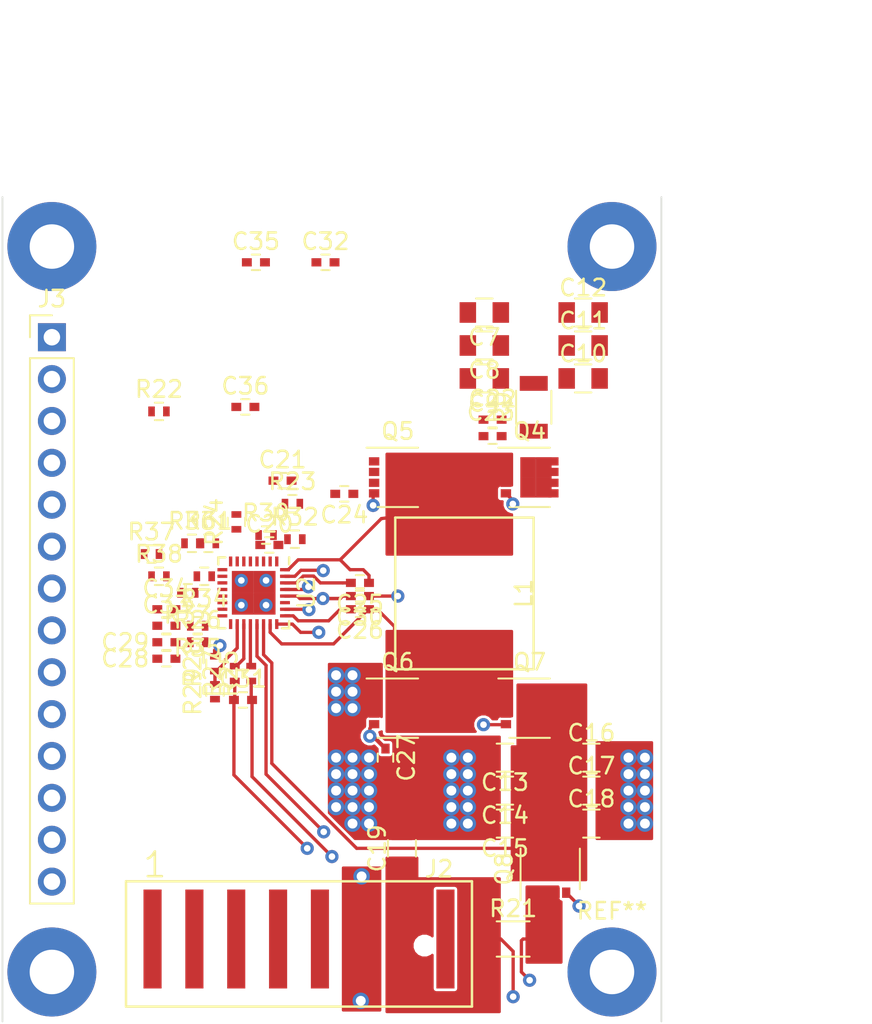
<source format=kicad_pcb>
(kicad_pcb (version 20170922) (host pcbnew no-vcs-found-4c623da~61~ubuntu16.04.1)

  (general
    (thickness 1.6)
    (drawings 8)
    (tracks 194)
    (zones 0)
    (modules 62)
    (nets 56)
  )

  (page A4)
  (layers
    (0 F.Cu signal)
    (1 In1.Cu mixed)
    (2 In2.Cu mixed)
    (31 B.Cu signal)
    (32 B.Adhes user)
    (33 F.Adhes user)
    (34 B.Paste user)
    (35 F.Paste user)
    (36 B.SilkS user)
    (37 F.SilkS user)
    (38 B.Mask user)
    (39 F.Mask user)
    (40 Dwgs.User user)
    (41 Cmts.User user)
    (42 Eco1.User user)
    (43 Eco2.User user)
    (44 Edge.Cuts user)
    (45 Margin user)
    (46 B.CrtYd user)
    (47 F.CrtYd user)
    (48 B.Fab user)
    (49 F.Fab user hide)
  )

  (setup
    (last_trace_width 0.25)
    (user_trace_width 0.2)
    (user_trace_width 0.25)
    (user_trace_width 0.3)
    (user_trace_width 0.35)
    (user_trace_width 0.4)
    (user_trace_width 0.45)
    (user_trace_width 0.5)
    (user_trace_width 0.75)
    (trace_clearance 0.15)
    (zone_clearance 0.16)
    (zone_45_only no)
    (trace_min 0.15)
    (segment_width 0.2)
    (edge_width 0.1)
    (via_size 0.8)
    (via_drill 0.4)
    (via_min_size 0.4)
    (via_min_drill 0.3)
    (user_via 0.7 0.3)
    (user_via 0.8 0.4)
    (user_via 0.9 0.5)
    (user_via 1 0.6)
    (user_via 1.1 0.7)
    (user_via 1.2 0.8)
    (user_via 1.3 0.9)
    (user_via 1.4 1)
    (uvia_size 0.3)
    (uvia_drill 0.1)
    (uvias_allowed no)
    (uvia_min_size 0.2)
    (uvia_min_drill 0.1)
    (pcb_text_width 0.3)
    (pcb_text_size 1.5 1.5)
    (mod_edge_width 0.15)
    (mod_text_size 1 1)
    (mod_text_width 0.15)
    (pad_size 1.5 1.5)
    (pad_drill 0.6)
    (pad_to_mask_clearance 0)
    (aux_axis_origin 0 0)
    (visible_elements FFFFFFFF)
    (pcbplotparams
      (layerselection 0x00030_ffffffff)
      (usegerberextensions true)
      (usegerberattributes true)
      (usegerberadvancedattributes true)
      (creategerberjobfile true)
      (excludeedgelayer true)
      (linewidth 0.100000)
      (plotframeref false)
      (viasonmask true)
      (mode 1)
      (useauxorigin false)
      (hpglpennumber 1)
      (hpglpenspeed 20)
      (hpglpendiameter 15)
      (psnegative false)
      (psa4output false)
      (plotreference true)
      (plotvalue true)
      (plotinvisibletext false)
      (padsonsilk false)
      (subtractmaskfromsilk false)
      (outputformat 1)
      (mirror false)
      (drillshape 0)
      (scaleselection 1)
      (outputdirectory pcb/elecrow/))
  )

  (net 0 "")
  (net 1 "Net-(J2-Pad1)")
  (net 2 "Net-(J2-Pad2)")
  (net 3 "Net-(J2-Pad3)")
  (net 4 "Net-(J2-Pad4)")
  (net 5 "Net-(Q4-Pad4)")
  (net 6 "Net-(Q7-Pad4)")
  (net 7 GND)
  (net 8 /Charger/VBUS)
  (net 9 /Charger/VSYS)
  (net 10 /Charger/VBAT)
  (net 11 "Net-(C22-Pad2)")
  (net 12 "Net-(C24-Pad1)")
  (net 13 "Net-(C25-Pad2)")
  (net 14 "Net-(C26-Pad2)")
  (net 15 "Net-(C27-Pad1)")
  (net 16 /Charger/REGN)
  (net 17 "Net-(U2-Pad15)")
  (net 18 /Charger/VDDA)
  (net 19 "Net-(J3-Pad14)")
  (net 20 "Net-(J3-Pad13)")
  (net 21 "Net-(J3-Pad12)")
  (net 22 "Net-(J3-Pad11)")
  (net 23 "Net-(J3-Pad10)")
  (net 24 "Net-(J3-Pad9)")
  (net 25 "Net-(J3-Pad8)")
  (net 26 "Net-(J3-Pad7)")
  (net 27 "Net-(J3-Pad6)")
  (net 28 "Net-(J3-Pad5)")
  (net 29 "Net-(J3-Pad4)")
  (net 30 "Net-(J3-Pad3)")
  (net 31 "Net-(J3-Pad2)")
  (net 32 "Net-(J3-Pad1)")
  (net 33 /Charger/L1-L)
  (net 34 /Charger/L1-R)
  (net 35 "Net-(C29-Pad1)")
  (net 36 "Net-(C31-Pad2)")
  (net 37 "Net-(C33-Pad2)")
  (net 38 /Charger/IBAT)
  (net 39 /Charger/IADPT)
  (net 40 /Charger/CHRG_OK)
  (net 41 "Net-(R32-Pad2)")
  (net 42 /Charger/SDA)
  (net 43 /Charger/SCL)
  (net 44 /Charger/~PROCHOT~)
  (net 45 /Charger/PSYS)
  (net 46 /Charger/EN_OTG)
  (net 47 /Charger/ACP)
  (net 48 /Charger/ACN)
  (net 49 /Charger/COMP2)
  (net 50 /Charger/COMP1)
  (net 51 /Charger/~BATDRV~)
  (net 52 /Charger/SRP)
  (net 53 /Charger/SRN)
  (net 54 /Charger/CBP)
  (net 55 /Charger/ILIM_HIZ)

  (net_class Default "This is the default net class."
    (clearance 0.15)
    (trace_width 0.25)
    (via_dia 0.8)
    (via_drill 0.4)
    (uvia_dia 0.3)
    (uvia_drill 0.1)
    (add_net /Charger/ACN)
    (add_net /Charger/ACP)
    (add_net /Charger/CBP)
    (add_net /Charger/CHRG_OK)
    (add_net /Charger/COMP1)
    (add_net /Charger/COMP2)
    (add_net /Charger/EN_OTG)
    (add_net /Charger/IADPT)
    (add_net /Charger/IBAT)
    (add_net /Charger/ILIM_HIZ)
    (add_net /Charger/L1-L)
    (add_net /Charger/L1-R)
    (add_net /Charger/PSYS)
    (add_net /Charger/REGN)
    (add_net /Charger/SCL)
    (add_net /Charger/SDA)
    (add_net /Charger/SRN)
    (add_net /Charger/SRP)
    (add_net /Charger/VBAT)
    (add_net /Charger/VBUS)
    (add_net /Charger/VDDA)
    (add_net /Charger/VSYS)
    (add_net /Charger/~BATDRV~)
    (add_net /Charger/~PROCHOT~)
    (add_net GND)
    (add_net "Net-(C22-Pad2)")
    (add_net "Net-(C24-Pad1)")
    (add_net "Net-(C25-Pad2)")
    (add_net "Net-(C26-Pad2)")
    (add_net "Net-(C27-Pad1)")
    (add_net "Net-(C29-Pad1)")
    (add_net "Net-(C31-Pad2)")
    (add_net "Net-(C33-Pad2)")
    (add_net "Net-(J2-Pad1)")
    (add_net "Net-(J2-Pad2)")
    (add_net "Net-(J2-Pad3)")
    (add_net "Net-(J2-Pad4)")
    (add_net "Net-(J3-Pad1)")
    (add_net "Net-(J3-Pad10)")
    (add_net "Net-(J3-Pad11)")
    (add_net "Net-(J3-Pad12)")
    (add_net "Net-(J3-Pad13)")
    (add_net "Net-(J3-Pad14)")
    (add_net "Net-(J3-Pad2)")
    (add_net "Net-(J3-Pad3)")
    (add_net "Net-(J3-Pad4)")
    (add_net "Net-(J3-Pad5)")
    (add_net "Net-(J3-Pad6)")
    (add_net "Net-(J3-Pad7)")
    (add_net "Net-(J3-Pad8)")
    (add_net "Net-(J3-Pad9)")
    (add_net "Net-(Q4-Pad4)")
    (add_net "Net-(Q7-Pad4)")
    (add_net "Net-(R32-Pad2)")
    (add_net "Net-(U2-Pad15)")
  )

  (net_class PWR ""
    (clearance 0.15)
    (trace_width 5)
    (via_dia 0.8)
    (via_drill 0.4)
    (uvia_dia 0.3)
    (uvia_drill 0.1)
  )

  (module Mounting_Holes:MountingHole_2.7mm_M2.5_Pad (layer F.Cu) (tedit 59F580F9) (tstamp 5A10731F)
    (at 183 107)
    (descr "Mounting Hole 2.7mm, M2.5")
    (tags "mounting hole 2.7mm m2.5")
    (fp_text reference REF** (at 0 -3.7) (layer F.SilkS) hide
      (effects (font (size 1 1) (thickness 0.15)))
    )
    (fp_text value MountingHole_2.7mm_M2.5_Pad (at 0 3.7) (layer F.Fab)
      (effects (font (size 1 1) (thickness 0.15)))
    )
    (fp_circle (center 0 0) (end 2.95 0) (layer F.CrtYd) (width 0.05))
    (fp_circle (center 0 0) (end 2.7 0) (layer Cmts.User) (width 0.15))
    (pad 1 thru_hole circle (at 0 0) (size 5.4 5.4) (drill 2.7) (layers *.Cu *.Mask))
  )

  (module Mounting_Holes:MountingHole_2.7mm_M2.5_Pad (layer F.Cu) (tedit 59F580F9) (tstamp 59F58183)
    (at 183 63)
    (descr "Mounting Hole 2.7mm, M2.5")
    (tags "mounting hole 2.7mm m2.5")
    (fp_text reference REF** (at 0 -3.7) (layer F.SilkS) hide
      (effects (font (size 1 1) (thickness 0.15)))
    )
    (fp_text value MountingHole_2.7mm_M2.5_Pad (at 0 3.7) (layer F.Fab)
      (effects (font (size 1 1) (thickness 0.15)))
    )
    (fp_circle (center 0 0) (end 2.7 0) (layer Cmts.User) (width 0.15))
    (fp_circle (center 0 0) (end 2.95 0) (layer F.CrtYd) (width 0.05))
    (pad 1 thru_hole circle (at 0 0) (size 5.4 5.4) (drill 2.7) (layers *.Cu *.Mask))
  )

  (module Mounting_Holes:MountingHole_2.7mm_M2.5_Pad (layer F.Cu) (tedit 59F58101) (tstamp 59F580A9)
    (at 217 63)
    (descr "Mounting Hole 2.7mm, M2.5")
    (tags "mounting hole 2.7mm m2.5")
    (fp_text reference REF** (at 0 -3.7) (layer F.SilkS) hide
      (effects (font (size 1 1) (thickness 0.15)))
    )
    (fp_text value MountingHole_2.7mm_M2.5_Pad (at 0 3.7) (layer F.Fab)
      (effects (font (size 1 1) (thickness 0.15)))
    )
    (fp_circle (center 0 0) (end 2.95 0) (layer F.CrtYd) (width 0.05))
    (fp_circle (center 0 0) (end 2.7 0) (layer Cmts.User) (width 0.15))
    (pad 1 thru_hole circle (at 0 0) (size 5.4 5.4) (drill 2.7) (layers *.Cu *.Mask))
  )

  (module Mounting_Holes:MountingHole_2.7mm_M2.5_Pad (layer F.Cu) (tedit 56D1B4CB) (tstamp 59F580A0)
    (at 217 107)
    (descr "Mounting Hole 2.7mm, M2.5")
    (tags "mounting hole 2.7mm m2.5")
    (fp_text reference REF** (at 0 -3.7) (layer F.SilkS)
      (effects (font (size 1 1) (thickness 0.15)))
    )
    (fp_text value MountingHole_2.7mm_M2.5_Pad (at 0 3.7) (layer F.Fab)
      (effects (font (size 1 1) (thickness 0.15)))
    )
    (fp_circle (center 0 0) (end 2.7 0) (layer Cmts.User) (width 0.15))
    (fp_circle (center 0 0) (end 2.95 0) (layer F.CrtYd) (width 0.05))
    (pad 1 thru_hole circle (at 0 0) (size 5.4 5.4) (drill 2.7) (layers *.Cu *.Mask))
  )

  (module "TI SBS:WE-LHMI-8030" (layer F.Cu) (tedit 59DAC0C5) (tstamp 59E25D29)
    (at 208.042979 84.038419 90)
    (path /59D9AAE2/59DAC1DF)
    (attr smd)
    (fp_text reference L1 (at 0 3.6 90) (layer F.SilkS)
      (effects (font (size 1 1) (thickness 0.15)))
    )
    (fp_text value 2.2uH (at 0 -4.8 90) (layer F.Fab)
      (effects (font (size 1 1) (thickness 0.15)))
    )
    (fp_line (start -4.6 -4.2) (end 4.6 -4.2) (layer F.SilkS) (width 0.15))
    (fp_line (start 4.6 -4.2) (end 4.6 4.2) (layer F.SilkS) (width 0.15))
    (fp_line (start 4.6 4.2) (end -4.6 4.2) (layer F.SilkS) (width 0.15))
    (fp_line (start -4.6 4.2) (end -4.6 -4.2) (layer F.SilkS) (width 0.15))
    (pad 1 smd roundrect (at -3.62 0 90) (size 2.42 5.33) (layers F.Cu F.Paste F.Mask)(roundrect_rratio 0.25)
      (net 34 /Charger/L1-R))
    (pad 2 smd roundrect (at 3.62 0 90) (size 2.42 5.33) (layers F.Cu F.Paste F.Mask)(roundrect_rratio 0.25)
      (net 33 /Charger/L1-L))
  )

  (module "TI SBS:14110613002XXX" (layer F.Cu) (tedit 59926AD9) (tstamp 59E1B811)
    (at 198 105)
    (path /59D9AAE2/59DAC991)
    (attr smd)
    (fp_text reference J2 (at 8.5 -4.25) (layer F.SilkS)
      (effects (font (size 1 1) (thickness 0.15)))
    )
    (fp_text value Conn_01x06 (at -0.5 -4.25) (layer F.Fab)
      (effects (font (size 1 1) (thickness 0.15)))
    )
    (fp_line (start -10.5 -3.5) (end 10.5 -3.5) (layer F.SilkS) (width 0.15))
    (fp_line (start -10.5 4.1) (end 10.5 4.1) (layer F.SilkS) (width 0.15))
    (fp_line (start -10.5 4.1) (end -10.5 -3.5) (layer F.SilkS) (width 0.15))
    (fp_line (start 10.5 4.1) (end 10.5 -3.5) (layer F.SilkS) (width 0.15))
    (fp_text user 1 (at -8.75 -4.5) (layer F.SilkS)
      (effects (font (size 1.5 1.5) (thickness 0.15)))
    )
    (pad 1 smd rect (at -6.35 0) (size 1.1 6) (layers F.Cu F.Paste F.Mask)
      (net 1 "Net-(J2-Pad1)"))
    (pad 2 smd rect (at -3.81 0) (size 1.1 6) (layers F.Cu F.Paste F.Mask)
      (net 2 "Net-(J2-Pad2)"))
    (pad 3 smd rect (at -1.27 0) (size 1.1 6) (layers F.Cu F.Paste F.Mask)
      (net 3 "Net-(J2-Pad3)"))
    (pad 4 smd rect (at 1.27 0) (size 1.1 6) (layers F.Cu F.Paste F.Mask)
      (net 4 "Net-(J2-Pad4)"))
    (pad 5 smd rect (at 3.81 0) (size 1.1 6) (layers F.Cu F.Paste F.Mask)
      (net 7 GND))
    (pad 6 smd rect (at 6.35 0) (size 1.1 6) (layers F.Cu F.Paste F.Mask)
      (net 10 /Charger/VBAT))
    (pad 0 smd rect (at -8.89 0) (size 1.1 6) (layers F.Cu F.Paste F.Mask))
    (pad 0 smd rect (at 8.89 0) (size 1.1 6) (layers F.Cu F.Paste F.Mask))
    (pad "" np_thru_hole circle (at 7.62 0.4) (size 1 1) (drill 1) (layers *.Cu *.Mask))
    (pad "" np_thru_hole circle (at -7.62 -0.2) (size 1 1) (drill 1) (layers *.Cu *.Mask))
  )

  (module Housings_SON:VSON-8_3.3x3.3mm_Pitch0.65mm_NexFET (layer F.Cu) (tedit 59380FB9) (tstamp 59E1B82D)
    (at 212 77)
    (descr "8-Lead Plastic Dual Flat, No Lead Package (MF) - 3.3x3.3x1 mm Body [VSON] http://www.ti.com/lit/ds/symlink/csd87334q3d.pdf")
    (tags "VSON 0.65")
    (path /59D9AAE2/59DB0FB7)
    (attr smd)
    (fp_text reference Q4 (at 0 -2.8) (layer F.SilkS)
      (effects (font (size 1 1) (thickness 0.15)))
    )
    (fp_text value CSD17309Q3 (at 0 2.8) (layer F.Fab)
      (effects (font (size 1 1) (thickness 0.15)))
    )
    (fp_text user %R (at 0 0) (layer F.Fab)
      (effects (font (size 0.7 0.7) (thickness 0.1)))
    )
    (fp_line (start -0.5 -1.65) (end 1.65 -1.65) (layer F.Fab) (width 0.1))
    (fp_line (start 1.65 -1.65) (end 1.65 1.65) (layer F.Fab) (width 0.1))
    (fp_line (start 1.65 1.65) (end -1.65 1.65) (layer F.Fab) (width 0.1))
    (fp_line (start -1.65 1.65) (end -1.65 -0.5) (layer F.Fab) (width 0.1))
    (fp_line (start -1.65 -0.5) (end -0.5 -1.65) (layer F.Fab) (width 0.1))
    (fp_line (start -2 -1.9) (end -2 1.9) (layer F.CrtYd) (width 0.05))
    (fp_line (start 2 -1.9) (end 2 1.9) (layer F.CrtYd) (width 0.05))
    (fp_line (start -2 -1.9) (end 2 -1.9) (layer F.CrtYd) (width 0.05))
    (fp_line (start -2 1.9) (end 2 1.9) (layer F.CrtYd) (width 0.05))
    (fp_line (start -1.23 1.8) (end 1.23 1.8) (layer F.SilkS) (width 0.12))
    (fp_line (start -1.9 -1.8) (end 1.23 -1.8) (layer F.SilkS) (width 0.12))
    (pad 1 smd rect (at -1.44 -0.97) (size 0.63 0.5) (layers F.Cu F.Paste F.Mask)
      (net 33 /Charger/L1-L))
    (pad 2 smd rect (at -1.44 -0.33) (size 0.63 0.5) (layers F.Cu F.Paste F.Mask)
      (net 33 /Charger/L1-L))
    (pad 3 smd rect (at -1.44 0.33) (size 0.63 0.5) (layers F.Cu F.Paste F.Mask)
      (net 33 /Charger/L1-L))
    (pad 4 smd rect (at -1.44 0.97) (size 0.63 0.5) (layers F.Cu F.Paste F.Mask)
      (net 5 "Net-(Q4-Pad4)"))
    (pad 5 smd rect (at 1.44 0.97) (size 0.63 0.5) (layers F.Cu F.Paste F.Mask)
      (net 11 "Net-(C22-Pad2)"))
    (pad 5 smd rect (at 1.44 0.33) (size 0.63 0.5) (layers F.Cu F.Paste F.Mask)
      (net 11 "Net-(C22-Pad2)"))
    (pad 5 smd rect (at 1.44 -0.33) (size 0.63 0.5) (layers F.Cu F.Paste F.Mask)
      (net 11 "Net-(C22-Pad2)"))
    (pad 5 smd rect (at 1.44 -0.97) (size 0.63 0.5) (layers F.Cu F.Paste F.Mask)
      (net 11 "Net-(C22-Pad2)"))
    (pad 5 smd rect (at 0.86 0.61) (size 0.95 1.23) (layers F.Cu F.Paste F.Mask)
      (net 11 "Net-(C22-Pad2)") (solder_paste_margin_ratio -0.2))
    (pad 5 smd rect (at 0.86 -0.61) (size 0.95 1.23) (layers F.Cu F.Paste F.Mask)
      (net 11 "Net-(C22-Pad2)") (solder_paste_margin_ratio -0.2))
    (pad 5 smd rect (at -0.09 0.61) (size 0.95 1.23) (layers F.Cu F.Paste F.Mask)
      (net 11 "Net-(C22-Pad2)") (solder_paste_margin_ratio -0.2))
    (pad 5 smd rect (at -0.09 -0.61) (size 0.95 1.23) (layers F.Cu F.Paste F.Mask)
      (net 11 "Net-(C22-Pad2)") (solder_paste_margin_ratio -0.2))
    (model ${KISYS3DMOD}/Housings_SON.3dshapes/VSON-8_3.3x3.3mm_Pitch0.65mm_NexFET.wrl
      (at (xyz 0 0 0))
      (scale (xyz 1 1 1))
      (rotate (xyz 0 0 0))
    )
  )

  (module Housings_SON:VSON-8_3.3x3.3mm_Pitch0.65mm_NexFET (layer F.Cu) (tedit 59380FB9) (tstamp 59E1B849)
    (at 204 77)
    (descr "8-Lead Plastic Dual Flat, No Lead Package (MF) - 3.3x3.3x1 mm Body [VSON] http://www.ti.com/lit/ds/symlink/csd87334q3d.pdf")
    (tags "VSON 0.65")
    (path /59D9AAE2/59DB1210)
    (attr smd)
    (fp_text reference Q5 (at 0 -2.8) (layer F.SilkS)
      (effects (font (size 1 1) (thickness 0.15)))
    )
    (fp_text value CSD17309Q3 (at 0 2.8) (layer F.Fab)
      (effects (font (size 1 1) (thickness 0.15)))
    )
    (fp_line (start -1.9 -1.8) (end 1.23 -1.8) (layer F.SilkS) (width 0.12))
    (fp_line (start -1.23 1.8) (end 1.23 1.8) (layer F.SilkS) (width 0.12))
    (fp_line (start -2 1.9) (end 2 1.9) (layer F.CrtYd) (width 0.05))
    (fp_line (start -2 -1.9) (end 2 -1.9) (layer F.CrtYd) (width 0.05))
    (fp_line (start 2 -1.9) (end 2 1.9) (layer F.CrtYd) (width 0.05))
    (fp_line (start -2 -1.9) (end -2 1.9) (layer F.CrtYd) (width 0.05))
    (fp_line (start -1.65 -0.5) (end -0.5 -1.65) (layer F.Fab) (width 0.1))
    (fp_line (start -1.65 1.65) (end -1.65 -0.5) (layer F.Fab) (width 0.1))
    (fp_line (start 1.65 1.65) (end -1.65 1.65) (layer F.Fab) (width 0.1))
    (fp_line (start 1.65 -1.65) (end 1.65 1.65) (layer F.Fab) (width 0.1))
    (fp_line (start -0.5 -1.65) (end 1.65 -1.65) (layer F.Fab) (width 0.1))
    (fp_text user %R (at 0 0) (layer F.Fab)
      (effects (font (size 0.7 0.7) (thickness 0.1)))
    )
    (pad 5 smd rect (at -0.09 -0.61) (size 0.95 1.23) (layers F.Cu F.Paste F.Mask)
      (net 33 /Charger/L1-L) (solder_paste_margin_ratio -0.2))
    (pad 5 smd rect (at -0.09 0.61) (size 0.95 1.23) (layers F.Cu F.Paste F.Mask)
      (net 33 /Charger/L1-L) (solder_paste_margin_ratio -0.2))
    (pad 5 smd rect (at 0.86 -0.61) (size 0.95 1.23) (layers F.Cu F.Paste F.Mask)
      (net 33 /Charger/L1-L) (solder_paste_margin_ratio -0.2))
    (pad 5 smd rect (at 0.86 0.61) (size 0.95 1.23) (layers F.Cu F.Paste F.Mask)
      (net 33 /Charger/L1-L) (solder_paste_margin_ratio -0.2))
    (pad 5 smd rect (at 1.44 -0.97) (size 0.63 0.5) (layers F.Cu F.Paste F.Mask)
      (net 33 /Charger/L1-L))
    (pad 5 smd rect (at 1.44 -0.33) (size 0.63 0.5) (layers F.Cu F.Paste F.Mask)
      (net 33 /Charger/L1-L))
    (pad 5 smd rect (at 1.44 0.33) (size 0.63 0.5) (layers F.Cu F.Paste F.Mask)
      (net 33 /Charger/L1-L))
    (pad 5 smd rect (at 1.44 0.97) (size 0.63 0.5) (layers F.Cu F.Paste F.Mask)
      (net 33 /Charger/L1-L))
    (pad 4 smd rect (at -1.44 0.97) (size 0.63 0.5) (layers F.Cu F.Paste F.Mask)
      (net 12 "Net-(C24-Pad1)"))
    (pad 3 smd rect (at -1.44 0.33) (size 0.63 0.5) (layers F.Cu F.Paste F.Mask)
      (net 7 GND))
    (pad 2 smd rect (at -1.44 -0.33) (size 0.63 0.5) (layers F.Cu F.Paste F.Mask)
      (net 7 GND))
    (pad 1 smd rect (at -1.44 -0.97) (size 0.63 0.5) (layers F.Cu F.Paste F.Mask)
      (net 7 GND))
    (model ${KISYS3DMOD}/Housings_SON.3dshapes/VSON-8_3.3x3.3mm_Pitch0.65mm_NexFET.wrl
      (at (xyz 0 0 0))
      (scale (xyz 1 1 1))
      (rotate (xyz 0 0 0))
    )
  )

  (module Housings_SON:VSON-8_3.3x3.3mm_Pitch0.65mm_NexFET (layer F.Cu) (tedit 59380FB9) (tstamp 59E1B865)
    (at 204 91)
    (descr "8-Lead Plastic Dual Flat, No Lead Package (MF) - 3.3x3.3x1 mm Body [VSON] http://www.ti.com/lit/ds/symlink/csd87334q3d.pdf")
    (tags "VSON 0.65")
    (path /59D9AAE2/59DB12B0)
    (attr smd)
    (fp_text reference Q6 (at 0 -2.8) (layer F.SilkS)
      (effects (font (size 1 1) (thickness 0.15)))
    )
    (fp_text value CSD17309Q3 (at -4 1.5) (layer F.Fab)
      (effects (font (size 1 1) (thickness 0.15)))
    )
    (fp_line (start -1.9 -1.8) (end 1.23 -1.8) (layer F.SilkS) (width 0.12))
    (fp_line (start -1.23 1.8) (end 1.23 1.8) (layer F.SilkS) (width 0.12))
    (fp_line (start -2 1.9) (end 2 1.9) (layer F.CrtYd) (width 0.05))
    (fp_line (start -2 -1.9) (end 2 -1.9) (layer F.CrtYd) (width 0.05))
    (fp_line (start 2 -1.9) (end 2 1.9) (layer F.CrtYd) (width 0.05))
    (fp_line (start -2 -1.9) (end -2 1.9) (layer F.CrtYd) (width 0.05))
    (fp_line (start -1.65 -0.5) (end -0.5 -1.65) (layer F.Fab) (width 0.1))
    (fp_line (start -1.65 1.65) (end -1.65 -0.5) (layer F.Fab) (width 0.1))
    (fp_line (start 1.65 1.65) (end -1.65 1.65) (layer F.Fab) (width 0.1))
    (fp_line (start 1.65 -1.65) (end 1.65 1.65) (layer F.Fab) (width 0.1))
    (fp_line (start -0.5 -1.65) (end 1.65 -1.65) (layer F.Fab) (width 0.1))
    (fp_text user %R (at 0 0) (layer F.Fab)
      (effects (font (size 0.7 0.7) (thickness 0.1)))
    )
    (pad 5 smd rect (at -0.09 -0.61) (size 0.95 1.23) (layers F.Cu F.Paste F.Mask)
      (net 34 /Charger/L1-R) (solder_paste_margin_ratio -0.2))
    (pad 5 smd rect (at -0.09 0.61) (size 0.95 1.23) (layers F.Cu F.Paste F.Mask)
      (net 34 /Charger/L1-R) (solder_paste_margin_ratio -0.2))
    (pad 5 smd rect (at 0.86 -0.61) (size 0.95 1.23) (layers F.Cu F.Paste F.Mask)
      (net 34 /Charger/L1-R) (solder_paste_margin_ratio -0.2))
    (pad 5 smd rect (at 0.86 0.61) (size 0.95 1.23) (layers F.Cu F.Paste F.Mask)
      (net 34 /Charger/L1-R) (solder_paste_margin_ratio -0.2))
    (pad 5 smd rect (at 1.44 -0.97) (size 0.63 0.5) (layers F.Cu F.Paste F.Mask)
      (net 34 /Charger/L1-R))
    (pad 5 smd rect (at 1.44 -0.33) (size 0.63 0.5) (layers F.Cu F.Paste F.Mask)
      (net 34 /Charger/L1-R))
    (pad 5 smd rect (at 1.44 0.33) (size 0.63 0.5) (layers F.Cu F.Paste F.Mask)
      (net 34 /Charger/L1-R))
    (pad 5 smd rect (at 1.44 0.97) (size 0.63 0.5) (layers F.Cu F.Paste F.Mask)
      (net 34 /Charger/L1-R))
    (pad 4 smd rect (at -1.44 0.97) (size 0.63 0.5) (layers F.Cu F.Paste F.Mask)
      (net 15 "Net-(C27-Pad1)"))
    (pad 3 smd rect (at -1.44 0.33) (size 0.63 0.5) (layers F.Cu F.Paste F.Mask)
      (net 7 GND))
    (pad 2 smd rect (at -1.44 -0.33) (size 0.63 0.5) (layers F.Cu F.Paste F.Mask)
      (net 7 GND))
    (pad 1 smd rect (at -1.44 -0.97) (size 0.63 0.5) (layers F.Cu F.Paste F.Mask)
      (net 7 GND))
    (model ${KISYS3DMOD}/Housings_SON.3dshapes/VSON-8_3.3x3.3mm_Pitch0.65mm_NexFET.wrl
      (at (xyz 0 0 0))
      (scale (xyz 1 1 1))
      (rotate (xyz 0 0 0))
    )
  )

  (module Housings_SON:VSON-8_3.3x3.3mm_Pitch0.65mm_NexFET (layer F.Cu) (tedit 59380FB9) (tstamp 59E1B881)
    (at 212 91)
    (descr "8-Lead Plastic Dual Flat, No Lead Package (MF) - 3.3x3.3x1 mm Body [VSON] http://www.ti.com/lit/ds/symlink/csd87334q3d.pdf")
    (tags "VSON 0.65")
    (path /59D9AAE2/59DB1278)
    (attr smd)
    (fp_text reference Q7 (at 0 -2.8) (layer F.SilkS)
      (effects (font (size 1 1) (thickness 0.15)))
    )
    (fp_text value CSD17309Q3 (at 0.5 1) (layer F.Fab)
      (effects (font (size 1 1) (thickness 0.15)))
    )
    (fp_text user %R (at 0 0) (layer F.Fab)
      (effects (font (size 0.7 0.7) (thickness 0.1)))
    )
    (fp_line (start -0.5 -1.65) (end 1.65 -1.65) (layer F.Fab) (width 0.1))
    (fp_line (start 1.65 -1.65) (end 1.65 1.65) (layer F.Fab) (width 0.1))
    (fp_line (start 1.65 1.65) (end -1.65 1.65) (layer F.Fab) (width 0.1))
    (fp_line (start -1.65 1.65) (end -1.65 -0.5) (layer F.Fab) (width 0.1))
    (fp_line (start -1.65 -0.5) (end -0.5 -1.65) (layer F.Fab) (width 0.1))
    (fp_line (start -2 -1.9) (end -2 1.9) (layer F.CrtYd) (width 0.05))
    (fp_line (start 2 -1.9) (end 2 1.9) (layer F.CrtYd) (width 0.05))
    (fp_line (start -2 -1.9) (end 2 -1.9) (layer F.CrtYd) (width 0.05))
    (fp_line (start -2 1.9) (end 2 1.9) (layer F.CrtYd) (width 0.05))
    (fp_line (start -1.23 1.8) (end 1.23 1.8) (layer F.SilkS) (width 0.12))
    (fp_line (start -1.9 -1.8) (end 1.23 -1.8) (layer F.SilkS) (width 0.12))
    (pad 1 smd rect (at -1.44 -0.97) (size 0.63 0.5) (layers F.Cu F.Paste F.Mask)
      (net 34 /Charger/L1-R))
    (pad 2 smd rect (at -1.44 -0.33) (size 0.63 0.5) (layers F.Cu F.Paste F.Mask)
      (net 34 /Charger/L1-R))
    (pad 3 smd rect (at -1.44 0.33) (size 0.63 0.5) (layers F.Cu F.Paste F.Mask)
      (net 34 /Charger/L1-R))
    (pad 4 smd rect (at -1.44 0.97) (size 0.63 0.5) (layers F.Cu F.Paste F.Mask)
      (net 6 "Net-(Q7-Pad4)"))
    (pad 5 smd rect (at 1.44 0.97) (size 0.63 0.5) (layers F.Cu F.Paste F.Mask)
      (net 9 /Charger/VSYS))
    (pad 5 smd rect (at 1.44 0.33) (size 0.63 0.5) (layers F.Cu F.Paste F.Mask)
      (net 9 /Charger/VSYS))
    (pad 5 smd rect (at 1.44 -0.33) (size 0.63 0.5) (layers F.Cu F.Paste F.Mask)
      (net 9 /Charger/VSYS))
    (pad 5 smd rect (at 1.44 -0.97) (size 0.63 0.5) (layers F.Cu F.Paste F.Mask)
      (net 9 /Charger/VSYS))
    (pad 5 smd rect (at 0.86 0.61) (size 0.95 1.23) (layers F.Cu F.Paste F.Mask)
      (net 9 /Charger/VSYS) (solder_paste_margin_ratio -0.2))
    (pad 5 smd rect (at 0.86 -0.61) (size 0.95 1.23) (layers F.Cu F.Paste F.Mask)
      (net 9 /Charger/VSYS) (solder_paste_margin_ratio -0.2))
    (pad 5 smd rect (at -0.09 0.61) (size 0.95 1.23) (layers F.Cu F.Paste F.Mask)
      (net 9 /Charger/VSYS) (solder_paste_margin_ratio -0.2))
    (pad 5 smd rect (at -0.09 -0.61) (size 0.95 1.23) (layers F.Cu F.Paste F.Mask)
      (net 9 /Charger/VSYS) (solder_paste_margin_ratio -0.2))
    (model ${KISYS3DMOD}/Housings_SON.3dshapes/VSON-8_3.3x3.3mm_Pitch0.65mm_NexFET.wrl
      (at (xyz 0 0 0))
      (scale (xyz 1 1 1))
      (rotate (xyz 0 0 0))
    )
  )

  (module Capacitors_SMD:C_0805 (layer F.Cu) (tedit 58AA8463) (tstamp 59E90832)
    (at 209.25 67 180)
    (descr "Capacitor SMD 0805, reflow soldering, AVX (see smccp.pdf)")
    (tags "capacitor 0805")
    (path /59D9AAE2/59E1F233)
    (attr smd)
    (fp_text reference C7 (at 0 -1.5 180) (layer F.SilkS)
      (effects (font (size 1 1) (thickness 0.15)))
    )
    (fp_text value 10uF (at 0 1.75 180) (layer F.Fab)
      (effects (font (size 1 1) (thickness 0.15)))
    )
    (fp_line (start 1.75 0.87) (end -1.75 0.87) (layer F.CrtYd) (width 0.05))
    (fp_line (start 1.75 0.87) (end 1.75 -0.88) (layer F.CrtYd) (width 0.05))
    (fp_line (start -1.75 -0.88) (end -1.75 0.87) (layer F.CrtYd) (width 0.05))
    (fp_line (start -1.75 -0.88) (end 1.75 -0.88) (layer F.CrtYd) (width 0.05))
    (fp_line (start -0.5 0.85) (end 0.5 0.85) (layer F.SilkS) (width 0.12))
    (fp_line (start 0.5 -0.85) (end -0.5 -0.85) (layer F.SilkS) (width 0.12))
    (fp_line (start -1 -0.62) (end 1 -0.62) (layer F.Fab) (width 0.1))
    (fp_line (start 1 -0.62) (end 1 0.62) (layer F.Fab) (width 0.1))
    (fp_line (start 1 0.62) (end -1 0.62) (layer F.Fab) (width 0.1))
    (fp_line (start -1 0.62) (end -1 -0.62) (layer F.Fab) (width 0.1))
    (fp_text user %R (at 0 -1.5 180) (layer F.Fab)
      (effects (font (size 1 1) (thickness 0.15)))
    )
    (pad 2 smd rect (at 1 0 180) (size 1 1.25) (layers F.Cu F.Paste F.Mask)
      (net 7 GND))
    (pad 1 smd rect (at -1 0 180) (size 1 1.25) (layers F.Cu F.Paste F.Mask)
      (net 8 /Charger/VBUS))
    (model Capacitors_SMD.3dshapes/C_0805.wrl
      (at (xyz 0 0 0))
      (scale (xyz 1 1 1))
      (rotate (xyz 0 0 0))
    )
  )

  (module Capacitors_SMD:C_0805 (layer F.Cu) (tedit 58AA8463) (tstamp 59E90843)
    (at 209.25 69 180)
    (descr "Capacitor SMD 0805, reflow soldering, AVX (see smccp.pdf)")
    (tags "capacitor 0805")
    (path /59D9AAE2/59E1F23A)
    (attr smd)
    (fp_text reference C8 (at 0 -1.5 180) (layer F.SilkS)
      (effects (font (size 1 1) (thickness 0.15)))
    )
    (fp_text value 10uF (at 0 1.75 180) (layer F.Fab)
      (effects (font (size 1 1) (thickness 0.15)))
    )
    (fp_text user %R (at 0 -1.5 180) (layer F.Fab)
      (effects (font (size 1 1) (thickness 0.15)))
    )
    (fp_line (start -1 0.62) (end -1 -0.62) (layer F.Fab) (width 0.1))
    (fp_line (start 1 0.62) (end -1 0.62) (layer F.Fab) (width 0.1))
    (fp_line (start 1 -0.62) (end 1 0.62) (layer F.Fab) (width 0.1))
    (fp_line (start -1 -0.62) (end 1 -0.62) (layer F.Fab) (width 0.1))
    (fp_line (start 0.5 -0.85) (end -0.5 -0.85) (layer F.SilkS) (width 0.12))
    (fp_line (start -0.5 0.85) (end 0.5 0.85) (layer F.SilkS) (width 0.12))
    (fp_line (start -1.75 -0.88) (end 1.75 -0.88) (layer F.CrtYd) (width 0.05))
    (fp_line (start -1.75 -0.88) (end -1.75 0.87) (layer F.CrtYd) (width 0.05))
    (fp_line (start 1.75 0.87) (end 1.75 -0.88) (layer F.CrtYd) (width 0.05))
    (fp_line (start 1.75 0.87) (end -1.75 0.87) (layer F.CrtYd) (width 0.05))
    (pad 1 smd rect (at -1 0 180) (size 1 1.25) (layers F.Cu F.Paste F.Mask)
      (net 8 /Charger/VBUS))
    (pad 2 smd rect (at 1 0 180) (size 1 1.25) (layers F.Cu F.Paste F.Mask)
      (net 7 GND))
    (model Capacitors_SMD.3dshapes/C_0805.wrl
      (at (xyz 0 0 0))
      (scale (xyz 1 1 1))
      (rotate (xyz 0 0 0))
    )
  )

  (module Capacitors_SMD:C_0805 (layer F.Cu) (tedit 58AA8463) (tstamp 59E90854)
    (at 209.25 71 180)
    (descr "Capacitor SMD 0805, reflow soldering, AVX (see smccp.pdf)")
    (tags "capacitor 0805")
    (path /59D9AAE2/59E1F241)
    (attr smd)
    (fp_text reference C9 (at 0 -1.5 180) (layer F.SilkS)
      (effects (font (size 1 1) (thickness 0.15)))
    )
    (fp_text value 10uF (at 0 1.75 180) (layer F.Fab)
      (effects (font (size 1 1) (thickness 0.15)))
    )
    (fp_line (start 1.75 0.87) (end -1.75 0.87) (layer F.CrtYd) (width 0.05))
    (fp_line (start 1.75 0.87) (end 1.75 -0.88) (layer F.CrtYd) (width 0.05))
    (fp_line (start -1.75 -0.88) (end -1.75 0.87) (layer F.CrtYd) (width 0.05))
    (fp_line (start -1.75 -0.88) (end 1.75 -0.88) (layer F.CrtYd) (width 0.05))
    (fp_line (start -0.5 0.85) (end 0.5 0.85) (layer F.SilkS) (width 0.12))
    (fp_line (start 0.5 -0.85) (end -0.5 -0.85) (layer F.SilkS) (width 0.12))
    (fp_line (start -1 -0.62) (end 1 -0.62) (layer F.Fab) (width 0.1))
    (fp_line (start 1 -0.62) (end 1 0.62) (layer F.Fab) (width 0.1))
    (fp_line (start 1 0.62) (end -1 0.62) (layer F.Fab) (width 0.1))
    (fp_line (start -1 0.62) (end -1 -0.62) (layer F.Fab) (width 0.1))
    (fp_text user %R (at 0 -1.5 180) (layer F.Fab)
      (effects (font (size 1 1) (thickness 0.15)))
    )
    (pad 2 smd rect (at 1 0 180) (size 1 1.25) (layers F.Cu F.Paste F.Mask)
      (net 7 GND))
    (pad 1 smd rect (at -1 0 180) (size 1 1.25) (layers F.Cu F.Paste F.Mask)
      (net 8 /Charger/VBUS))
    (model Capacitors_SMD.3dshapes/C_0805.wrl
      (at (xyz 0 0 0))
      (scale (xyz 1 1 1))
      (rotate (xyz 0 0 0))
    )
  )

  (module Capacitors_SMD:C_0805 (layer F.Cu) (tedit 58AA8463) (tstamp 59E90865)
    (at 215.25 71)
    (descr "Capacitor SMD 0805, reflow soldering, AVX (see smccp.pdf)")
    (tags "capacitor 0805")
    (path /59D9AAE2/59E1F248)
    (attr smd)
    (fp_text reference C10 (at 0 -1.5) (layer F.SilkS)
      (effects (font (size 1 1) (thickness 0.15)))
    )
    (fp_text value 10uF (at 0 1.75) (layer F.Fab)
      (effects (font (size 1 1) (thickness 0.15)))
    )
    (fp_text user %R (at 0 -1.5) (layer F.Fab)
      (effects (font (size 1 1) (thickness 0.15)))
    )
    (fp_line (start -1 0.62) (end -1 -0.62) (layer F.Fab) (width 0.1))
    (fp_line (start 1 0.62) (end -1 0.62) (layer F.Fab) (width 0.1))
    (fp_line (start 1 -0.62) (end 1 0.62) (layer F.Fab) (width 0.1))
    (fp_line (start -1 -0.62) (end 1 -0.62) (layer F.Fab) (width 0.1))
    (fp_line (start 0.5 -0.85) (end -0.5 -0.85) (layer F.SilkS) (width 0.12))
    (fp_line (start -0.5 0.85) (end 0.5 0.85) (layer F.SilkS) (width 0.12))
    (fp_line (start -1.75 -0.88) (end 1.75 -0.88) (layer F.CrtYd) (width 0.05))
    (fp_line (start -1.75 -0.88) (end -1.75 0.87) (layer F.CrtYd) (width 0.05))
    (fp_line (start 1.75 0.87) (end 1.75 -0.88) (layer F.CrtYd) (width 0.05))
    (fp_line (start 1.75 0.87) (end -1.75 0.87) (layer F.CrtYd) (width 0.05))
    (pad 1 smd rect (at -1 0) (size 1 1.25) (layers F.Cu F.Paste F.Mask)
      (net 8 /Charger/VBUS))
    (pad 2 smd rect (at 1 0) (size 1 1.25) (layers F.Cu F.Paste F.Mask)
      (net 7 GND))
    (model Capacitors_SMD.3dshapes/C_0805.wrl
      (at (xyz 0 0 0))
      (scale (xyz 1 1 1))
      (rotate (xyz 0 0 0))
    )
  )

  (module Capacitors_SMD:C_0805 (layer F.Cu) (tedit 58AA8463) (tstamp 59E90876)
    (at 215.25 69)
    (descr "Capacitor SMD 0805, reflow soldering, AVX (see smccp.pdf)")
    (tags "capacitor 0805")
    (path /59D9AAE2/59E1F24F)
    (attr smd)
    (fp_text reference C11 (at 0 -1.5) (layer F.SilkS)
      (effects (font (size 1 1) (thickness 0.15)))
    )
    (fp_text value 10uF (at 0 1.75) (layer F.Fab)
      (effects (font (size 1 1) (thickness 0.15)))
    )
    (fp_line (start 1.75 0.87) (end -1.75 0.87) (layer F.CrtYd) (width 0.05))
    (fp_line (start 1.75 0.87) (end 1.75 -0.88) (layer F.CrtYd) (width 0.05))
    (fp_line (start -1.75 -0.88) (end -1.75 0.87) (layer F.CrtYd) (width 0.05))
    (fp_line (start -1.75 -0.88) (end 1.75 -0.88) (layer F.CrtYd) (width 0.05))
    (fp_line (start -0.5 0.85) (end 0.5 0.85) (layer F.SilkS) (width 0.12))
    (fp_line (start 0.5 -0.85) (end -0.5 -0.85) (layer F.SilkS) (width 0.12))
    (fp_line (start -1 -0.62) (end 1 -0.62) (layer F.Fab) (width 0.1))
    (fp_line (start 1 -0.62) (end 1 0.62) (layer F.Fab) (width 0.1))
    (fp_line (start 1 0.62) (end -1 0.62) (layer F.Fab) (width 0.1))
    (fp_line (start -1 0.62) (end -1 -0.62) (layer F.Fab) (width 0.1))
    (fp_text user %R (at 0 -1.5) (layer F.Fab)
      (effects (font (size 1 1) (thickness 0.15)))
    )
    (pad 2 smd rect (at 1 0) (size 1 1.25) (layers F.Cu F.Paste F.Mask)
      (net 7 GND))
    (pad 1 smd rect (at -1 0) (size 1 1.25) (layers F.Cu F.Paste F.Mask)
      (net 8 /Charger/VBUS))
    (model Capacitors_SMD.3dshapes/C_0805.wrl
      (at (xyz 0 0 0))
      (scale (xyz 1 1 1))
      (rotate (xyz 0 0 0))
    )
  )

  (module Capacitors_SMD:C_0805 (layer F.Cu) (tedit 58AA8463) (tstamp 59E90887)
    (at 215.25 67)
    (descr "Capacitor SMD 0805, reflow soldering, AVX (see smccp.pdf)")
    (tags "capacitor 0805")
    (path /59D9AAE2/59E1F256)
    (attr smd)
    (fp_text reference C12 (at 0 -1.5) (layer F.SilkS)
      (effects (font (size 1 1) (thickness 0.15)))
    )
    (fp_text value 10uF (at 0 1.75) (layer F.Fab)
      (effects (font (size 1 1) (thickness 0.15)))
    )
    (fp_text user %R (at 0 -1.5) (layer F.Fab)
      (effects (font (size 1 1) (thickness 0.15)))
    )
    (fp_line (start -1 0.62) (end -1 -0.62) (layer F.Fab) (width 0.1))
    (fp_line (start 1 0.62) (end -1 0.62) (layer F.Fab) (width 0.1))
    (fp_line (start 1 -0.62) (end 1 0.62) (layer F.Fab) (width 0.1))
    (fp_line (start -1 -0.62) (end 1 -0.62) (layer F.Fab) (width 0.1))
    (fp_line (start 0.5 -0.85) (end -0.5 -0.85) (layer F.SilkS) (width 0.12))
    (fp_line (start -0.5 0.85) (end 0.5 0.85) (layer F.SilkS) (width 0.12))
    (fp_line (start -1.75 -0.88) (end 1.75 -0.88) (layer F.CrtYd) (width 0.05))
    (fp_line (start -1.75 -0.88) (end -1.75 0.87) (layer F.CrtYd) (width 0.05))
    (fp_line (start 1.75 0.87) (end 1.75 -0.88) (layer F.CrtYd) (width 0.05))
    (fp_line (start 1.75 0.87) (end -1.75 0.87) (layer F.CrtYd) (width 0.05))
    (pad 1 smd rect (at -1 0) (size 1 1.25) (layers F.Cu F.Paste F.Mask)
      (net 8 /Charger/VBUS))
    (pad 2 smd rect (at 1 0) (size 1 1.25) (layers F.Cu F.Paste F.Mask)
      (net 7 GND))
    (model Capacitors_SMD.3dshapes/C_0805.wrl
      (at (xyz 0 0 0))
      (scale (xyz 1 1 1))
      (rotate (xyz 0 0 0))
    )
  )

  (module Capacitors_SMD:C_0805 (layer F.Cu) (tedit 58AA8463) (tstamp 59E90898)
    (at 210.5 94 180)
    (descr "Capacitor SMD 0805, reflow soldering, AVX (see smccp.pdf)")
    (tags "capacitor 0805")
    (path /59D9AAE2/59E1DA4F)
    (attr smd)
    (fp_text reference C13 (at 0 -1.5 180) (layer F.SilkS)
      (effects (font (size 1 1) (thickness 0.15)))
    )
    (fp_text value 10uF (at 0 1.75 180) (layer F.Fab)
      (effects (font (size 1 1) (thickness 0.15)))
    )
    (fp_line (start 1.75 0.87) (end -1.75 0.87) (layer F.CrtYd) (width 0.05))
    (fp_line (start 1.75 0.87) (end 1.75 -0.88) (layer F.CrtYd) (width 0.05))
    (fp_line (start -1.75 -0.88) (end -1.75 0.87) (layer F.CrtYd) (width 0.05))
    (fp_line (start -1.75 -0.88) (end 1.75 -0.88) (layer F.CrtYd) (width 0.05))
    (fp_line (start -0.5 0.85) (end 0.5 0.85) (layer F.SilkS) (width 0.12))
    (fp_line (start 0.5 -0.85) (end -0.5 -0.85) (layer F.SilkS) (width 0.12))
    (fp_line (start -1 -0.62) (end 1 -0.62) (layer F.Fab) (width 0.1))
    (fp_line (start 1 -0.62) (end 1 0.62) (layer F.Fab) (width 0.1))
    (fp_line (start 1 0.62) (end -1 0.62) (layer F.Fab) (width 0.1))
    (fp_line (start -1 0.62) (end -1 -0.62) (layer F.Fab) (width 0.1))
    (fp_text user %R (at 0 -1.5 180) (layer F.Fab)
      (effects (font (size 1 1) (thickness 0.15)))
    )
    (pad 2 smd rect (at 1 0 180) (size 1 1.25) (layers F.Cu F.Paste F.Mask)
      (net 7 GND))
    (pad 1 smd rect (at -1 0 180) (size 1 1.25) (layers F.Cu F.Paste F.Mask)
      (net 9 /Charger/VSYS))
    (model Capacitors_SMD.3dshapes/C_0805.wrl
      (at (xyz 0 0 0))
      (scale (xyz 1 1 1))
      (rotate (xyz 0 0 0))
    )
  )

  (module Capacitors_SMD:C_0805 (layer F.Cu) (tedit 58AA8463) (tstamp 59E908A9)
    (at 210.5 96 180)
    (descr "Capacitor SMD 0805, reflow soldering, AVX (see smccp.pdf)")
    (tags "capacitor 0805")
    (path /59D9AAE2/59E1DAAA)
    (attr smd)
    (fp_text reference C14 (at 0 -1.5 180) (layer F.SilkS)
      (effects (font (size 1 1) (thickness 0.15)))
    )
    (fp_text value 10uF (at 0 1.75 180) (layer F.Fab)
      (effects (font (size 1 1) (thickness 0.15)))
    )
    (fp_text user %R (at 0 -1.5 180) (layer F.Fab)
      (effects (font (size 1 1) (thickness 0.15)))
    )
    (fp_line (start -1 0.62) (end -1 -0.62) (layer F.Fab) (width 0.1))
    (fp_line (start 1 0.62) (end -1 0.62) (layer F.Fab) (width 0.1))
    (fp_line (start 1 -0.62) (end 1 0.62) (layer F.Fab) (width 0.1))
    (fp_line (start -1 -0.62) (end 1 -0.62) (layer F.Fab) (width 0.1))
    (fp_line (start 0.5 -0.85) (end -0.5 -0.85) (layer F.SilkS) (width 0.12))
    (fp_line (start -0.5 0.85) (end 0.5 0.85) (layer F.SilkS) (width 0.12))
    (fp_line (start -1.75 -0.88) (end 1.75 -0.88) (layer F.CrtYd) (width 0.05))
    (fp_line (start -1.75 -0.88) (end -1.75 0.87) (layer F.CrtYd) (width 0.05))
    (fp_line (start 1.75 0.87) (end 1.75 -0.88) (layer F.CrtYd) (width 0.05))
    (fp_line (start 1.75 0.87) (end -1.75 0.87) (layer F.CrtYd) (width 0.05))
    (pad 1 smd rect (at -1 0 180) (size 1 1.25) (layers F.Cu F.Paste F.Mask)
      (net 9 /Charger/VSYS))
    (pad 2 smd rect (at 1 0 180) (size 1 1.25) (layers F.Cu F.Paste F.Mask)
      (net 7 GND))
    (model Capacitors_SMD.3dshapes/C_0805.wrl
      (at (xyz 0 0 0))
      (scale (xyz 1 1 1))
      (rotate (xyz 0 0 0))
    )
  )

  (module Capacitors_SMD:C_0805 (layer F.Cu) (tedit 58AA8463) (tstamp 59E908BA)
    (at 210.5 98 180)
    (descr "Capacitor SMD 0805, reflow soldering, AVX (see smccp.pdf)")
    (tags "capacitor 0805")
    (path /59D9AAE2/59E1DACE)
    (attr smd)
    (fp_text reference C15 (at 0 -1.5 180) (layer F.SilkS)
      (effects (font (size 1 1) (thickness 0.15)))
    )
    (fp_text value 10uF (at 0 1.75 180) (layer F.Fab)
      (effects (font (size 1 1) (thickness 0.15)))
    )
    (fp_line (start 1.75 0.87) (end -1.75 0.87) (layer F.CrtYd) (width 0.05))
    (fp_line (start 1.75 0.87) (end 1.75 -0.88) (layer F.CrtYd) (width 0.05))
    (fp_line (start -1.75 -0.88) (end -1.75 0.87) (layer F.CrtYd) (width 0.05))
    (fp_line (start -1.75 -0.88) (end 1.75 -0.88) (layer F.CrtYd) (width 0.05))
    (fp_line (start -0.5 0.85) (end 0.5 0.85) (layer F.SilkS) (width 0.12))
    (fp_line (start 0.5 -0.85) (end -0.5 -0.85) (layer F.SilkS) (width 0.12))
    (fp_line (start -1 -0.62) (end 1 -0.62) (layer F.Fab) (width 0.1))
    (fp_line (start 1 -0.62) (end 1 0.62) (layer F.Fab) (width 0.1))
    (fp_line (start 1 0.62) (end -1 0.62) (layer F.Fab) (width 0.1))
    (fp_line (start -1 0.62) (end -1 -0.62) (layer F.Fab) (width 0.1))
    (fp_text user %R (at 0 -1.5 180) (layer F.Fab)
      (effects (font (size 1 1) (thickness 0.15)))
    )
    (pad 2 smd rect (at 1 0 180) (size 1 1.25) (layers F.Cu F.Paste F.Mask)
      (net 7 GND))
    (pad 1 smd rect (at -1 0 180) (size 1 1.25) (layers F.Cu F.Paste F.Mask)
      (net 9 /Charger/VSYS))
    (model Capacitors_SMD.3dshapes/C_0805.wrl
      (at (xyz 0 0 0))
      (scale (xyz 1 1 1))
      (rotate (xyz 0 0 0))
    )
  )

  (module Capacitors_SMD:C_0805 (layer F.Cu) (tedit 58AA8463) (tstamp 59E908CB)
    (at 215.75 94)
    (descr "Capacitor SMD 0805, reflow soldering, AVX (see smccp.pdf)")
    (tags "capacitor 0805")
    (path /59D9AAE2/59E1DAFC)
    (attr smd)
    (fp_text reference C16 (at 0 -1.5) (layer F.SilkS)
      (effects (font (size 1 1) (thickness 0.15)))
    )
    (fp_text value 10uF (at 1.75 1) (layer F.Fab)
      (effects (font (size 1 1) (thickness 0.15)))
    )
    (fp_text user %R (at 0 -1.5) (layer F.Fab)
      (effects (font (size 1 1) (thickness 0.15)))
    )
    (fp_line (start -1 0.62) (end -1 -0.62) (layer F.Fab) (width 0.1))
    (fp_line (start 1 0.62) (end -1 0.62) (layer F.Fab) (width 0.1))
    (fp_line (start 1 -0.62) (end 1 0.62) (layer F.Fab) (width 0.1))
    (fp_line (start -1 -0.62) (end 1 -0.62) (layer F.Fab) (width 0.1))
    (fp_line (start 0.5 -0.85) (end -0.5 -0.85) (layer F.SilkS) (width 0.12))
    (fp_line (start -0.5 0.85) (end 0.5 0.85) (layer F.SilkS) (width 0.12))
    (fp_line (start -1.75 -0.88) (end 1.75 -0.88) (layer F.CrtYd) (width 0.05))
    (fp_line (start -1.75 -0.88) (end -1.75 0.87) (layer F.CrtYd) (width 0.05))
    (fp_line (start 1.75 0.87) (end 1.75 -0.88) (layer F.CrtYd) (width 0.05))
    (fp_line (start 1.75 0.87) (end -1.75 0.87) (layer F.CrtYd) (width 0.05))
    (pad 1 smd rect (at -1 0) (size 1 1.25) (layers F.Cu F.Paste F.Mask)
      (net 9 /Charger/VSYS))
    (pad 2 smd rect (at 1 0) (size 1 1.25) (layers F.Cu F.Paste F.Mask)
      (net 7 GND))
    (model Capacitors_SMD.3dshapes/C_0805.wrl
      (at (xyz 0 0 0))
      (scale (xyz 1 1 1))
      (rotate (xyz 0 0 0))
    )
  )

  (module Capacitors_SMD:C_0805 (layer F.Cu) (tedit 58AA8463) (tstamp 59E908DC)
    (at 215.75 96)
    (descr "Capacitor SMD 0805, reflow soldering, AVX (see smccp.pdf)")
    (tags "capacitor 0805")
    (path /59D9AAE2/59E1DB95)
    (attr smd)
    (fp_text reference C17 (at 0 -1.5) (layer F.SilkS)
      (effects (font (size 1 1) (thickness 0.15)))
    )
    (fp_text value 10uF (at 1.5 3.5) (layer F.Fab)
      (effects (font (size 1 1) (thickness 0.15)))
    )
    (fp_line (start 1.75 0.87) (end -1.75 0.87) (layer F.CrtYd) (width 0.05))
    (fp_line (start 1.75 0.87) (end 1.75 -0.88) (layer F.CrtYd) (width 0.05))
    (fp_line (start -1.75 -0.88) (end -1.75 0.87) (layer F.CrtYd) (width 0.05))
    (fp_line (start -1.75 -0.88) (end 1.75 -0.88) (layer F.CrtYd) (width 0.05))
    (fp_line (start -0.5 0.85) (end 0.5 0.85) (layer F.SilkS) (width 0.12))
    (fp_line (start 0.5 -0.85) (end -0.5 -0.85) (layer F.SilkS) (width 0.12))
    (fp_line (start -1 -0.62) (end 1 -0.62) (layer F.Fab) (width 0.1))
    (fp_line (start 1 -0.62) (end 1 0.62) (layer F.Fab) (width 0.1))
    (fp_line (start 1 0.62) (end -1 0.62) (layer F.Fab) (width 0.1))
    (fp_line (start -1 0.62) (end -1 -0.62) (layer F.Fab) (width 0.1))
    (fp_text user %R (at 0 -1.5) (layer F.Fab)
      (effects (font (size 1 1) (thickness 0.15)))
    )
    (pad 2 smd rect (at 1 0) (size 1 1.25) (layers F.Cu F.Paste F.Mask)
      (net 7 GND))
    (pad 1 smd rect (at -1 0) (size 1 1.25) (layers F.Cu F.Paste F.Mask)
      (net 9 /Charger/VSYS))
    (model Capacitors_SMD.3dshapes/C_0805.wrl
      (at (xyz 0 0 0))
      (scale (xyz 1 1 1))
      (rotate (xyz 0 0 0))
    )
  )

  (module Capacitors_SMD:C_0805 (layer F.Cu) (tedit 58AA8463) (tstamp 59E908ED)
    (at 215.75 98)
    (descr "Capacitor SMD 0805, reflow soldering, AVX (see smccp.pdf)")
    (tags "capacitor 0805")
    (path /59D9AAE2/59E1DC6F)
    (attr smd)
    (fp_text reference C18 (at 0 -1.5) (layer F.SilkS)
      (effects (font (size 1 1) (thickness 0.15)))
    )
    (fp_text value 10uF (at 0 1.75) (layer F.Fab)
      (effects (font (size 1 1) (thickness 0.15)))
    )
    (fp_text user %R (at 0 -1.5) (layer F.Fab)
      (effects (font (size 1 1) (thickness 0.15)))
    )
    (fp_line (start -1 0.62) (end -1 -0.62) (layer F.Fab) (width 0.1))
    (fp_line (start 1 0.62) (end -1 0.62) (layer F.Fab) (width 0.1))
    (fp_line (start 1 -0.62) (end 1 0.62) (layer F.Fab) (width 0.1))
    (fp_line (start -1 -0.62) (end 1 -0.62) (layer F.Fab) (width 0.1))
    (fp_line (start 0.5 -0.85) (end -0.5 -0.85) (layer F.SilkS) (width 0.12))
    (fp_line (start -0.5 0.85) (end 0.5 0.85) (layer F.SilkS) (width 0.12))
    (fp_line (start -1.75 -0.88) (end 1.75 -0.88) (layer F.CrtYd) (width 0.05))
    (fp_line (start -1.75 -0.88) (end -1.75 0.87) (layer F.CrtYd) (width 0.05))
    (fp_line (start 1.75 0.87) (end 1.75 -0.88) (layer F.CrtYd) (width 0.05))
    (fp_line (start 1.75 0.87) (end -1.75 0.87) (layer F.CrtYd) (width 0.05))
    (pad 1 smd rect (at -1 0) (size 1 1.25) (layers F.Cu F.Paste F.Mask)
      (net 9 /Charger/VSYS))
    (pad 2 smd rect (at 1 0) (size 1 1.25) (layers F.Cu F.Paste F.Mask)
      (net 7 GND))
    (model Capacitors_SMD.3dshapes/C_0805.wrl
      (at (xyz 0 0 0))
      (scale (xyz 1 1 1))
      (rotate (xyz 0 0 0))
    )
  )

  (module Capacitors_SMD:C_0805 (layer F.Cu) (tedit 58AA8463) (tstamp 59E908FE)
    (at 204.25 99.5 90)
    (descr "Capacitor SMD 0805, reflow soldering, AVX (see smccp.pdf)")
    (tags "capacitor 0805")
    (path /59D9AAE2/59E21C40)
    (attr smd)
    (fp_text reference C19 (at 0 -1.5 90) (layer F.SilkS)
      (effects (font (size 1 1) (thickness 0.15)))
    )
    (fp_text value "10uF 25V" (at 0 1.75 90) (layer F.Fab)
      (effects (font (size 1 1) (thickness 0.15)))
    )
    (fp_line (start 1.75 0.87) (end -1.75 0.87) (layer F.CrtYd) (width 0.05))
    (fp_line (start 1.75 0.87) (end 1.75 -0.88) (layer F.CrtYd) (width 0.05))
    (fp_line (start -1.75 -0.88) (end -1.75 0.87) (layer F.CrtYd) (width 0.05))
    (fp_line (start -1.75 -0.88) (end 1.75 -0.88) (layer F.CrtYd) (width 0.05))
    (fp_line (start -0.5 0.85) (end 0.5 0.85) (layer F.SilkS) (width 0.12))
    (fp_line (start 0.5 -0.85) (end -0.5 -0.85) (layer F.SilkS) (width 0.12))
    (fp_line (start -1 -0.62) (end 1 -0.62) (layer F.Fab) (width 0.1))
    (fp_line (start 1 -0.62) (end 1 0.62) (layer F.Fab) (width 0.1))
    (fp_line (start 1 0.62) (end -1 0.62) (layer F.Fab) (width 0.1))
    (fp_line (start -1 0.62) (end -1 -0.62) (layer F.Fab) (width 0.1))
    (fp_text user %R (at 0 -1.5 90) (layer F.Fab)
      (effects (font (size 1 1) (thickness 0.15)))
    )
    (pad 2 smd rect (at 1 0 90) (size 1 1.25) (layers F.Cu F.Paste F.Mask)
      (net 7 GND))
    (pad 1 smd rect (at -1 0 90) (size 1 1.25) (layers F.Cu F.Paste F.Mask)
      (net 10 /Charger/VBAT))
    (model Capacitors_SMD.3dshapes/C_0805.wrl
      (at (xyz 0 0 0))
      (scale (xyz 1 1 1))
      (rotate (xyz 0 0 0))
    )
  )

  (module Resistors_SMD:R_1206 (layer F.Cu) (tedit 58E0A804) (tstamp 59E9092D)
    (at 212.25 72.75 90)
    (descr "Resistor SMD 1206, reflow soldering, Vishay (see dcrcw.pdf)")
    (tags "resistor 1206")
    (path /59D9AAE2/59E2034A)
    (attr smd)
    (fp_text reference R9 (at 0 -1.85 90) (layer F.SilkS)
      (effects (font (size 1 1) (thickness 0.15)))
    )
    (fp_text value 0.010R (at 0 1.95 90) (layer F.Fab)
      (effects (font (size 1 1) (thickness 0.15)))
    )
    (fp_line (start 2.15 1.1) (end -2.15 1.1) (layer F.CrtYd) (width 0.05))
    (fp_line (start 2.15 1.1) (end 2.15 -1.11) (layer F.CrtYd) (width 0.05))
    (fp_line (start -2.15 -1.11) (end -2.15 1.1) (layer F.CrtYd) (width 0.05))
    (fp_line (start -2.15 -1.11) (end 2.15 -1.11) (layer F.CrtYd) (width 0.05))
    (fp_line (start -1 -1.07) (end 1 -1.07) (layer F.SilkS) (width 0.12))
    (fp_line (start 1 1.07) (end -1 1.07) (layer F.SilkS) (width 0.12))
    (fp_line (start -1.6 -0.8) (end 1.6 -0.8) (layer F.Fab) (width 0.1))
    (fp_line (start 1.6 -0.8) (end 1.6 0.8) (layer F.Fab) (width 0.1))
    (fp_line (start 1.6 0.8) (end -1.6 0.8) (layer F.Fab) (width 0.1))
    (fp_line (start -1.6 0.8) (end -1.6 -0.8) (layer F.Fab) (width 0.1))
    (fp_text user %R (at 0 0 90) (layer F.Fab)
      (effects (font (size 0.7 0.7) (thickness 0.105)))
    )
    (pad 2 smd rect (at 1.45 0 90) (size 0.9 1.7) (layers F.Cu F.Paste F.Mask)
      (net 8 /Charger/VBUS))
    (pad 1 smd rect (at -1.45 0 90) (size 0.9 1.7) (layers F.Cu F.Paste F.Mask)
      (net 11 "Net-(C22-Pad2)"))
    (model ${KISYS3DMOD}/Resistors_SMD.3dshapes/R_1206.wrl
      (at (xyz 0 0 0))
      (scale (xyz 1 1 1))
      (rotate (xyz 0 0 0))
    )
  )

  (module Resistors_SMD:R_1206 (layer F.Cu) (tedit 58E0A804) (tstamp 59E9093E)
    (at 211 105)
    (descr "Resistor SMD 1206, reflow soldering, Vishay (see dcrcw.pdf)")
    (tags "resistor 1206")
    (path /59D9AAE2/59E21001)
    (attr smd)
    (fp_text reference R21 (at 0 -1.85) (layer F.SilkS)
      (effects (font (size 1 1) (thickness 0.15)))
    )
    (fp_text value 0.010R (at 0 1.95) (layer F.Fab)
      (effects (font (size 1 1) (thickness 0.15)))
    )
    (fp_text user %R (at 0 0) (layer F.Fab)
      (effects (font (size 0.7 0.7) (thickness 0.105)))
    )
    (fp_line (start -1.6 0.8) (end -1.6 -0.8) (layer F.Fab) (width 0.1))
    (fp_line (start 1.6 0.8) (end -1.6 0.8) (layer F.Fab) (width 0.1))
    (fp_line (start 1.6 -0.8) (end 1.6 0.8) (layer F.Fab) (width 0.1))
    (fp_line (start -1.6 -0.8) (end 1.6 -0.8) (layer F.Fab) (width 0.1))
    (fp_line (start 1 1.07) (end -1 1.07) (layer F.SilkS) (width 0.12))
    (fp_line (start -1 -1.07) (end 1 -1.07) (layer F.SilkS) (width 0.12))
    (fp_line (start -2.15 -1.11) (end 2.15 -1.11) (layer F.CrtYd) (width 0.05))
    (fp_line (start -2.15 -1.11) (end -2.15 1.1) (layer F.CrtYd) (width 0.05))
    (fp_line (start 2.15 1.1) (end 2.15 -1.11) (layer F.CrtYd) (width 0.05))
    (fp_line (start 2.15 1.1) (end -2.15 1.1) (layer F.CrtYd) (width 0.05))
    (pad 1 smd rect (at -1.45 0) (size 0.9 1.7) (layers F.Cu F.Paste F.Mask)
      (net 10 /Charger/VBAT))
    (pad 2 smd rect (at 1.45 0) (size 0.9 1.7) (layers F.Cu F.Paste F.Mask)
      (net 36 "Net-(C31-Pad2)"))
    (model ${KISYS3DMOD}/Resistors_SMD.3dshapes/R_1206.wrl
      (at (xyz 0 0 0))
      (scale (xyz 1 1 1))
      (rotate (xyz 0 0 0))
    )
  )

  (module Capacitors_SMD:C_0402 (layer F.Cu) (tedit 58AA841A) (tstamp 59F16F0C)
    (at 196.2 81.1)
    (descr "Capacitor SMD 0402, reflow soldering, AVX (see smccp.pdf)")
    (tags "capacitor 0402")
    (path /59D9AAE2/59E32D92)
    (attr smd)
    (fp_text reference C20 (at 0 -1.27) (layer F.SilkS)
      (effects (font (size 1 1) (thickness 0.15)))
    )
    (fp_text value 0.033uF (at 0 1.27) (layer F.Fab)
      (effects (font (size 1 1) (thickness 0.15)))
    )
    (fp_line (start 1 0.4) (end -1 0.4) (layer F.CrtYd) (width 0.05))
    (fp_line (start 1 0.4) (end 1 -0.4) (layer F.CrtYd) (width 0.05))
    (fp_line (start -1 -0.4) (end -1 0.4) (layer F.CrtYd) (width 0.05))
    (fp_line (start -1 -0.4) (end 1 -0.4) (layer F.CrtYd) (width 0.05))
    (fp_line (start -0.25 0.47) (end 0.25 0.47) (layer F.SilkS) (width 0.12))
    (fp_line (start 0.25 -0.47) (end -0.25 -0.47) (layer F.SilkS) (width 0.12))
    (fp_line (start -0.5 -0.25) (end 0.5 -0.25) (layer F.Fab) (width 0.1))
    (fp_line (start 0.5 -0.25) (end 0.5 0.25) (layer F.Fab) (width 0.1))
    (fp_line (start 0.5 0.25) (end -0.5 0.25) (layer F.Fab) (width 0.1))
    (fp_line (start -0.5 0.25) (end -0.5 -0.25) (layer F.Fab) (width 0.1))
    (fp_text user %R (at 0 -1.27) (layer F.Fab)
      (effects (font (size 1 1) (thickness 0.15)))
    )
    (pad 2 smd rect (at 0.55 0) (size 0.6 0.5) (layers F.Cu F.Paste F.Mask)
      (net 7 GND))
    (pad 1 smd rect (at -0.55 0) (size 0.6 0.5) (layers F.Cu F.Paste F.Mask)
      (net 47 /Charger/ACP))
    (model Capacitors_SMD.3dshapes/C_0402.wrl
      (at (xyz 0 0 0))
      (scale (xyz 1 1 1))
      (rotate (xyz 0 0 0))
    )
  )

  (module Capacitors_SMD:C_0402 (layer F.Cu) (tedit 58AA841A) (tstamp 59F16F1D)
    (at 197 77.2)
    (descr "Capacitor SMD 0402, reflow soldering, AVX (see smccp.pdf)")
    (tags "capacitor 0402")
    (path /59D9AAE2/59E32E8F)
    (attr smd)
    (fp_text reference C21 (at 0 -1.27) (layer F.SilkS)
      (effects (font (size 1 1) (thickness 0.15)))
    )
    (fp_text value 0.033uF (at 0 1.27) (layer F.Fab)
      (effects (font (size 1 1) (thickness 0.15)))
    )
    (fp_text user %R (at 0 -1.27) (layer F.Fab)
      (effects (font (size 1 1) (thickness 0.15)))
    )
    (fp_line (start -0.5 0.25) (end -0.5 -0.25) (layer F.Fab) (width 0.1))
    (fp_line (start 0.5 0.25) (end -0.5 0.25) (layer F.Fab) (width 0.1))
    (fp_line (start 0.5 -0.25) (end 0.5 0.25) (layer F.Fab) (width 0.1))
    (fp_line (start -0.5 -0.25) (end 0.5 -0.25) (layer F.Fab) (width 0.1))
    (fp_line (start 0.25 -0.47) (end -0.25 -0.47) (layer F.SilkS) (width 0.12))
    (fp_line (start -0.25 0.47) (end 0.25 0.47) (layer F.SilkS) (width 0.12))
    (fp_line (start -1 -0.4) (end 1 -0.4) (layer F.CrtYd) (width 0.05))
    (fp_line (start -1 -0.4) (end -1 0.4) (layer F.CrtYd) (width 0.05))
    (fp_line (start 1 0.4) (end 1 -0.4) (layer F.CrtYd) (width 0.05))
    (fp_line (start 1 0.4) (end -1 0.4) (layer F.CrtYd) (width 0.05))
    (pad 1 smd rect (at -0.55 0) (size 0.6 0.5) (layers F.Cu F.Paste F.Mask)
      (net 48 /Charger/ACN))
    (pad 2 smd rect (at 0.55 0) (size 0.6 0.5) (layers F.Cu F.Paste F.Mask)
      (net 7 GND))
    (model Capacitors_SMD.3dshapes/C_0402.wrl
      (at (xyz 0 0 0))
      (scale (xyz 1 1 1))
      (rotate (xyz 0 0 0))
    )
  )

  (module Capacitors_SMD:C_0402 (layer F.Cu) (tedit 58AA841A) (tstamp 59F16F2E)
    (at 209.75 73.5)
    (descr "Capacitor SMD 0402, reflow soldering, AVX (see smccp.pdf)")
    (tags "capacitor 0402")
    (path /59D9AAE2/59E339F3)
    (attr smd)
    (fp_text reference C22 (at 0 -1.27) (layer F.SilkS)
      (effects (font (size 1 1) (thickness 0.15)))
    )
    (fp_text value 0.01uF (at 0 1.27) (layer F.Fab)
      (effects (font (size 1 1) (thickness 0.15)))
    )
    (fp_line (start 1 0.4) (end -1 0.4) (layer F.CrtYd) (width 0.05))
    (fp_line (start 1 0.4) (end 1 -0.4) (layer F.CrtYd) (width 0.05))
    (fp_line (start -1 -0.4) (end -1 0.4) (layer F.CrtYd) (width 0.05))
    (fp_line (start -1 -0.4) (end 1 -0.4) (layer F.CrtYd) (width 0.05))
    (fp_line (start -0.25 0.47) (end 0.25 0.47) (layer F.SilkS) (width 0.12))
    (fp_line (start 0.25 -0.47) (end -0.25 -0.47) (layer F.SilkS) (width 0.12))
    (fp_line (start -0.5 -0.25) (end 0.5 -0.25) (layer F.Fab) (width 0.1))
    (fp_line (start 0.5 -0.25) (end 0.5 0.25) (layer F.Fab) (width 0.1))
    (fp_line (start 0.5 0.25) (end -0.5 0.25) (layer F.Fab) (width 0.1))
    (fp_line (start -0.5 0.25) (end -0.5 -0.25) (layer F.Fab) (width 0.1))
    (fp_text user %R (at 0 -1.27) (layer F.Fab)
      (effects (font (size 1 1) (thickness 0.15)))
    )
    (pad 2 smd rect (at 0.55 0) (size 0.6 0.5) (layers F.Cu F.Paste F.Mask)
      (net 11 "Net-(C22-Pad2)"))
    (pad 1 smd rect (at -0.55 0) (size 0.6 0.5) (layers F.Cu F.Paste F.Mask)
      (net 7 GND))
    (model Capacitors_SMD.3dshapes/C_0402.wrl
      (at (xyz 0 0 0))
      (scale (xyz 1 1 1))
      (rotate (xyz 0 0 0))
    )
  )

  (module Capacitors_SMD:C_0402 (layer F.Cu) (tedit 58AA841A) (tstamp 59F16F3F)
    (at 209.75 74.5)
    (descr "Capacitor SMD 0402, reflow soldering, AVX (see smccp.pdf)")
    (tags "capacitor 0402")
    (path /59D9AAE2/59E33BAD)
    (attr smd)
    (fp_text reference C23 (at -0.1 -1.45) (layer F.SilkS)
      (effects (font (size 1 1) (thickness 0.15)))
    )
    (fp_text value 0.001uF (at 0 1.27) (layer F.Fab)
      (effects (font (size 1 1) (thickness 0.15)))
    )
    (fp_line (start 1 0.4) (end -1 0.4) (layer F.CrtYd) (width 0.05))
    (fp_line (start 1 0.4) (end 1 -0.4) (layer F.CrtYd) (width 0.05))
    (fp_line (start -1 -0.4) (end -1 0.4) (layer F.CrtYd) (width 0.05))
    (fp_line (start -1 -0.4) (end 1 -0.4) (layer F.CrtYd) (width 0.05))
    (fp_line (start -0.25 0.47) (end 0.25 0.47) (layer F.SilkS) (width 0.12))
    (fp_line (start 0.25 -0.47) (end -0.25 -0.47) (layer F.SilkS) (width 0.12))
    (fp_line (start -0.5 -0.25) (end 0.5 -0.25) (layer F.Fab) (width 0.1))
    (fp_line (start 0.5 -0.25) (end 0.5 0.25) (layer F.Fab) (width 0.1))
    (fp_line (start 0.5 0.25) (end -0.5 0.25) (layer F.Fab) (width 0.1))
    (fp_line (start -0.5 0.25) (end -0.5 -0.25) (layer F.Fab) (width 0.1))
    (fp_text user %R (at 0 -1.27) (layer F.Fab)
      (effects (font (size 1 1) (thickness 0.15)))
    )
    (pad 2 smd rect (at 0.55 0) (size 0.6 0.5) (layers F.Cu F.Paste F.Mask)
      (net 11 "Net-(C22-Pad2)"))
    (pad 1 smd rect (at -0.55 0) (size 0.6 0.5) (layers F.Cu F.Paste F.Mask)
      (net 7 GND))
    (model Capacitors_SMD.3dshapes/C_0402.wrl
      (at (xyz 0 0 0))
      (scale (xyz 1 1 1))
      (rotate (xyz 0 0 0))
    )
  )

  (module Capacitors_SMD:C_0402 (layer F.Cu) (tedit 58AA841A) (tstamp 59F16F50)
    (at 200.75 78 180)
    (descr "Capacitor SMD 0402, reflow soldering, AVX (see smccp.pdf)")
    (tags "capacitor 0402")
    (path /59D9AAE2/59E34C07)
    (attr smd)
    (fp_text reference C24 (at 0 -1.27 180) (layer F.SilkS)
      (effects (font (size 1 1) (thickness 0.15)))
    )
    (fp_text value 150pF (at 0 1.27 180) (layer F.Fab)
      (effects (font (size 1 1) (thickness 0.15)))
    )
    (fp_text user %R (at 0 -1.27 180) (layer F.Fab)
      (effects (font (size 1 1) (thickness 0.15)))
    )
    (fp_line (start -0.5 0.25) (end -0.5 -0.25) (layer F.Fab) (width 0.1))
    (fp_line (start 0.5 0.25) (end -0.5 0.25) (layer F.Fab) (width 0.1))
    (fp_line (start 0.5 -0.25) (end 0.5 0.25) (layer F.Fab) (width 0.1))
    (fp_line (start -0.5 -0.25) (end 0.5 -0.25) (layer F.Fab) (width 0.1))
    (fp_line (start 0.25 -0.47) (end -0.25 -0.47) (layer F.SilkS) (width 0.12))
    (fp_line (start -0.25 0.47) (end 0.25 0.47) (layer F.SilkS) (width 0.12))
    (fp_line (start -1 -0.4) (end 1 -0.4) (layer F.CrtYd) (width 0.05))
    (fp_line (start -1 -0.4) (end -1 0.4) (layer F.CrtYd) (width 0.05))
    (fp_line (start 1 0.4) (end 1 -0.4) (layer F.CrtYd) (width 0.05))
    (fp_line (start 1 0.4) (end -1 0.4) (layer F.CrtYd) (width 0.05))
    (pad 1 smd rect (at -0.55 0 180) (size 0.6 0.5) (layers F.Cu F.Paste F.Mask)
      (net 12 "Net-(C24-Pad1)"))
    (pad 2 smd rect (at 0.55 0 180) (size 0.6 0.5) (layers F.Cu F.Paste F.Mask)
      (net 7 GND))
    (model Capacitors_SMD.3dshapes/C_0402.wrl
      (at (xyz 0 0 0))
      (scale (xyz 1 1 1))
      (rotate (xyz 0 0 0))
    )
  )

  (module Capacitors_SMD:C_0402 (layer F.Cu) (tedit 59F41F88) (tstamp 59F16F61)
    (at 201.7 83.4 180)
    (descr "Capacitor SMD 0402, reflow soldering, AVX (see smccp.pdf)")
    (tags "capacitor 0402")
    (path /59D9AAE2/59E306C8)
    (attr smd)
    (fp_text reference C25 (at 0 -1.27 180) (layer F.SilkS)
      (effects (font (size 1 1) (thickness 0.15)))
    )
    (fp_text value 0.047uF (at 0 1.27 180) (layer F.Fab)
      (effects (font (size 1 1) (thickness 0.15)))
    )
    (fp_text user %R (at 0 -1.27 180) (layer F.Fab)
      (effects (font (size 1 1) (thickness 0.15)))
    )
    (fp_line (start -0.5 0.25) (end -0.5 -0.25) (layer F.Fab) (width 0.1))
    (fp_line (start 0.5 0.25) (end -0.5 0.25) (layer F.Fab) (width 0.1))
    (fp_line (start 0.5 -0.25) (end 0.5 0.25) (layer F.Fab) (width 0.1))
    (fp_line (start -0.5 -0.25) (end 0.5 -0.25) (layer F.Fab) (width 0.1))
    (fp_line (start 0.25 -0.47) (end -0.25 -0.47) (layer F.SilkS) (width 0.12))
    (fp_line (start -0.25 0.47) (end 0.25 0.47) (layer F.SilkS) (width 0.12))
    (fp_line (start -1 -0.4) (end 1 -0.4) (layer F.CrtYd) (width 0.05))
    (fp_line (start -1 -0.4) (end -1 0.4) (layer F.CrtYd) (width 0.05))
    (fp_line (start 1 0.4) (end 1 -0.4) (layer F.CrtYd) (width 0.05))
    (fp_line (start 1 0.4) (end -1 0.4) (layer F.CrtYd) (width 0.05))
    (pad 1 smd rect (at -0.55 0 180) (size 0.6 0.5) (layers F.Cu F.Paste F.Mask)
      (net 33 /Charger/L1-L))
    (pad 2 smd rect (at 0.55 0 180) (size 0.6 0.5) (layers F.Cu F.Paste F.Mask)
      (net 13 "Net-(C25-Pad2)"))
    (model Capacitors_SMD.3dshapes/C_0402.wrl
      (at (xyz 0 0 0))
      (scale (xyz 1 1 1))
      (rotate (xyz 0 0 0))
    )
  )

  (module Capacitors_SMD:C_0402 (layer F.Cu) (tedit 58AA841A) (tstamp 59F16F72)
    (at 201.7 85 180)
    (descr "Capacitor SMD 0402, reflow soldering, AVX (see smccp.pdf)")
    (tags "capacitor 0402")
    (path /59D9AAE2/59E30775)
    (attr smd)
    (fp_text reference C26 (at 0 -1.27 180) (layer F.SilkS)
      (effects (font (size 1 1) (thickness 0.15)))
    )
    (fp_text value 0.047uF (at 0 1.27 180) (layer F.Fab)
      (effects (font (size 1 1) (thickness 0.15)))
    )
    (fp_line (start 1 0.4) (end -1 0.4) (layer F.CrtYd) (width 0.05))
    (fp_line (start 1 0.4) (end 1 -0.4) (layer F.CrtYd) (width 0.05))
    (fp_line (start -1 -0.4) (end -1 0.4) (layer F.CrtYd) (width 0.05))
    (fp_line (start -1 -0.4) (end 1 -0.4) (layer F.CrtYd) (width 0.05))
    (fp_line (start -0.25 0.47) (end 0.25 0.47) (layer F.SilkS) (width 0.12))
    (fp_line (start 0.25 -0.47) (end -0.25 -0.47) (layer F.SilkS) (width 0.12))
    (fp_line (start -0.5 -0.25) (end 0.5 -0.25) (layer F.Fab) (width 0.1))
    (fp_line (start 0.5 -0.25) (end 0.5 0.25) (layer F.Fab) (width 0.1))
    (fp_line (start 0.5 0.25) (end -0.5 0.25) (layer F.Fab) (width 0.1))
    (fp_line (start -0.5 0.25) (end -0.5 -0.25) (layer F.Fab) (width 0.1))
    (fp_text user %R (at 0 -1.27 180) (layer F.Fab)
      (effects (font (size 1 1) (thickness 0.15)))
    )
    (pad 2 smd rect (at 0.55 0 180) (size 0.6 0.5) (layers F.Cu F.Paste F.Mask)
      (net 14 "Net-(C26-Pad2)"))
    (pad 1 smd rect (at -0.55 0 180) (size 0.6 0.5) (layers F.Cu F.Paste F.Mask)
      (net 34 /Charger/L1-R))
    (model Capacitors_SMD.3dshapes/C_0402.wrl
      (at (xyz 0 0 0))
      (scale (xyz 1 1 1))
      (rotate (xyz 0 0 0))
    )
  )

  (module Capacitors_SMD:C_0402 (layer F.Cu) (tedit 58AA841A) (tstamp 59F16F83)
    (at 203.25 94 270)
    (descr "Capacitor SMD 0402, reflow soldering, AVX (see smccp.pdf)")
    (tags "capacitor 0402")
    (path /59D9AAE2/59E3552C)
    (attr smd)
    (fp_text reference C27 (at 0 -1.27 270) (layer F.SilkS)
      (effects (font (size 1 1) (thickness 0.15)))
    )
    (fp_text value 150pF (at 0 1.27 270) (layer F.Fab)
      (effects (font (size 1 1) (thickness 0.15)))
    )
    (fp_text user %R (at 0 -1.27 270) (layer F.Fab)
      (effects (font (size 1 1) (thickness 0.15)))
    )
    (fp_line (start -0.5 0.25) (end -0.5 -0.25) (layer F.Fab) (width 0.1))
    (fp_line (start 0.5 0.25) (end -0.5 0.25) (layer F.Fab) (width 0.1))
    (fp_line (start 0.5 -0.25) (end 0.5 0.25) (layer F.Fab) (width 0.1))
    (fp_line (start -0.5 -0.25) (end 0.5 -0.25) (layer F.Fab) (width 0.1))
    (fp_line (start 0.25 -0.47) (end -0.25 -0.47) (layer F.SilkS) (width 0.12))
    (fp_line (start -0.25 0.47) (end 0.25 0.47) (layer F.SilkS) (width 0.12))
    (fp_line (start -1 -0.4) (end 1 -0.4) (layer F.CrtYd) (width 0.05))
    (fp_line (start -1 -0.4) (end -1 0.4) (layer F.CrtYd) (width 0.05))
    (fp_line (start 1 0.4) (end 1 -0.4) (layer F.CrtYd) (width 0.05))
    (fp_line (start 1 0.4) (end -1 0.4) (layer F.CrtYd) (width 0.05))
    (pad 1 smd rect (at -0.55 0 270) (size 0.6 0.5) (layers F.Cu F.Paste F.Mask)
      (net 15 "Net-(C27-Pad1)"))
    (pad 2 smd rect (at 0.55 0 270) (size 0.6 0.5) (layers F.Cu F.Paste F.Mask)
      (net 7 GND))
    (model Capacitors_SMD.3dshapes/C_0402.wrl
      (at (xyz 0 0 0))
      (scale (xyz 1 1 1))
      (rotate (xyz 0 0 0))
    )
  )

  (module Resistors_SMD:R_0402 (layer F.Cu) (tedit 58E0A804) (tstamp 59F16F94)
    (at 189.5 73)
    (descr "Resistor SMD 0402, reflow soldering, Vishay (see dcrcw.pdf)")
    (tags "resistor 0402")
    (path /59D9AAE2/59E32C19)
    (attr smd)
    (fp_text reference R22 (at 0 -1.35) (layer F.SilkS)
      (effects (font (size 1 1) (thickness 0.15)))
    )
    (fp_text value 4.99R (at 0 1.45) (layer F.Fab)
      (effects (font (size 1 1) (thickness 0.15)))
    )
    (fp_line (start 0.8 0.45) (end -0.8 0.45) (layer F.CrtYd) (width 0.05))
    (fp_line (start 0.8 0.45) (end 0.8 -0.45) (layer F.CrtYd) (width 0.05))
    (fp_line (start -0.8 -0.45) (end -0.8 0.45) (layer F.CrtYd) (width 0.05))
    (fp_line (start -0.8 -0.45) (end 0.8 -0.45) (layer F.CrtYd) (width 0.05))
    (fp_line (start -0.25 0.53) (end 0.25 0.53) (layer F.SilkS) (width 0.12))
    (fp_line (start 0.25 -0.53) (end -0.25 -0.53) (layer F.SilkS) (width 0.12))
    (fp_line (start -0.5 -0.25) (end 0.5 -0.25) (layer F.Fab) (width 0.1))
    (fp_line (start 0.5 -0.25) (end 0.5 0.25) (layer F.Fab) (width 0.1))
    (fp_line (start 0.5 0.25) (end -0.5 0.25) (layer F.Fab) (width 0.1))
    (fp_line (start -0.5 0.25) (end -0.5 -0.25) (layer F.Fab) (width 0.1))
    (fp_text user %R (at 0 -1.35) (layer F.Fab)
      (effects (font (size 1 1) (thickness 0.15)))
    )
    (pad 2 smd rect (at 0.45 0) (size 0.4 0.6) (layers F.Cu F.Paste F.Mask)
      (net 47 /Charger/ACP))
    (pad 1 smd rect (at -0.45 0) (size 0.4 0.6) (layers F.Cu F.Paste F.Mask)
      (net 8 /Charger/VBUS))
    (model ${KISYS3DMOD}/Resistors_SMD.3dshapes/R_0402.wrl
      (at (xyz 0 0 0))
      (scale (xyz 1 1 1))
      (rotate (xyz 0 0 0))
    )
  )

  (module Resistors_SMD:R_0402 (layer F.Cu) (tedit 58E0A804) (tstamp 59F16FA5)
    (at 197.6 78.6)
    (descr "Resistor SMD 0402, reflow soldering, Vishay (see dcrcw.pdf)")
    (tags "resistor 0402")
    (path /59D9AAE2/59E32D00)
    (attr smd)
    (fp_text reference R23 (at 0 -1.35) (layer F.SilkS)
      (effects (font (size 1 1) (thickness 0.15)))
    )
    (fp_text value 4.99R (at 0 1.45) (layer F.Fab)
      (effects (font (size 1 1) (thickness 0.15)))
    )
    (fp_text user %R (at 0 -1.35) (layer F.Fab)
      (effects (font (size 1 1) (thickness 0.15)))
    )
    (fp_line (start -0.5 0.25) (end -0.5 -0.25) (layer F.Fab) (width 0.1))
    (fp_line (start 0.5 0.25) (end -0.5 0.25) (layer F.Fab) (width 0.1))
    (fp_line (start 0.5 -0.25) (end 0.5 0.25) (layer F.Fab) (width 0.1))
    (fp_line (start -0.5 -0.25) (end 0.5 -0.25) (layer F.Fab) (width 0.1))
    (fp_line (start 0.25 -0.53) (end -0.25 -0.53) (layer F.SilkS) (width 0.12))
    (fp_line (start -0.25 0.53) (end 0.25 0.53) (layer F.SilkS) (width 0.12))
    (fp_line (start -0.8 -0.45) (end 0.8 -0.45) (layer F.CrtYd) (width 0.05))
    (fp_line (start -0.8 -0.45) (end -0.8 0.45) (layer F.CrtYd) (width 0.05))
    (fp_line (start 0.8 0.45) (end 0.8 -0.45) (layer F.CrtYd) (width 0.05))
    (fp_line (start 0.8 0.45) (end -0.8 0.45) (layer F.CrtYd) (width 0.05))
    (pad 1 smd rect (at -0.45 0) (size 0.4 0.6) (layers F.Cu F.Paste F.Mask)
      (net 11 "Net-(C22-Pad2)"))
    (pad 2 smd rect (at 0.45 0) (size 0.4 0.6) (layers F.Cu F.Paste F.Mask)
      (net 48 /Charger/ACN))
    (model ${KISYS3DMOD}/Resistors_SMD.3dshapes/R_0402.wrl
      (at (xyz 0 0 0))
      (scale (xyz 1 1 1))
      (rotate (xyz 0 0 0))
    )
  )

  (module Housings_DFN_QFN:QFN-32-1EP_4x4mm_Pitch0.4mm (layer F.Cu) (tedit 54130A77) (tstamp 59F16FDD)
    (at 195.25 84 270)
    (descr "L32.4x4A; 32 LEAD QUAD FLAT NO-LEAD PLASTIC PACKAGE; (see Intersil l32.4x4a.pdf)")
    (tags "QFN 0.4")
    (path /59D9AAE2/59E2F475)
    (attr smd)
    (fp_text reference U2 (at 0 -3.2 270) (layer F.SilkS)
      (effects (font (size 1 1) (thickness 0.15)))
    )
    (fp_text value bq27500A (at 0 3.2 270) (layer F.Fab)
      (effects (font (size 1 1) (thickness 0.15)))
    )
    (fp_line (start 2.15 -2.15) (end 1.725 -2.15) (layer F.SilkS) (width 0.15))
    (fp_line (start 2.15 2.15) (end 1.725 2.15) (layer F.SilkS) (width 0.15))
    (fp_line (start -2.15 2.15) (end -1.725 2.15) (layer F.SilkS) (width 0.15))
    (fp_line (start -2.15 -2.15) (end -1.725 -2.15) (layer F.SilkS) (width 0.15))
    (fp_line (start 2.15 2.15) (end 2.15 1.725) (layer F.SilkS) (width 0.15))
    (fp_line (start -2.15 2.15) (end -2.15 1.725) (layer F.SilkS) (width 0.15))
    (fp_line (start 2.15 -2.15) (end 2.15 -1.725) (layer F.SilkS) (width 0.15))
    (fp_line (start -2.45 2.45) (end 2.45 2.45) (layer F.CrtYd) (width 0.05))
    (fp_line (start -2.45 -2.45) (end 2.45 -2.45) (layer F.CrtYd) (width 0.05))
    (fp_line (start 2.45 -2.45) (end 2.45 2.45) (layer F.CrtYd) (width 0.05))
    (fp_line (start -2.45 -2.45) (end -2.45 2.45) (layer F.CrtYd) (width 0.05))
    (fp_line (start -2 -1) (end -1 -2) (layer F.Fab) (width 0.15))
    (fp_line (start -2 2) (end -2 -1) (layer F.Fab) (width 0.15))
    (fp_line (start 2 2) (end -2 2) (layer F.Fab) (width 0.15))
    (fp_line (start 2 -2) (end 2 2) (layer F.Fab) (width 0.15))
    (fp_line (start -1 -2) (end 2 -2) (layer F.Fab) (width 0.15))
    (pad 33 smd rect (at -0.6625 -0.6625 270) (size 1.325 1.325) (layers F.Cu F.Paste F.Mask)
      (net 7 GND) (solder_paste_margin_ratio -0.2))
    (pad 33 smd rect (at -0.6625 0.6625 270) (size 1.325 1.325) (layers F.Cu F.Paste F.Mask)
      (net 7 GND) (solder_paste_margin_ratio -0.2))
    (pad 33 smd rect (at 0.6625 -0.6625 270) (size 1.325 1.325) (layers F.Cu F.Paste F.Mask)
      (net 7 GND) (solder_paste_margin_ratio -0.2))
    (pad 33 smd rect (at 0.6625 0.6625 270) (size 1.325 1.325) (layers F.Cu F.Paste F.Mask)
      (net 7 GND) (solder_paste_margin_ratio -0.2))
    (pad 32 smd rect (at -1.4 -1.9) (size 0.6 0.2) (layers F.Cu F.Paste F.Mask)
      (net 33 /Charger/L1-L))
    (pad 31 smd rect (at -1 -1.9) (size 0.6 0.2) (layers F.Cu F.Paste F.Mask)
      (net 5 "Net-(Q4-Pad4)"))
    (pad 30 smd rect (at -0.6 -1.9) (size 0.6 0.2) (layers F.Cu F.Paste F.Mask)
      (net 13 "Net-(C25-Pad2)"))
    (pad 29 smd rect (at -0.2 -1.9) (size 0.6 0.2) (layers F.Cu F.Paste F.Mask)
      (net 12 "Net-(C24-Pad1)"))
    (pad 28 smd rect (at 0.2 -1.9) (size 0.6 0.2) (layers F.Cu F.Paste F.Mask)
      (net 16 /Charger/REGN))
    (pad 27 smd rect (at 0.6 -1.9) (size 0.6 0.2) (layers F.Cu F.Paste F.Mask)
      (net 7 GND))
    (pad 26 smd rect (at 1 -1.9) (size 0.6 0.2) (layers F.Cu F.Paste F.Mask)
      (net 15 "Net-(C27-Pad1)"))
    (pad 25 smd rect (at 1.4 -1.9) (size 0.6 0.2) (layers F.Cu F.Paste F.Mask)
      (net 14 "Net-(C26-Pad2)"))
    (pad 24 smd rect (at 1.9 -1.4 270) (size 0.6 0.2) (layers F.Cu F.Paste F.Mask)
      (net 6 "Net-(Q7-Pad4)"))
    (pad 23 smd rect (at 1.9 -1 270) (size 0.6 0.2) (layers F.Cu F.Paste F.Mask)
      (net 34 /Charger/L1-R))
    (pad 22 smd rect (at 1.9 -0.6 270) (size 0.6 0.2) (layers F.Cu F.Paste F.Mask)
      (net 9 /Charger/VSYS))
    (pad 21 smd rect (at 1.9 -0.2 270) (size 0.6 0.2) (layers F.Cu F.Paste F.Mask)
      (net 51 /Charger/~BATDRV~))
    (pad 20 smd rect (at 1.9 0.2 270) (size 0.6 0.2) (layers F.Cu F.Paste F.Mask)
      (net 52 /Charger/SRP))
    (pad 19 smd rect (at 1.9 0.6 270) (size 0.6 0.2) (layers F.Cu F.Paste F.Mask)
      (net 53 /Charger/SRN))
    (pad 18 smd rect (at 1.9 1 270) (size 0.6 0.2) (layers F.Cu F.Paste F.Mask)
      (net 54 /Charger/CBP))
    (pad 17 smd rect (at 1.9 1.4 270) (size 0.6 0.2) (layers F.Cu F.Paste F.Mask)
      (net 49 /Charger/COMP2))
    (pad 16 smd rect (at 1.4 1.9) (size 0.6 0.2) (layers F.Cu F.Paste F.Mask)
      (net 50 /Charger/COMP1))
    (pad 15 smd rect (at 1 1.9) (size 0.6 0.2) (layers F.Cu F.Paste F.Mask)
      (net 17 "Net-(U2-Pad15)"))
    (pad 14 smd rect (at 0.6 1.9) (size 0.6 0.2) (layers F.Cu F.Paste F.Mask)
      (net 7 GND))
    (pad 13 smd rect (at 0.2 1.9) (size 0.6 0.2) (layers F.Cu F.Paste F.Mask)
      (net 43 /Charger/SCL))
    (pad 12 smd rect (at -0.2 1.9) (size 0.6 0.2) (layers F.Cu F.Paste F.Mask)
      (net 42 /Charger/SDA))
    (pad 11 smd rect (at -0.6 1.9) (size 0.6 0.2) (layers F.Cu F.Paste F.Mask)
      (net 44 /Charger/~PROCHOT~))
    (pad 10 smd rect (at -1 1.9) (size 0.6 0.2) (layers F.Cu F.Paste F.Mask)
      (net 45 /Charger/PSYS))
    (pad 9 smd rect (at -1.4 1.9) (size 0.6 0.2) (layers F.Cu F.Paste F.Mask)
      (net 38 /Charger/IBAT))
    (pad 8 smd rect (at -1.9 1.4 270) (size 0.6 0.2) (layers F.Cu F.Paste F.Mask)
      (net 39 /Charger/IADPT))
    (pad 7 smd rect (at -1.9 1 270) (size 0.6 0.2) (layers F.Cu F.Paste F.Mask)
      (net 18 /Charger/VDDA))
    (pad 6 smd rect (at -1.9 0.6 270) (size 0.6 0.2) (layers F.Cu F.Paste F.Mask)
      (net 55 /Charger/ILIM_HIZ))
    (pad 5 smd rect (at -1.9 0.2 270) (size 0.6 0.2) (layers F.Cu F.Paste F.Mask)
      (net 46 /Charger/EN_OTG))
    (pad 4 smd rect (at -1.9 -0.2 270) (size 0.6 0.2) (layers F.Cu F.Paste F.Mask)
      (net 40 /Charger/CHRG_OK))
    (pad 3 smd rect (at -1.9 -0.6 270) (size 0.6 0.2) (layers F.Cu F.Paste F.Mask)
      (net 47 /Charger/ACP))
    (pad 2 smd rect (at -1.9 -1 270) (size 0.6 0.2) (layers F.Cu F.Paste F.Mask)
      (net 48 /Charger/ACN))
    (pad 1 smd rect (at -1.9 -1.4 270) (size 0.6 0.2) (layers F.Cu F.Paste F.Mask)
      (net 11 "Net-(C22-Pad2)"))
    (model ${KISYS3DMOD}/Housings_DFN_QFN.3dshapes/QFN-32-1EP_4x4mm_Pitch0.4mm.wrl
      (at (xyz 0 0 0))
      (scale (xyz 1 1 1))
      (rotate (xyz 0 0 0))
    )
  )

  (module Housings_SON:VSON-8_3.3x3.3mm_Pitch0.65mm_NexFET (layer F.Cu) (tedit 59380FB9) (tstamp 59F18460)
    (at 213.25 100.75 90)
    (descr "8-Lead Plastic Dual Flat, No Lead Package (MF) - 3.3x3.3x1 mm Body [VSON] http://www.ti.com/lit/ds/symlink/csd87334q3d.pdf")
    (tags "VSON 0.65")
    (path /59D9AAE2/59E1D401)
    (attr smd)
    (fp_text reference Q8 (at 0 -2.8 90) (layer F.SilkS)
      (effects (font (size 1 1) (thickness 0.15)))
    )
    (fp_text value P-FET (at -1 0.75 90) (layer F.Fab)
      (effects (font (size 1 1) (thickness 0.15)))
    )
    (fp_line (start -1.9 -1.8) (end 1.23 -1.8) (layer F.SilkS) (width 0.12))
    (fp_line (start -1.23 1.8) (end 1.23 1.8) (layer F.SilkS) (width 0.12))
    (fp_line (start -2 1.9) (end 2 1.9) (layer F.CrtYd) (width 0.05))
    (fp_line (start -2 -1.9) (end 2 -1.9) (layer F.CrtYd) (width 0.05))
    (fp_line (start 2 -1.9) (end 2 1.9) (layer F.CrtYd) (width 0.05))
    (fp_line (start -2 -1.9) (end -2 1.9) (layer F.CrtYd) (width 0.05))
    (fp_line (start -1.65 -0.5) (end -0.5 -1.65) (layer F.Fab) (width 0.1))
    (fp_line (start -1.65 1.65) (end -1.65 -0.5) (layer F.Fab) (width 0.1))
    (fp_line (start 1.65 1.65) (end -1.65 1.65) (layer F.Fab) (width 0.1))
    (fp_line (start 1.65 -1.65) (end 1.65 1.65) (layer F.Fab) (width 0.1))
    (fp_line (start -0.5 -1.65) (end 1.65 -1.65) (layer F.Fab) (width 0.1))
    (fp_text user %R (at 0 0 90) (layer F.Fab)
      (effects (font (size 0.7 0.7) (thickness 0.1)))
    )
    (pad 5 smd rect (at -0.09 -0.61 90) (size 0.95 1.23) (layers F.Cu F.Paste F.Mask)
      (net 9 /Charger/VSYS) (solder_paste_margin_ratio -0.2))
    (pad 5 smd rect (at -0.09 0.61 90) (size 0.95 1.23) (layers F.Cu F.Paste F.Mask)
      (net 9 /Charger/VSYS) (solder_paste_margin_ratio -0.2))
    (pad 5 smd rect (at 0.86 -0.61 90) (size 0.95 1.23) (layers F.Cu F.Paste F.Mask)
      (net 9 /Charger/VSYS) (solder_paste_margin_ratio -0.2))
    (pad 5 smd rect (at 0.86 0.61 90) (size 0.95 1.23) (layers F.Cu F.Paste F.Mask)
      (net 9 /Charger/VSYS) (solder_paste_margin_ratio -0.2))
    (pad 5 smd rect (at 1.44 -0.97 90) (size 0.63 0.5) (layers F.Cu F.Paste F.Mask)
      (net 9 /Charger/VSYS))
    (pad 5 smd rect (at 1.44 -0.33 90) (size 0.63 0.5) (layers F.Cu F.Paste F.Mask)
      (net 9 /Charger/VSYS))
    (pad 5 smd rect (at 1.44 0.33 90) (size 0.63 0.5) (layers F.Cu F.Paste F.Mask)
      (net 9 /Charger/VSYS))
    (pad 5 smd rect (at 1.44 0.97 90) (size 0.63 0.5) (layers F.Cu F.Paste F.Mask)
      (net 9 /Charger/VSYS))
    (pad 4 smd rect (at -1.44 0.97 90) (size 0.63 0.5) (layers F.Cu F.Paste F.Mask)
      (net 51 /Charger/~BATDRV~))
    (pad 3 smd rect (at -1.44 0.33 90) (size 0.63 0.5) (layers F.Cu F.Paste F.Mask)
      (net 36 "Net-(C31-Pad2)"))
    (pad 2 smd rect (at -1.44 -0.33 90) (size 0.63 0.5) (layers F.Cu F.Paste F.Mask)
      (net 36 "Net-(C31-Pad2)"))
    (pad 1 smd rect (at -1.44 -0.97 90) (size 0.63 0.5) (layers F.Cu F.Paste F.Mask)
      (net 36 "Net-(C31-Pad2)"))
    (model ${KISYS3DMOD}/Housings_SON.3dshapes/VSON-8_3.3x3.3mm_Pitch0.65mm_NexFET.wrl
      (at (xyz 0 0 0))
      (scale (xyz 1 1 1))
      (rotate (xyz 0 0 0))
    )
  )

  (module Capacitors_SMD:C_0402 (layer F.Cu) (tedit 58AA841A) (tstamp 5A018BCF)
    (at 189.95 88 180)
    (descr "Capacitor SMD 0402, reflow soldering, AVX (see smccp.pdf)")
    (tags "capacitor 0402")
    (path /59D9AAE2/59F41FFD)
    (attr smd)
    (fp_text reference C28 (at 2.5 0 180) (layer F.SilkS)
      (effects (font (size 1 1) (thickness 0.15)))
    )
    (fp_text value 15pF (at 0 1.27 180) (layer F.Fab)
      (effects (font (size 1 1) (thickness 0.15)))
    )
    (fp_text user %R (at 0 -1.27 180) (layer F.Fab)
      (effects (font (size 1 1) (thickness 0.15)))
    )
    (fp_line (start -0.5 0.25) (end -0.5 -0.25) (layer F.Fab) (width 0.1))
    (fp_line (start 0.5 0.25) (end -0.5 0.25) (layer F.Fab) (width 0.1))
    (fp_line (start 0.5 -0.25) (end 0.5 0.25) (layer F.Fab) (width 0.1))
    (fp_line (start -0.5 -0.25) (end 0.5 -0.25) (layer F.Fab) (width 0.1))
    (fp_line (start 0.25 -0.47) (end -0.25 -0.47) (layer F.SilkS) (width 0.12))
    (fp_line (start -0.25 0.47) (end 0.25 0.47) (layer F.SilkS) (width 0.12))
    (fp_line (start -1 -0.4) (end 1 -0.4) (layer F.CrtYd) (width 0.05))
    (fp_line (start -1 -0.4) (end -1 0.4) (layer F.CrtYd) (width 0.05))
    (fp_line (start 1 0.4) (end 1 -0.4) (layer F.CrtYd) (width 0.05))
    (fp_line (start 1 0.4) (end -1 0.4) (layer F.CrtYd) (width 0.05))
    (pad 1 smd rect (at -0.55 0 180) (size 0.6 0.5) (layers F.Cu F.Paste F.Mask)
      (net 49 /Charger/COMP2))
    (pad 2 smd rect (at 0.55 0 180) (size 0.6 0.5) (layers F.Cu F.Paste F.Mask)
      (net 7 GND))
    (model Capacitors_SMD.3dshapes/C_0402.wrl
      (at (xyz 0 0 0))
      (scale (xyz 1 1 1))
      (rotate (xyz 0 0 0))
    )
  )

  (module Capacitors_SMD:C_0402 (layer F.Cu) (tedit 58AA841A) (tstamp 5A018BE0)
    (at 189.95 87 180)
    (descr "Capacitor SMD 0402, reflow soldering, AVX (see smccp.pdf)")
    (tags "capacitor 0402")
    (path /59D9AAE2/59F41F74)
    (attr smd)
    (fp_text reference C29 (at 2.5 0 180) (layer F.SilkS)
      (effects (font (size 1 1) (thickness 0.15)))
    )
    (fp_text value 680pF (at 0 1.27 180) (layer F.Fab)
      (effects (font (size 1 1) (thickness 0.15)))
    )
    (fp_line (start 1 0.4) (end -1 0.4) (layer F.CrtYd) (width 0.05))
    (fp_line (start 1 0.4) (end 1 -0.4) (layer F.CrtYd) (width 0.05))
    (fp_line (start -1 -0.4) (end -1 0.4) (layer F.CrtYd) (width 0.05))
    (fp_line (start -1 -0.4) (end 1 -0.4) (layer F.CrtYd) (width 0.05))
    (fp_line (start -0.25 0.47) (end 0.25 0.47) (layer F.SilkS) (width 0.12))
    (fp_line (start 0.25 -0.47) (end -0.25 -0.47) (layer F.SilkS) (width 0.12))
    (fp_line (start -0.5 -0.25) (end 0.5 -0.25) (layer F.Fab) (width 0.1))
    (fp_line (start 0.5 -0.25) (end 0.5 0.25) (layer F.Fab) (width 0.1))
    (fp_line (start 0.5 0.25) (end -0.5 0.25) (layer F.Fab) (width 0.1))
    (fp_line (start -0.5 0.25) (end -0.5 -0.25) (layer F.Fab) (width 0.1))
    (fp_text user %R (at 0 -1.27 180) (layer F.Fab)
      (effects (font (size 1 1) (thickness 0.15)))
    )
    (pad 2 smd rect (at 0.55 0 180) (size 0.6 0.5) (layers F.Cu F.Paste F.Mask)
      (net 7 GND))
    (pad 1 smd rect (at -0.55 0 180) (size 0.6 0.5) (layers F.Cu F.Paste F.Mask)
      (net 35 "Net-(C29-Pad1)"))
    (model Capacitors_SMD.3dshapes/C_0402.wrl
      (at (xyz 0 0 0))
      (scale (xyz 1 1 1))
      (rotate (xyz 0 0 0))
    )
  )

  (module Capacitors_SMD:C_0402 (layer F.Cu) (tedit 58AA841A) (tstamp 5A018BF1)
    (at 201.7 84.2 180)
    (descr "Capacitor SMD 0402, reflow soldering, AVX (see smccp.pdf)")
    (tags "capacitor 0402")
    (path /59D9AAE2/59F413AC)
    (attr smd)
    (fp_text reference C30 (at 0 -1.27 180) (layer F.SilkS)
      (effects (font (size 1 1) (thickness 0.15)))
    )
    (fp_text value 2.2uF (at 0 1.27 180) (layer F.Fab)
      (effects (font (size 1 1) (thickness 0.15)))
    )
    (fp_line (start 1 0.4) (end -1 0.4) (layer F.CrtYd) (width 0.05))
    (fp_line (start 1 0.4) (end 1 -0.4) (layer F.CrtYd) (width 0.05))
    (fp_line (start -1 -0.4) (end -1 0.4) (layer F.CrtYd) (width 0.05))
    (fp_line (start -1 -0.4) (end 1 -0.4) (layer F.CrtYd) (width 0.05))
    (fp_line (start -0.25 0.47) (end 0.25 0.47) (layer F.SilkS) (width 0.12))
    (fp_line (start 0.25 -0.47) (end -0.25 -0.47) (layer F.SilkS) (width 0.12))
    (fp_line (start -0.5 -0.25) (end 0.5 -0.25) (layer F.Fab) (width 0.1))
    (fp_line (start 0.5 -0.25) (end 0.5 0.25) (layer F.Fab) (width 0.1))
    (fp_line (start 0.5 0.25) (end -0.5 0.25) (layer F.Fab) (width 0.1))
    (fp_line (start -0.5 0.25) (end -0.5 -0.25) (layer F.Fab) (width 0.1))
    (fp_text user %R (at 0 -1.27 180) (layer F.Fab)
      (effects (font (size 1 1) (thickness 0.15)))
    )
    (pad 2 smd rect (at 0.55 0 180) (size 0.6 0.5) (layers F.Cu F.Paste F.Mask)
      (net 16 /Charger/REGN))
    (pad 1 smd rect (at -0.55 0 180) (size 0.6 0.5) (layers F.Cu F.Paste F.Mask)
      (net 7 GND))
    (model Capacitors_SMD.3dshapes/C_0402.wrl
      (at (xyz 0 0 0))
      (scale (xyz 1 1 1))
      (rotate (xyz 0 0 0))
    )
  )

  (module Capacitors_SMD:C_0402 (layer F.Cu) (tedit 58AA841A) (tstamp 5A018C02)
    (at 194.6 90.5)
    (descr "Capacitor SMD 0402, reflow soldering, AVX (see smccp.pdf)")
    (tags "capacitor 0402")
    (path /59D9AAE2/59F43BBB)
    (attr smd)
    (fp_text reference C31 (at 0 -1.27) (layer F.SilkS)
      (effects (font (size 1 1) (thickness 0.15)))
    )
    (fp_text value 0.1uF (at 0 1.27) (layer F.Fab)
      (effects (font (size 1 1) (thickness 0.15)))
    )
    (fp_line (start 1 0.4) (end -1 0.4) (layer F.CrtYd) (width 0.05))
    (fp_line (start 1 0.4) (end 1 -0.4) (layer F.CrtYd) (width 0.05))
    (fp_line (start -1 -0.4) (end -1 0.4) (layer F.CrtYd) (width 0.05))
    (fp_line (start -1 -0.4) (end 1 -0.4) (layer F.CrtYd) (width 0.05))
    (fp_line (start -0.25 0.47) (end 0.25 0.47) (layer F.SilkS) (width 0.12))
    (fp_line (start 0.25 -0.47) (end -0.25 -0.47) (layer F.SilkS) (width 0.12))
    (fp_line (start -0.5 -0.25) (end 0.5 -0.25) (layer F.Fab) (width 0.1))
    (fp_line (start 0.5 -0.25) (end 0.5 0.25) (layer F.Fab) (width 0.1))
    (fp_line (start 0.5 0.25) (end -0.5 0.25) (layer F.Fab) (width 0.1))
    (fp_line (start -0.5 0.25) (end -0.5 -0.25) (layer F.Fab) (width 0.1))
    (fp_text user %R (at 0 -1.27) (layer F.Fab)
      (effects (font (size 1 1) (thickness 0.15)))
    )
    (pad 2 smd rect (at 0.55 0) (size 0.6 0.5) (layers F.Cu F.Paste F.Mask)
      (net 36 "Net-(C31-Pad2)"))
    (pad 1 smd rect (at -0.55 0) (size 0.6 0.5) (layers F.Cu F.Paste F.Mask)
      (net 10 /Charger/VBAT))
    (model Capacitors_SMD.3dshapes/C_0402.wrl
      (at (xyz 0 0 0))
      (scale (xyz 1 1 1))
      (rotate (xyz 0 0 0))
    )
  )

  (module Resistors_SMD:R_0402 (layer F.Cu) (tedit 58E0A804) (tstamp 5A018C13)
    (at 194.2 79.7 90)
    (descr "Resistor SMD 0402, reflow soldering, Vishay (see dcrcw.pdf)")
    (tags "resistor 0402")
    (path /59D9AAE2/59F46ED8)
    (attr smd)
    (fp_text reference R24 (at 0 -1.35 90) (layer F.SilkS)
      (effects (font (size 1 1) (thickness 0.15)))
    )
    (fp_text value "10R 1%" (at 0 1.45 90) (layer F.Fab)
      (effects (font (size 1 1) (thickness 0.15)))
    )
    (fp_line (start 0.8 0.45) (end -0.8 0.45) (layer F.CrtYd) (width 0.05))
    (fp_line (start 0.8 0.45) (end 0.8 -0.45) (layer F.CrtYd) (width 0.05))
    (fp_line (start -0.8 -0.45) (end -0.8 0.45) (layer F.CrtYd) (width 0.05))
    (fp_line (start -0.8 -0.45) (end 0.8 -0.45) (layer F.CrtYd) (width 0.05))
    (fp_line (start -0.25 0.53) (end 0.25 0.53) (layer F.SilkS) (width 0.12))
    (fp_line (start 0.25 -0.53) (end -0.25 -0.53) (layer F.SilkS) (width 0.12))
    (fp_line (start -0.5 -0.25) (end 0.5 -0.25) (layer F.Fab) (width 0.1))
    (fp_line (start 0.5 -0.25) (end 0.5 0.25) (layer F.Fab) (width 0.1))
    (fp_line (start 0.5 0.25) (end -0.5 0.25) (layer F.Fab) (width 0.1))
    (fp_line (start -0.5 0.25) (end -0.5 -0.25) (layer F.Fab) (width 0.1))
    (fp_text user %R (at 0 -1.35 90) (layer F.Fab)
      (effects (font (size 1 1) (thickness 0.15)))
    )
    (pad 2 smd rect (at 0.45 0 90) (size 0.4 0.6) (layers F.Cu F.Paste F.Mask)
      (net 16 /Charger/REGN))
    (pad 1 smd rect (at -0.45 0 90) (size 0.4 0.6) (layers F.Cu F.Paste F.Mask)
      (net 18 /Charger/VDDA))
    (model ${KISYS3DMOD}/Resistors_SMD.3dshapes/R_0402.wrl
      (at (xyz 0 0 0))
      (scale (xyz 1 1 1))
      (rotate (xyz 0 0 0))
    )
  )

  (module Resistors_SMD:R_0402 (layer F.Cu) (tedit 58E0A804) (tstamp 5A018C24)
    (at 195.1 88.9 90)
    (descr "Resistor SMD 0402, reflow soldering, Vishay (see dcrcw.pdf)")
    (tags "resistor 0402")
    (path /59D9AAE2/59F42F53)
    (attr smd)
    (fp_text reference R25 (at 0 -1.35 90) (layer F.SilkS)
      (effects (font (size 1 1) (thickness 0.15)))
    )
    (fp_text value "10R 1%" (at 0 1.45 90) (layer F.Fab)
      (effects (font (size 1 1) (thickness 0.15)))
    )
    (fp_text user %R (at 0 -1.35 90) (layer F.Fab)
      (effects (font (size 1 1) (thickness 0.15)))
    )
    (fp_line (start -0.5 0.25) (end -0.5 -0.25) (layer F.Fab) (width 0.1))
    (fp_line (start 0.5 0.25) (end -0.5 0.25) (layer F.Fab) (width 0.1))
    (fp_line (start 0.5 -0.25) (end 0.5 0.25) (layer F.Fab) (width 0.1))
    (fp_line (start -0.5 -0.25) (end 0.5 -0.25) (layer F.Fab) (width 0.1))
    (fp_line (start 0.25 -0.53) (end -0.25 -0.53) (layer F.SilkS) (width 0.12))
    (fp_line (start -0.25 0.53) (end 0.25 0.53) (layer F.SilkS) (width 0.12))
    (fp_line (start -0.8 -0.45) (end 0.8 -0.45) (layer F.CrtYd) (width 0.05))
    (fp_line (start -0.8 -0.45) (end -0.8 0.45) (layer F.CrtYd) (width 0.05))
    (fp_line (start 0.8 0.45) (end 0.8 -0.45) (layer F.CrtYd) (width 0.05))
    (fp_line (start 0.8 0.45) (end -0.8 0.45) (layer F.CrtYd) (width 0.05))
    (pad 1 smd rect (at -0.45 0 90) (size 0.4 0.6) (layers F.Cu F.Paste F.Mask)
      (net 36 "Net-(C31-Pad2)"))
    (pad 2 smd rect (at 0.45 0 90) (size 0.4 0.6) (layers F.Cu F.Paste F.Mask)
      (net 52 /Charger/SRP))
    (model ${KISYS3DMOD}/Resistors_SMD.3dshapes/R_0402.wrl
      (at (xyz 0 0 0))
      (scale (xyz 1 1 1))
      (rotate (xyz 0 0 0))
    )
  )

  (module Resistors_SMD:R_0402 (layer F.Cu) (tedit 58E0A804) (tstamp 5A018C35)
    (at 191.85 87)
    (descr "Resistor SMD 0402, reflow soldering, Vishay (see dcrcw.pdf)")
    (tags "resistor 0402")
    (path /59D9AAE2/59F41B90)
    (attr smd)
    (fp_text reference R26 (at 0 -1.35) (layer F.SilkS)
      (effects (font (size 1 1) (thickness 0.15)))
    )
    (fp_text value "10K 1%" (at 0 1.45) (layer F.Fab)
      (effects (font (size 1 1) (thickness 0.15)))
    )
    (fp_line (start 0.8 0.45) (end -0.8 0.45) (layer F.CrtYd) (width 0.05))
    (fp_line (start 0.8 0.45) (end 0.8 -0.45) (layer F.CrtYd) (width 0.05))
    (fp_line (start -0.8 -0.45) (end -0.8 0.45) (layer F.CrtYd) (width 0.05))
    (fp_line (start -0.8 -0.45) (end 0.8 -0.45) (layer F.CrtYd) (width 0.05))
    (fp_line (start -0.25 0.53) (end 0.25 0.53) (layer F.SilkS) (width 0.12))
    (fp_line (start 0.25 -0.53) (end -0.25 -0.53) (layer F.SilkS) (width 0.12))
    (fp_line (start -0.5 -0.25) (end 0.5 -0.25) (layer F.Fab) (width 0.1))
    (fp_line (start 0.5 -0.25) (end 0.5 0.25) (layer F.Fab) (width 0.1))
    (fp_line (start 0.5 0.25) (end -0.5 0.25) (layer F.Fab) (width 0.1))
    (fp_line (start -0.5 0.25) (end -0.5 -0.25) (layer F.Fab) (width 0.1))
    (fp_text user %R (at 0 -1.35) (layer F.Fab)
      (effects (font (size 1 1) (thickness 0.15)))
    )
    (pad 2 smd rect (at 0.45 0) (size 0.4 0.6) (layers F.Cu F.Paste F.Mask)
      (net 49 /Charger/COMP2))
    (pad 1 smd rect (at -0.45 0) (size 0.4 0.6) (layers F.Cu F.Paste F.Mask)
      (net 35 "Net-(C29-Pad1)"))
    (model ${KISYS3DMOD}/Resistors_SMD.3dshapes/R_0402.wrl
      (at (xyz 0 0 0))
      (scale (xyz 1 1 1))
      (rotate (xyz 0 0 0))
    )
  )

  (module Resistors_SMD:R_0402 (layer F.Cu) (tedit 58E0A804) (tstamp 5A018C46)
    (at 194.1 88.9 90)
    (descr "Resistor SMD 0402, reflow soldering, Vishay (see dcrcw.pdf)")
    (tags "resistor 0402")
    (path /59D9AAE2/59F43003)
    (attr smd)
    (fp_text reference R27 (at 0 -1.35 90) (layer F.SilkS)
      (effects (font (size 1 1) (thickness 0.15)))
    )
    (fp_text value "10R 1%" (at 0 1.45 90) (layer F.Fab)
      (effects (font (size 1 1) (thickness 0.15)))
    )
    (fp_line (start 0.8 0.45) (end -0.8 0.45) (layer F.CrtYd) (width 0.05))
    (fp_line (start 0.8 0.45) (end 0.8 -0.45) (layer F.CrtYd) (width 0.05))
    (fp_line (start -0.8 -0.45) (end -0.8 0.45) (layer F.CrtYd) (width 0.05))
    (fp_line (start -0.8 -0.45) (end 0.8 -0.45) (layer F.CrtYd) (width 0.05))
    (fp_line (start -0.25 0.53) (end 0.25 0.53) (layer F.SilkS) (width 0.12))
    (fp_line (start 0.25 -0.53) (end -0.25 -0.53) (layer F.SilkS) (width 0.12))
    (fp_line (start -0.5 -0.25) (end 0.5 -0.25) (layer F.Fab) (width 0.1))
    (fp_line (start 0.5 -0.25) (end 0.5 0.25) (layer F.Fab) (width 0.1))
    (fp_line (start 0.5 0.25) (end -0.5 0.25) (layer F.Fab) (width 0.1))
    (fp_line (start -0.5 0.25) (end -0.5 -0.25) (layer F.Fab) (width 0.1))
    (fp_text user %R (at 0 -1.35 90) (layer F.Fab)
      (effects (font (size 1 1) (thickness 0.15)))
    )
    (pad 2 smd rect (at 0.45 0 90) (size 0.4 0.6) (layers F.Cu F.Paste F.Mask)
      (net 53 /Charger/SRN))
    (pad 1 smd rect (at -0.45 0 90) (size 0.4 0.6) (layers F.Cu F.Paste F.Mask)
      (net 10 /Charger/VBAT))
    (model ${KISYS3DMOD}/Resistors_SMD.3dshapes/R_0402.wrl
      (at (xyz 0 0 0))
      (scale (xyz 1 1 1))
      (rotate (xyz 0 0 0))
    )
  )

  (module Resistors_SMD:R_0402 (layer F.Cu) (tedit 58E0A804) (tstamp 5A018C57)
    (at 192.9 88.3 90)
    (descr "Resistor SMD 0402, reflow soldering, Vishay (see dcrcw.pdf)")
    (tags "resistor 0402")
    (path /59D9AAE2/59F448D2)
    (attr smd)
    (fp_text reference R28 (at 0 -1.35 90) (layer F.SilkS)
      (effects (font (size 1 1) (thickness 0.15)))
    )
    (fp_text value "100K 1%" (at 0 1.45 90) (layer F.Fab)
      (effects (font (size 1 1) (thickness 0.15)))
    )
    (fp_line (start 0.8 0.45) (end -0.8 0.45) (layer F.CrtYd) (width 0.05))
    (fp_line (start 0.8 0.45) (end 0.8 -0.45) (layer F.CrtYd) (width 0.05))
    (fp_line (start -0.8 -0.45) (end -0.8 0.45) (layer F.CrtYd) (width 0.05))
    (fp_line (start -0.8 -0.45) (end 0.8 -0.45) (layer F.CrtYd) (width 0.05))
    (fp_line (start -0.25 0.53) (end 0.25 0.53) (layer F.SilkS) (width 0.12))
    (fp_line (start 0.25 -0.53) (end -0.25 -0.53) (layer F.SilkS) (width 0.12))
    (fp_line (start -0.5 -0.25) (end 0.5 -0.25) (layer F.Fab) (width 0.1))
    (fp_line (start 0.5 -0.25) (end 0.5 0.25) (layer F.Fab) (width 0.1))
    (fp_line (start 0.5 0.25) (end -0.5 0.25) (layer F.Fab) (width 0.1))
    (fp_line (start -0.5 0.25) (end -0.5 -0.25) (layer F.Fab) (width 0.1))
    (fp_text user %R (at 0 -1.35 90) (layer F.Fab)
      (effects (font (size 1 1) (thickness 0.15)))
    )
    (pad 2 smd rect (at 0.45 0 90) (size 0.4 0.6) (layers F.Cu F.Paste F.Mask)
      (net 16 /Charger/REGN))
    (pad 1 smd rect (at -0.45 0 90) (size 0.4 0.6) (layers F.Cu F.Paste F.Mask)
      (net 54 /Charger/CBP))
    (model ${KISYS3DMOD}/Resistors_SMD.3dshapes/R_0402.wrl
      (at (xyz 0 0 0))
      (scale (xyz 1 1 1))
      (rotate (xyz 0 0 0))
    )
  )

  (module Resistors_SMD:R_0402 (layer F.Cu) (tedit 58E0A804) (tstamp 5A018C68)
    (at 192.9 90 90)
    (descr "Resistor SMD 0402, reflow soldering, Vishay (see dcrcw.pdf)")
    (tags "resistor 0402")
    (path /59D9AAE2/59F44AF4)
    (attr smd)
    (fp_text reference R29 (at 0 -1.35 90) (layer F.SilkS)
      (effects (font (size 1 1) (thickness 0.15)))
    )
    (fp_text value "301K 1%" (at 0 1.45 90) (layer F.Fab)
      (effects (font (size 1 1) (thickness 0.15)))
    )
    (fp_line (start 0.8 0.45) (end -0.8 0.45) (layer F.CrtYd) (width 0.05))
    (fp_line (start 0.8 0.45) (end 0.8 -0.45) (layer F.CrtYd) (width 0.05))
    (fp_line (start -0.8 -0.45) (end -0.8 0.45) (layer F.CrtYd) (width 0.05))
    (fp_line (start -0.8 -0.45) (end 0.8 -0.45) (layer F.CrtYd) (width 0.05))
    (fp_line (start -0.25 0.53) (end 0.25 0.53) (layer F.SilkS) (width 0.12))
    (fp_line (start 0.25 -0.53) (end -0.25 -0.53) (layer F.SilkS) (width 0.12))
    (fp_line (start -0.5 -0.25) (end 0.5 -0.25) (layer F.Fab) (width 0.1))
    (fp_line (start 0.5 -0.25) (end 0.5 0.25) (layer F.Fab) (width 0.1))
    (fp_line (start 0.5 0.25) (end -0.5 0.25) (layer F.Fab) (width 0.1))
    (fp_line (start -0.5 0.25) (end -0.5 -0.25) (layer F.Fab) (width 0.1))
    (fp_text user %R (at 0 -1.35 90) (layer F.Fab)
      (effects (font (size 1 1) (thickness 0.15)))
    )
    (pad 2 smd rect (at 0.45 0 90) (size 0.4 0.6) (layers F.Cu F.Paste F.Mask)
      (net 54 /Charger/CBP))
    (pad 1 smd rect (at -0.45 0 90) (size 0.4 0.6) (layers F.Cu F.Paste F.Mask)
      (net 7 GND))
    (model ${KISYS3DMOD}/Resistors_SMD.3dshapes/R_0402.wrl
      (at (xyz 0 0 0))
      (scale (xyz 1 1 1))
      (rotate (xyz 0 0 0))
    )
  )

  (module Capacitors_SMD:C_0402 (layer F.Cu) (tedit 58AA841A) (tstamp 59F57478)
    (at 199.607381 63.9575)
    (descr "Capacitor SMD 0402, reflow soldering, AVX (see smccp.pdf)")
    (tags "capacitor 0402")
    (path /59D9AAE2/59F47D5A)
    (attr smd)
    (fp_text reference C32 (at 0 -1.27) (layer F.SilkS)
      (effects (font (size 1 1) (thickness 0.15)))
    )
    (fp_text value 1uF (at 0 1.27) (layer F.Fab)
      (effects (font (size 1 1) (thickness 0.15)))
    )
    (fp_line (start 1 0.4) (end -1 0.4) (layer F.CrtYd) (width 0.05))
    (fp_line (start 1 0.4) (end 1 -0.4) (layer F.CrtYd) (width 0.05))
    (fp_line (start -1 -0.4) (end -1 0.4) (layer F.CrtYd) (width 0.05))
    (fp_line (start -1 -0.4) (end 1 -0.4) (layer F.CrtYd) (width 0.05))
    (fp_line (start -0.25 0.47) (end 0.25 0.47) (layer F.SilkS) (width 0.12))
    (fp_line (start 0.25 -0.47) (end -0.25 -0.47) (layer F.SilkS) (width 0.12))
    (fp_line (start -0.5 -0.25) (end 0.5 -0.25) (layer F.Fab) (width 0.1))
    (fp_line (start 0.5 -0.25) (end 0.5 0.25) (layer F.Fab) (width 0.1))
    (fp_line (start 0.5 0.25) (end -0.5 0.25) (layer F.Fab) (width 0.1))
    (fp_line (start -0.5 0.25) (end -0.5 -0.25) (layer F.Fab) (width 0.1))
    (fp_text user %R (at 0 -1.27) (layer F.Fab)
      (effects (font (size 1 1) (thickness 0.15)))
    )
    (pad 2 smd rect (at 0.55 0) (size 0.6 0.5) (layers F.Cu F.Paste F.Mask)
      (net 18 /Charger/VDDA))
    (pad 1 smd rect (at -0.55 0) (size 0.6 0.5) (layers F.Cu F.Paste F.Mask)
      (net 7 GND))
    (model Capacitors_SMD.3dshapes/C_0402.wrl
      (at (xyz 0 0 0))
      (scale (xyz 1 1 1))
      (rotate (xyz 0 0 0))
    )
  )

  (module Capacitors_SMD:C_0402 (layer F.Cu) (tedit 58AA841A) (tstamp 59F57489)
    (at 189.95 86)
    (descr "Capacitor SMD 0402, reflow soldering, AVX (see smccp.pdf)")
    (tags "capacitor 0402")
    (path /59D9AAE2/59F49F66)
    (attr smd)
    (fp_text reference C33 (at 0 -1.27) (layer F.SilkS)
      (effects (font (size 1 1) (thickness 0.15)))
    )
    (fp_text value 33pF (at 0 1.27) (layer F.Fab)
      (effects (font (size 1 1) (thickness 0.15)))
    )
    (fp_text user %R (at 0 -1.27) (layer F.Fab)
      (effects (font (size 1 1) (thickness 0.15)))
    )
    (fp_line (start -0.5 0.25) (end -0.5 -0.25) (layer F.Fab) (width 0.1))
    (fp_line (start 0.5 0.25) (end -0.5 0.25) (layer F.Fab) (width 0.1))
    (fp_line (start 0.5 -0.25) (end 0.5 0.25) (layer F.Fab) (width 0.1))
    (fp_line (start -0.5 -0.25) (end 0.5 -0.25) (layer F.Fab) (width 0.1))
    (fp_line (start 0.25 -0.47) (end -0.25 -0.47) (layer F.SilkS) (width 0.12))
    (fp_line (start -0.25 0.47) (end 0.25 0.47) (layer F.SilkS) (width 0.12))
    (fp_line (start -1 -0.4) (end 1 -0.4) (layer F.CrtYd) (width 0.05))
    (fp_line (start -1 -0.4) (end -1 0.4) (layer F.CrtYd) (width 0.05))
    (fp_line (start 1 0.4) (end 1 -0.4) (layer F.CrtYd) (width 0.05))
    (fp_line (start 1 0.4) (end -1 0.4) (layer F.CrtYd) (width 0.05))
    (pad 1 smd rect (at -0.55 0) (size 0.6 0.5) (layers F.Cu F.Paste F.Mask)
      (net 7 GND))
    (pad 2 smd rect (at 0.55 0) (size 0.6 0.5) (layers F.Cu F.Paste F.Mask)
      (net 37 "Net-(C33-Pad2)"))
    (model Capacitors_SMD.3dshapes/C_0402.wrl
      (at (xyz 0 0 0))
      (scale (xyz 1 1 1))
      (rotate (xyz 0 0 0))
    )
  )

  (module Capacitors_SMD:C_0402 (layer F.Cu) (tedit 58AA841A) (tstamp 59F5749A)
    (at 189.95 85)
    (descr "Capacitor SMD 0402, reflow soldering, AVX (see smccp.pdf)")
    (tags "capacitor 0402")
    (path /59D9AAE2/59F49CB1)
    (attr smd)
    (fp_text reference C34 (at 0 -1.27) (layer F.SilkS)
      (effects (font (size 1 1) (thickness 0.15)))
    )
    (fp_text value 1800pF (at 0 1.27) (layer F.Fab)
      (effects (font (size 1 1) (thickness 0.15)))
    )
    (fp_line (start 1 0.4) (end -1 0.4) (layer F.CrtYd) (width 0.05))
    (fp_line (start 1 0.4) (end 1 -0.4) (layer F.CrtYd) (width 0.05))
    (fp_line (start -1 -0.4) (end -1 0.4) (layer F.CrtYd) (width 0.05))
    (fp_line (start -1 -0.4) (end 1 -0.4) (layer F.CrtYd) (width 0.05))
    (fp_line (start -0.25 0.47) (end 0.25 0.47) (layer F.SilkS) (width 0.12))
    (fp_line (start 0.25 -0.47) (end -0.25 -0.47) (layer F.SilkS) (width 0.12))
    (fp_line (start -0.5 -0.25) (end 0.5 -0.25) (layer F.Fab) (width 0.1))
    (fp_line (start 0.5 -0.25) (end 0.5 0.25) (layer F.Fab) (width 0.1))
    (fp_line (start 0.5 0.25) (end -0.5 0.25) (layer F.Fab) (width 0.1))
    (fp_line (start -0.5 0.25) (end -0.5 -0.25) (layer F.Fab) (width 0.1))
    (fp_text user %R (at 0 -1.27) (layer F.Fab)
      (effects (font (size 1 1) (thickness 0.15)))
    )
    (pad 2 smd rect (at 0.55 0) (size 0.6 0.5) (layers F.Cu F.Paste F.Mask)
      (net 50 /Charger/COMP1))
    (pad 1 smd rect (at -0.55 0) (size 0.6 0.5) (layers F.Cu F.Paste F.Mask)
      (net 7 GND))
    (model Capacitors_SMD.3dshapes/C_0402.wrl
      (at (xyz 0 0 0))
      (scale (xyz 1 1 1))
      (rotate (xyz 0 0 0))
    )
  )

  (module Capacitors_SMD:C_0402 (layer F.Cu) (tedit 58AA841A) (tstamp 59F574AB)
    (at 195.384524 63.9575)
    (descr "Capacitor SMD 0402, reflow soldering, AVX (see smccp.pdf)")
    (tags "capacitor 0402")
    (path /59D9AAE2/59F579B5)
    (attr smd)
    (fp_text reference C35 (at 0 -1.27) (layer F.SilkS)
      (effects (font (size 1 1) (thickness 0.15)))
    )
    (fp_text value 100pF (at 0 1.27) (layer F.Fab)
      (effects (font (size 1 1) (thickness 0.15)))
    )
    (fp_line (start 1 0.4) (end -1 0.4) (layer F.CrtYd) (width 0.05))
    (fp_line (start 1 0.4) (end 1 -0.4) (layer F.CrtYd) (width 0.05))
    (fp_line (start -1 -0.4) (end -1 0.4) (layer F.CrtYd) (width 0.05))
    (fp_line (start -1 -0.4) (end 1 -0.4) (layer F.CrtYd) (width 0.05))
    (fp_line (start -0.25 0.47) (end 0.25 0.47) (layer F.SilkS) (width 0.12))
    (fp_line (start 0.25 -0.47) (end -0.25 -0.47) (layer F.SilkS) (width 0.12))
    (fp_line (start -0.5 -0.25) (end 0.5 -0.25) (layer F.Fab) (width 0.1))
    (fp_line (start 0.5 -0.25) (end 0.5 0.25) (layer F.Fab) (width 0.1))
    (fp_line (start 0.5 0.25) (end -0.5 0.25) (layer F.Fab) (width 0.1))
    (fp_line (start -0.5 0.25) (end -0.5 -0.25) (layer F.Fab) (width 0.1))
    (fp_text user %R (at 0 -1.27) (layer F.Fab)
      (effects (font (size 1 1) (thickness 0.15)))
    )
    (pad 2 smd rect (at 0.55 0) (size 0.6 0.5) (layers F.Cu F.Paste F.Mask)
      (net 7 GND))
    (pad 1 smd rect (at -0.55 0) (size 0.6 0.5) (layers F.Cu F.Paste F.Mask)
      (net 38 /Charger/IBAT))
    (model Capacitors_SMD.3dshapes/C_0402.wrl
      (at (xyz 0 0 0))
      (scale (xyz 1 1 1))
      (rotate (xyz 0 0 0))
    )
  )

  (module Capacitors_SMD:C_0402 (layer F.Cu) (tedit 58AA841A) (tstamp 59F574BC)
    (at 194.744524 72.7275)
    (descr "Capacitor SMD 0402, reflow soldering, AVX (see smccp.pdf)")
    (tags "capacitor 0402")
    (path /59D9AAE2/59F57395)
    (attr smd)
    (fp_text reference C36 (at 0 -1.27) (layer F.SilkS)
      (effects (font (size 1 1) (thickness 0.15)))
    )
    (fp_text value 100pF (at 0 1.27) (layer F.Fab)
      (effects (font (size 1 1) (thickness 0.15)))
    )
    (fp_text user %R (at 0 -1.27) (layer F.Fab)
      (effects (font (size 1 1) (thickness 0.15)))
    )
    (fp_line (start -0.5 0.25) (end -0.5 -0.25) (layer F.Fab) (width 0.1))
    (fp_line (start 0.5 0.25) (end -0.5 0.25) (layer F.Fab) (width 0.1))
    (fp_line (start 0.5 -0.25) (end 0.5 0.25) (layer F.Fab) (width 0.1))
    (fp_line (start -0.5 -0.25) (end 0.5 -0.25) (layer F.Fab) (width 0.1))
    (fp_line (start 0.25 -0.47) (end -0.25 -0.47) (layer F.SilkS) (width 0.12))
    (fp_line (start -0.25 0.47) (end 0.25 0.47) (layer F.SilkS) (width 0.12))
    (fp_line (start -1 -0.4) (end 1 -0.4) (layer F.CrtYd) (width 0.05))
    (fp_line (start -1 -0.4) (end -1 0.4) (layer F.CrtYd) (width 0.05))
    (fp_line (start 1 0.4) (end 1 -0.4) (layer F.CrtYd) (width 0.05))
    (fp_line (start 1 0.4) (end -1 0.4) (layer F.CrtYd) (width 0.05))
    (pad 1 smd rect (at -0.55 0) (size 0.6 0.5) (layers F.Cu F.Paste F.Mask)
      (net 7 GND))
    (pad 2 smd rect (at 0.55 0) (size 0.6 0.5) (layers F.Cu F.Paste F.Mask)
      (net 39 /Charger/IADPT))
    (model Capacitors_SMD.3dshapes/C_0402.wrl
      (at (xyz 0 0 0))
      (scale (xyz 1 1 1))
      (rotate (xyz 0 0 0))
    )
  )

  (module Resistors_SMD:R_0402 (layer F.Cu) (tedit 58E0A804) (tstamp 59F574CD)
    (at 196 80.5)
    (descr "Resistor SMD 0402, reflow soldering, Vishay (see dcrcw.pdf)")
    (tags "resistor 0402")
    (path /59D9AAE2/59F485D1)
    (attr smd)
    (fp_text reference R30 (at 0 -1.35) (layer F.SilkS)
      (effects (font (size 1 1) (thickness 0.15)))
    )
    (fp_text value "383K 1%" (at 0 1.45) (layer F.Fab)
      (effects (font (size 1 1) (thickness 0.15)))
    )
    (fp_line (start 0.8 0.45) (end -0.8 0.45) (layer F.CrtYd) (width 0.05))
    (fp_line (start 0.8 0.45) (end 0.8 -0.45) (layer F.CrtYd) (width 0.05))
    (fp_line (start -0.8 -0.45) (end -0.8 0.45) (layer F.CrtYd) (width 0.05))
    (fp_line (start -0.8 -0.45) (end 0.8 -0.45) (layer F.CrtYd) (width 0.05))
    (fp_line (start -0.25 0.53) (end 0.25 0.53) (layer F.SilkS) (width 0.12))
    (fp_line (start 0.25 -0.53) (end -0.25 -0.53) (layer F.SilkS) (width 0.12))
    (fp_line (start -0.5 -0.25) (end 0.5 -0.25) (layer F.Fab) (width 0.1))
    (fp_line (start 0.5 -0.25) (end 0.5 0.25) (layer F.Fab) (width 0.1))
    (fp_line (start 0.5 0.25) (end -0.5 0.25) (layer F.Fab) (width 0.1))
    (fp_line (start -0.5 0.25) (end -0.5 -0.25) (layer F.Fab) (width 0.1))
    (fp_text user %R (at 0 -1.35) (layer F.Fab)
      (effects (font (size 1 1) (thickness 0.15)))
    )
    (pad 2 smd rect (at 0.45 0) (size 0.4 0.6) (layers F.Cu F.Paste F.Mask)
      (net 18 /Charger/VDDA))
    (pad 1 smd rect (at -0.45 0) (size 0.4 0.6) (layers F.Cu F.Paste F.Mask)
      (net 55 /Charger/ILIM_HIZ))
    (model ${KISYS3DMOD}/Resistors_SMD.3dshapes/R_0402.wrl
      (at (xyz 0 0 0))
      (scale (xyz 1 1 1))
      (rotate (xyz 0 0 0))
    )
  )

  (module Resistors_SMD:R_0402 (layer F.Cu) (tedit 58E0A804) (tstamp 59F574DE)
    (at 192.5 81)
    (descr "Resistor SMD 0402, reflow soldering, Vishay (see dcrcw.pdf)")
    (tags "resistor 0402")
    (path /59D9AAE2/59F4870D)
    (attr smd)
    (fp_text reference R31 (at 0 -1.35) (layer F.SilkS)
      (effects (font (size 1 1) (thickness 0.15)))
    )
    (fp_text value "220K 1%" (at 0 1.45) (layer F.Fab)
      (effects (font (size 1 1) (thickness 0.15)))
    )
    (fp_text user %R (at 0 -1.35) (layer F.Fab)
      (effects (font (size 1 1) (thickness 0.15)))
    )
    (fp_line (start -0.5 0.25) (end -0.5 -0.25) (layer F.Fab) (width 0.1))
    (fp_line (start 0.5 0.25) (end -0.5 0.25) (layer F.Fab) (width 0.1))
    (fp_line (start 0.5 -0.25) (end 0.5 0.25) (layer F.Fab) (width 0.1))
    (fp_line (start -0.5 -0.25) (end 0.5 -0.25) (layer F.Fab) (width 0.1))
    (fp_line (start 0.25 -0.53) (end -0.25 -0.53) (layer F.SilkS) (width 0.12))
    (fp_line (start -0.25 0.53) (end 0.25 0.53) (layer F.SilkS) (width 0.12))
    (fp_line (start -0.8 -0.45) (end 0.8 -0.45) (layer F.CrtYd) (width 0.05))
    (fp_line (start -0.8 -0.45) (end -0.8 0.45) (layer F.CrtYd) (width 0.05))
    (fp_line (start 0.8 0.45) (end 0.8 -0.45) (layer F.CrtYd) (width 0.05))
    (fp_line (start 0.8 0.45) (end -0.8 0.45) (layer F.CrtYd) (width 0.05))
    (pad 1 smd rect (at -0.45 0) (size 0.4 0.6) (layers F.Cu F.Paste F.Mask)
      (net 7 GND))
    (pad 2 smd rect (at 0.45 0) (size 0.4 0.6) (layers F.Cu F.Paste F.Mask)
      (net 55 /Charger/ILIM_HIZ))
    (model ${KISYS3DMOD}/Resistors_SMD.3dshapes/R_0402.wrl
      (at (xyz 0 0 0))
      (scale (xyz 1 1 1))
      (rotate (xyz 0 0 0))
    )
  )

  (module Resistors_SMD:R_0402 (layer F.Cu) (tedit 58E0A804) (tstamp 59F574EF)
    (at 197.75 80.75)
    (descr "Resistor SMD 0402, reflow soldering, Vishay (see dcrcw.pdf)")
    (tags "resistor 0402")
    (path /59D9AAE2/59F5A9E1)
    (attr smd)
    (fp_text reference R32 (at 0 -1.35) (layer F.SilkS)
      (effects (font (size 1 1) (thickness 0.15)))
    )
    (fp_text value "10K 1%" (at 0 1.45) (layer F.Fab)
      (effects (font (size 1 1) (thickness 0.15)))
    )
    (fp_text user %R (at 0 -1.35) (layer F.Fab)
      (effects (font (size 1 1) (thickness 0.15)))
    )
    (fp_line (start -0.5 0.25) (end -0.5 -0.25) (layer F.Fab) (width 0.1))
    (fp_line (start 0.5 0.25) (end -0.5 0.25) (layer F.Fab) (width 0.1))
    (fp_line (start 0.5 -0.25) (end 0.5 0.25) (layer F.Fab) (width 0.1))
    (fp_line (start -0.5 -0.25) (end 0.5 -0.25) (layer F.Fab) (width 0.1))
    (fp_line (start 0.25 -0.53) (end -0.25 -0.53) (layer F.SilkS) (width 0.12))
    (fp_line (start -0.25 0.53) (end 0.25 0.53) (layer F.SilkS) (width 0.12))
    (fp_line (start -0.8 -0.45) (end 0.8 -0.45) (layer F.CrtYd) (width 0.05))
    (fp_line (start -0.8 -0.45) (end -0.8 0.45) (layer F.CrtYd) (width 0.05))
    (fp_line (start 0.8 0.45) (end 0.8 -0.45) (layer F.CrtYd) (width 0.05))
    (fp_line (start 0.8 0.45) (end -0.8 0.45) (layer F.CrtYd) (width 0.05))
    (pad 1 smd rect (at -0.45 0) (size 0.4 0.6) (layers F.Cu F.Paste F.Mask)
      (net 40 /Charger/CHRG_OK))
    (pad 2 smd rect (at 0.45 0) (size 0.4 0.6) (layers F.Cu F.Paste F.Mask)
      (net 41 "Net-(R32-Pad2)"))
    (model ${KISYS3DMOD}/Resistors_SMD.3dshapes/R_0402.wrl
      (at (xyz 0 0 0))
      (scale (xyz 1 1 1))
      (rotate (xyz 0 0 0))
    )
  )

  (module Resistors_SMD:R_0402 (layer F.Cu) (tedit 58E0A804) (tstamp 59F57500)
    (at 191.25 84 180)
    (descr "Resistor SMD 0402, reflow soldering, Vishay (see dcrcw.pdf)")
    (tags "resistor 0402")
    (path /59D9AAE2/59F5ABF8)
    (attr smd)
    (fp_text reference R33 (at 0 -1.35 180) (layer F.SilkS)
      (effects (font (size 1 1) (thickness 0.15)))
    )
    (fp_text value "10K 1%" (at 0 1.45 180) (layer F.Fab)
      (effects (font (size 1 1) (thickness 0.15)))
    )
    (fp_line (start 0.8 0.45) (end -0.8 0.45) (layer F.CrtYd) (width 0.05))
    (fp_line (start 0.8 0.45) (end 0.8 -0.45) (layer F.CrtYd) (width 0.05))
    (fp_line (start -0.8 -0.45) (end -0.8 0.45) (layer F.CrtYd) (width 0.05))
    (fp_line (start -0.8 -0.45) (end 0.8 -0.45) (layer F.CrtYd) (width 0.05))
    (fp_line (start -0.25 0.53) (end 0.25 0.53) (layer F.SilkS) (width 0.12))
    (fp_line (start 0.25 -0.53) (end -0.25 -0.53) (layer F.SilkS) (width 0.12))
    (fp_line (start -0.5 -0.25) (end 0.5 -0.25) (layer F.Fab) (width 0.1))
    (fp_line (start 0.5 -0.25) (end 0.5 0.25) (layer F.Fab) (width 0.1))
    (fp_line (start 0.5 0.25) (end -0.5 0.25) (layer F.Fab) (width 0.1))
    (fp_line (start -0.5 0.25) (end -0.5 -0.25) (layer F.Fab) (width 0.1))
    (fp_text user %R (at 0 -1.35 180) (layer F.Fab)
      (effects (font (size 1 1) (thickness 0.15)))
    )
    (pad 2 smd rect (at 0.45 0 180) (size 0.4 0.6) (layers F.Cu F.Paste F.Mask)
      (net 41 "Net-(R32-Pad2)"))
    (pad 1 smd rect (at -0.45 0 180) (size 0.4 0.6) (layers F.Cu F.Paste F.Mask)
      (net 42 /Charger/SDA))
    (model ${KISYS3DMOD}/Resistors_SMD.3dshapes/R_0402.wrl
      (at (xyz 0 0 0))
      (scale (xyz 1 1 1))
      (rotate (xyz 0 0 0))
    )
  )

  (module Resistors_SMD:R_0402 (layer F.Cu) (tedit 58E0A804) (tstamp 59F57511)
    (at 192.25 83 180)
    (descr "Resistor SMD 0402, reflow soldering, Vishay (see dcrcw.pdf)")
    (tags "resistor 0402")
    (path /59D9AAE2/59F5AC88)
    (attr smd)
    (fp_text reference R34 (at 0 -1.35 180) (layer F.SilkS)
      (effects (font (size 1 1) (thickness 0.15)))
    )
    (fp_text value "10K 1%" (at 0 1.45 180) (layer F.Fab)
      (effects (font (size 1 1) (thickness 0.15)))
    )
    (fp_text user %R (at 0 -1.35 180) (layer F.Fab)
      (effects (font (size 1 1) (thickness 0.15)))
    )
    (fp_line (start -0.5 0.25) (end -0.5 -0.25) (layer F.Fab) (width 0.1))
    (fp_line (start 0.5 0.25) (end -0.5 0.25) (layer F.Fab) (width 0.1))
    (fp_line (start 0.5 -0.25) (end 0.5 0.25) (layer F.Fab) (width 0.1))
    (fp_line (start -0.5 -0.25) (end 0.5 -0.25) (layer F.Fab) (width 0.1))
    (fp_line (start 0.25 -0.53) (end -0.25 -0.53) (layer F.SilkS) (width 0.12))
    (fp_line (start -0.25 0.53) (end 0.25 0.53) (layer F.SilkS) (width 0.12))
    (fp_line (start -0.8 -0.45) (end 0.8 -0.45) (layer F.CrtYd) (width 0.05))
    (fp_line (start -0.8 -0.45) (end -0.8 0.45) (layer F.CrtYd) (width 0.05))
    (fp_line (start 0.8 0.45) (end 0.8 -0.45) (layer F.CrtYd) (width 0.05))
    (fp_line (start 0.8 0.45) (end -0.8 0.45) (layer F.CrtYd) (width 0.05))
    (pad 1 smd rect (at -0.45 0 180) (size 0.4 0.6) (layers F.Cu F.Paste F.Mask)
      (net 43 /Charger/SCL))
    (pad 2 smd rect (at 0.45 0 180) (size 0.4 0.6) (layers F.Cu F.Paste F.Mask)
      (net 41 "Net-(R32-Pad2)"))
    (model ${KISYS3DMOD}/Resistors_SMD.3dshapes/R_0402.wrl
      (at (xyz 0 0 0))
      (scale (xyz 1 1 1))
      (rotate (xyz 0 0 0))
    )
  )

  (module Resistors_SMD:R_0402 (layer F.Cu) (tedit 58E0A804) (tstamp 59F57522)
    (at 191.85 86 180)
    (descr "Resistor SMD 0402, reflow soldering, Vishay (see dcrcw.pdf)")
    (tags "resistor 0402")
    (path /59D9AAE2/59F4987E)
    (attr smd)
    (fp_text reference R35 (at 0 -1.35 180) (layer F.SilkS)
      (effects (font (size 1 1) (thickness 0.15)))
    )
    (fp_text value "40.2K 1%" (at 0 1.45 180) (layer F.Fab)
      (effects (font (size 1 1) (thickness 0.15)))
    )
    (fp_line (start 0.8 0.45) (end -0.8 0.45) (layer F.CrtYd) (width 0.05))
    (fp_line (start 0.8 0.45) (end 0.8 -0.45) (layer F.CrtYd) (width 0.05))
    (fp_line (start -0.8 -0.45) (end -0.8 0.45) (layer F.CrtYd) (width 0.05))
    (fp_line (start -0.8 -0.45) (end 0.8 -0.45) (layer F.CrtYd) (width 0.05))
    (fp_line (start -0.25 0.53) (end 0.25 0.53) (layer F.SilkS) (width 0.12))
    (fp_line (start 0.25 -0.53) (end -0.25 -0.53) (layer F.SilkS) (width 0.12))
    (fp_line (start -0.5 -0.25) (end 0.5 -0.25) (layer F.Fab) (width 0.1))
    (fp_line (start 0.5 -0.25) (end 0.5 0.25) (layer F.Fab) (width 0.1))
    (fp_line (start 0.5 0.25) (end -0.5 0.25) (layer F.Fab) (width 0.1))
    (fp_line (start -0.5 0.25) (end -0.5 -0.25) (layer F.Fab) (width 0.1))
    (fp_text user %R (at 0 -1.35 180) (layer F.Fab)
      (effects (font (size 1 1) (thickness 0.15)))
    )
    (pad 2 smd rect (at 0.45 0 180) (size 0.4 0.6) (layers F.Cu F.Paste F.Mask)
      (net 37 "Net-(C33-Pad2)"))
    (pad 1 smd rect (at -0.45 0 180) (size 0.4 0.6) (layers F.Cu F.Paste F.Mask)
      (net 50 /Charger/COMP1))
    (model ${KISYS3DMOD}/Resistors_SMD.3dshapes/R_0402.wrl
      (at (xyz 0 0 0))
      (scale (xyz 1 1 1))
      (rotate (xyz 0 0 0))
    )
  )

  (module Resistors_SMD:R_0402 (layer F.Cu) (tedit 58E0A804) (tstamp 59F57533)
    (at 191.5 81)
    (descr "Resistor SMD 0402, reflow soldering, Vishay (see dcrcw.pdf)")
    (tags "resistor 0402")
    (path /59D9AAE2/59F5AD0E)
    (attr smd)
    (fp_text reference R36 (at 0 -1.35) (layer F.SilkS)
      (effects (font (size 1 1) (thickness 0.15)))
    )
    (fp_text value "10K 1%" (at 0 1.45) (layer F.Fab)
      (effects (font (size 1 1) (thickness 0.15)))
    )
    (fp_line (start 0.8 0.45) (end -0.8 0.45) (layer F.CrtYd) (width 0.05))
    (fp_line (start 0.8 0.45) (end 0.8 -0.45) (layer F.CrtYd) (width 0.05))
    (fp_line (start -0.8 -0.45) (end -0.8 0.45) (layer F.CrtYd) (width 0.05))
    (fp_line (start -0.8 -0.45) (end 0.8 -0.45) (layer F.CrtYd) (width 0.05))
    (fp_line (start -0.25 0.53) (end 0.25 0.53) (layer F.SilkS) (width 0.12))
    (fp_line (start 0.25 -0.53) (end -0.25 -0.53) (layer F.SilkS) (width 0.12))
    (fp_line (start -0.5 -0.25) (end 0.5 -0.25) (layer F.Fab) (width 0.1))
    (fp_line (start 0.5 -0.25) (end 0.5 0.25) (layer F.Fab) (width 0.1))
    (fp_line (start 0.5 0.25) (end -0.5 0.25) (layer F.Fab) (width 0.1))
    (fp_line (start -0.5 0.25) (end -0.5 -0.25) (layer F.Fab) (width 0.1))
    (fp_text user %R (at 0 -1.35) (layer F.Fab)
      (effects (font (size 1 1) (thickness 0.15)))
    )
    (pad 2 smd rect (at 0.45 0) (size 0.4 0.6) (layers F.Cu F.Paste F.Mask)
      (net 41 "Net-(R32-Pad2)"))
    (pad 1 smd rect (at -0.45 0) (size 0.4 0.6) (layers F.Cu F.Paste F.Mask)
      (net 44 /Charger/~PROCHOT~))
    (model ${KISYS3DMOD}/Resistors_SMD.3dshapes/R_0402.wrl
      (at (xyz 0 0 0))
      (scale (xyz 1 1 1))
      (rotate (xyz 0 0 0))
    )
  )

  (module Resistors_SMD:R_0402 (layer F.Cu) (tedit 58E0A804) (tstamp 59F57544)
    (at 189.05 81.65)
    (descr "Resistor SMD 0402, reflow soldering, Vishay (see dcrcw.pdf)")
    (tags "resistor 0402")
    (path /59D9AAE2/59F57F91)
    (attr smd)
    (fp_text reference R37 (at 0 -1.35) (layer F.SilkS)
      (effects (font (size 1 1) (thickness 0.15)))
    )
    (fp_text value "137K 1%" (at 0 1.45) (layer F.Fab)
      (effects (font (size 1 1) (thickness 0.15)))
    )
    (fp_line (start 0.8 0.45) (end -0.8 0.45) (layer F.CrtYd) (width 0.05))
    (fp_line (start 0.8 0.45) (end 0.8 -0.45) (layer F.CrtYd) (width 0.05))
    (fp_line (start -0.8 -0.45) (end -0.8 0.45) (layer F.CrtYd) (width 0.05))
    (fp_line (start -0.8 -0.45) (end 0.8 -0.45) (layer F.CrtYd) (width 0.05))
    (fp_line (start -0.25 0.53) (end 0.25 0.53) (layer F.SilkS) (width 0.12))
    (fp_line (start 0.25 -0.53) (end -0.25 -0.53) (layer F.SilkS) (width 0.12))
    (fp_line (start -0.5 -0.25) (end 0.5 -0.25) (layer F.Fab) (width 0.1))
    (fp_line (start 0.5 -0.25) (end 0.5 0.25) (layer F.Fab) (width 0.1))
    (fp_line (start 0.5 0.25) (end -0.5 0.25) (layer F.Fab) (width 0.1))
    (fp_line (start -0.5 0.25) (end -0.5 -0.25) (layer F.Fab) (width 0.1))
    (fp_text user %R (at 0 -1.35) (layer F.Fab)
      (effects (font (size 1 1) (thickness 0.15)))
    )
    (pad 2 smd rect (at 0.45 0) (size 0.4 0.6) (layers F.Cu F.Paste F.Mask)
      (net 7 GND))
    (pad 1 smd rect (at -0.45 0) (size 0.4 0.6) (layers F.Cu F.Paste F.Mask)
      (net 45 /Charger/PSYS))
    (model ${KISYS3DMOD}/Resistors_SMD.3dshapes/R_0402.wrl
      (at (xyz 0 0 0))
      (scale (xyz 1 1 1))
      (rotate (xyz 0 0 0))
    )
  )

  (module Resistors_SMD:R_0402 (layer F.Cu) (tedit 58E0A804) (tstamp 59F57555)
    (at 189.5 83)
    (descr "Resistor SMD 0402, reflow soldering, Vishay (see dcrcw.pdf)")
    (tags "resistor 0402")
    (path /59D9AAE2/59F5722E)
    (attr smd)
    (fp_text reference R38 (at 0 -1.35) (layer F.SilkS)
      (effects (font (size 1 1) (thickness 0.15)))
    )
    (fp_text value "137K 1%" (at 0 1.45) (layer F.Fab)
      (effects (font (size 1 1) (thickness 0.15)))
    )
    (fp_text user %R (at 0 -1.35) (layer F.Fab)
      (effects (font (size 1 1) (thickness 0.15)))
    )
    (fp_line (start -0.5 0.25) (end -0.5 -0.25) (layer F.Fab) (width 0.1))
    (fp_line (start 0.5 0.25) (end -0.5 0.25) (layer F.Fab) (width 0.1))
    (fp_line (start 0.5 -0.25) (end 0.5 0.25) (layer F.Fab) (width 0.1))
    (fp_line (start -0.5 -0.25) (end 0.5 -0.25) (layer F.Fab) (width 0.1))
    (fp_line (start 0.25 -0.53) (end -0.25 -0.53) (layer F.SilkS) (width 0.12))
    (fp_line (start -0.25 0.53) (end 0.25 0.53) (layer F.SilkS) (width 0.12))
    (fp_line (start -0.8 -0.45) (end 0.8 -0.45) (layer F.CrtYd) (width 0.05))
    (fp_line (start -0.8 -0.45) (end -0.8 0.45) (layer F.CrtYd) (width 0.05))
    (fp_line (start 0.8 0.45) (end 0.8 -0.45) (layer F.CrtYd) (width 0.05))
    (fp_line (start 0.8 0.45) (end -0.8 0.45) (layer F.CrtYd) (width 0.05))
    (pad 1 smd rect (at -0.45 0) (size 0.4 0.6) (layers F.Cu F.Paste F.Mask)
      (net 7 GND))
    (pad 2 smd rect (at 0.45 0) (size 0.4 0.6) (layers F.Cu F.Paste F.Mask)
      (net 39 /Charger/IADPT))
    (model ${KISYS3DMOD}/Resistors_SMD.3dshapes/R_0402.wrl
      (at (xyz 0 0 0))
      (scale (xyz 1 1 1))
      (rotate (xyz 0 0 0))
    )
  )

  (module Pin_Headers:Pin_Header_Straight_1x14_Pitch2.54mm (layer F.Cu) (tedit 59650532) (tstamp 5A04A015)
    (at 183 68.5)
    (descr "Through hole straight pin header, 1x14, 2.54mm pitch, single row")
    (tags "Through hole pin header THT 1x14 2.54mm single row")
    (path /59D9AAE2/59FD5192)
    (fp_text reference J3 (at 0 -2.33) (layer F.SilkS)
      (effects (font (size 1 1) (thickness 0.15)))
    )
    (fp_text value Conn_01x14 (at 0 35.35) (layer F.Fab)
      (effects (font (size 1 1) (thickness 0.15)))
    )
    (fp_text user %R (at 0 16.51 90) (layer F.Fab)
      (effects (font (size 1 1) (thickness 0.15)))
    )
    (fp_line (start 1.8 -1.8) (end -1.8 -1.8) (layer F.CrtYd) (width 0.05))
    (fp_line (start 1.8 34.8) (end 1.8 -1.8) (layer F.CrtYd) (width 0.05))
    (fp_line (start -1.8 34.8) (end 1.8 34.8) (layer F.CrtYd) (width 0.05))
    (fp_line (start -1.8 -1.8) (end -1.8 34.8) (layer F.CrtYd) (width 0.05))
    (fp_line (start -1.33 -1.33) (end 0 -1.33) (layer F.SilkS) (width 0.12))
    (fp_line (start -1.33 0) (end -1.33 -1.33) (layer F.SilkS) (width 0.12))
    (fp_line (start -1.33 1.27) (end 1.33 1.27) (layer F.SilkS) (width 0.12))
    (fp_line (start 1.33 1.27) (end 1.33 34.35) (layer F.SilkS) (width 0.12))
    (fp_line (start -1.33 1.27) (end -1.33 34.35) (layer F.SilkS) (width 0.12))
    (fp_line (start -1.33 34.35) (end 1.33 34.35) (layer F.SilkS) (width 0.12))
    (fp_line (start -1.27 -0.635) (end -0.635 -1.27) (layer F.Fab) (width 0.1))
    (fp_line (start -1.27 34.29) (end -1.27 -0.635) (layer F.Fab) (width 0.1))
    (fp_line (start 1.27 34.29) (end -1.27 34.29) (layer F.Fab) (width 0.1))
    (fp_line (start 1.27 -1.27) (end 1.27 34.29) (layer F.Fab) (width 0.1))
    (fp_line (start -0.635 -1.27) (end 1.27 -1.27) (layer F.Fab) (width 0.1))
    (pad 14 thru_hole oval (at 0 33.02) (size 1.7 1.7) (drill 1) (layers *.Cu *.Mask)
      (net 19 "Net-(J3-Pad14)"))
    (pad 13 thru_hole oval (at 0 30.48) (size 1.7 1.7) (drill 1) (layers *.Cu *.Mask)
      (net 20 "Net-(J3-Pad13)"))
    (pad 12 thru_hole oval (at 0 27.94) (size 1.7 1.7) (drill 1) (layers *.Cu *.Mask)
      (net 21 "Net-(J3-Pad12)"))
    (pad 11 thru_hole oval (at 0 25.4) (size 1.7 1.7) (drill 1) (layers *.Cu *.Mask)
      (net 22 "Net-(J3-Pad11)"))
    (pad 10 thru_hole oval (at 0 22.86) (size 1.7 1.7) (drill 1) (layers *.Cu *.Mask)
      (net 23 "Net-(J3-Pad10)"))
    (pad 9 thru_hole oval (at 0 20.32) (size 1.7 1.7) (drill 1) (layers *.Cu *.Mask)
      (net 24 "Net-(J3-Pad9)"))
    (pad 8 thru_hole oval (at 0 17.78) (size 1.7 1.7) (drill 1) (layers *.Cu *.Mask)
      (net 25 "Net-(J3-Pad8)"))
    (pad 7 thru_hole oval (at 0 15.24) (size 1.7 1.7) (drill 1) (layers *.Cu *.Mask)
      (net 26 "Net-(J3-Pad7)"))
    (pad 6 thru_hole oval (at 0 12.7) (size 1.7 1.7) (drill 1) (layers *.Cu *.Mask)
      (net 27 "Net-(J3-Pad6)"))
    (pad 5 thru_hole oval (at 0 10.16) (size 1.7 1.7) (drill 1) (layers *.Cu *.Mask)
      (net 28 "Net-(J3-Pad5)"))
    (pad 4 thru_hole oval (at 0 7.62) (size 1.7 1.7) (drill 1) (layers *.Cu *.Mask)
      (net 29 "Net-(J3-Pad4)"))
    (pad 3 thru_hole oval (at 0 5.08) (size 1.7 1.7) (drill 1) (layers *.Cu *.Mask)
      (net 30 "Net-(J3-Pad3)"))
    (pad 2 thru_hole oval (at 0 2.54) (size 1.7 1.7) (drill 1) (layers *.Cu *.Mask)
      (net 31 "Net-(J3-Pad2)"))
    (pad 1 thru_hole rect (at 0 0) (size 1.7 1.7) (drill 1) (layers *.Cu *.Mask)
      (net 32 "Net-(J3-Pad1)"))
    (model ${KISYS3DMOD}/Pin_Headers.3dshapes/Pin_Header_Straight_1x14_Pitch2.54mm.wrl
      (at (xyz 0 0 0))
      (scale (xyz 1 1 1))
      (rotate (xyz 0 0 0))
    )
  )

  (dimension 34 (width 0.3) (layer Margin)
    (gr_text "34.000 mm" (at 200 49.9) (layer Margin) (tstamp 5A176DA3)
      (effects (font (size 1.5 1.5) (thickness 0.3)))
    )
    (feature1 (pts (xy 217 63) (xy 217 48.55)))
    (feature2 (pts (xy 183 63) (xy 183 48.55)))
    (crossbar (pts (xy 183 51.25) (xy 217 51.25)))
    (arrow1a (pts (xy 217 51.25) (xy 215.873496 51.836421)))
    (arrow1b (pts (xy 217 51.25) (xy 215.873496 50.663579)))
    (arrow2a (pts (xy 183 51.25) (xy 184.126504 51.836421)))
    (arrow2b (pts (xy 183 51.25) (xy 184.126504 50.663579)))
  )
  (dimension 44 (width 0.3) (layer Margin)
    (gr_text "44.000 mm" (at 230.1 85 270) (layer Margin) (tstamp 5A176DA4)
      (effects (font (size 1.5 1.5) (thickness 0.3)))
    )
    (feature1 (pts (xy 217 107) (xy 231.45 107)))
    (feature2 (pts (xy 217 63) (xy 231.45 63)))
    (crossbar (pts (xy 228.75 63) (xy 228.75 107)))
    (arrow1a (pts (xy 228.75 107) (xy 228.163579 105.873496)))
    (arrow1b (pts (xy 228.75 107) (xy 229.336421 105.873496)))
    (arrow2a (pts (xy 228.75 63) (xy 228.163579 64.126504)))
    (arrow2b (pts (xy 228.75 63) (xy 229.336421 64.126504)))
  )
  (dimension 50 (width 0.3) (layer Dwgs.User)
    (gr_text "50.000 mm" (at 226.35 85 270) (layer Dwgs.User) (tstamp 5A176DA5)
      (effects (font (size 1.5 1.5) (thickness 0.3)))
    )
    (feature1 (pts (xy 220 110) (xy 227.7 110)))
    (feature2 (pts (xy 220 60) (xy 227.7 60)))
    (crossbar (pts (xy 225 60) (xy 225 110)))
    (arrow1a (pts (xy 225 110) (xy 224.413579 108.873496)))
    (arrow1b (pts (xy 225 110) (xy 225.586421 108.873496)))
    (arrow2a (pts (xy 225 60) (xy 224.413579 61.126504)))
    (arrow2b (pts (xy 225 60) (xy 225.586421 61.126504)))
  )
  (gr_line (start 180 90) (end 180 110) (layer Edge.Cuts) (width 0.1))
  (gr_line (start 220 90) (end 220 110) (layer Edge.Cuts) (width 0.1))
  (dimension 40 (width 0.3) (layer Dwgs.User)
    (gr_text "40.000 mm" (at 200 53.65) (layer Dwgs.User) (tstamp 5A176DA6)
      (effects (font (size 1.5 1.5) (thickness 0.3)))
    )
    (feature1 (pts (xy 220 60) (xy 220 52.3)))
    (feature2 (pts (xy 180 60) (xy 180 52.3)))
    (crossbar (pts (xy 180 55) (xy 220 55)))
    (arrow1a (pts (xy 220 55) (xy 218.873496 55.586421)))
    (arrow1b (pts (xy 220 55) (xy 218.873496 54.413579)))
    (arrow2a (pts (xy 180 55) (xy 181.126504 55.586421)))
    (arrow2b (pts (xy 180 55) (xy 181.126504 54.413579)))
  )
  (gr_line (start 180 60) (end 180 90) (layer Edge.Cuts) (width 0.1))
  (gr_line (start 220 60) (end 220 90) (angle 90) (layer Edge.Cuts) (width 0.1))

  (segment (start 199.367724 82.635995) (end 199.428724 82.696995) (width 0.2) (layer F.Cu) (net 5))
  (via (at 199.471213 82.654506) (size 0.8) (drill 0.4) (layers F.Cu B.Cu) (net 5))
  (segment (start 199.428724 82.696995) (end 199.471213 82.654506) (width 0.2) (layer F.Cu) (net 5))
  (segment (start 199.871212 82.254507) (end 199.471213 82.654506) (width 0.2) (layer In2.Cu) (net 5))
  (segment (start 210.980245 78.613623) (end 203.512096 78.613623) (width 0.2) (layer In2.Cu) (net 5))
  (segment (start 203.512096 78.613623) (end 199.871212 82.254507) (width 0.2) (layer In2.Cu) (net 5))
  (segment (start 197.15 83) (end 197.750474 83) (width 0.2) (layer F.Cu) (net 5))
  (segment (start 197.750474 83) (end 198.114479 82.635995) (width 0.2) (layer F.Cu) (net 5))
  (segment (start 198.114479 82.635995) (end 199.367724 82.635995) (width 0.2) (layer F.Cu) (net 5))
  (segment (start 209.2 92) (end 210.53 92) (width 0.2) (layer F.Cu) (net 6))
  (segment (start 210.53 92) (end 210.56 91.97) (width 0.2) (layer F.Cu) (net 6))
  (segment (start 200.134315 87.9) (end 205.1 87.9) (width 0.2) (layer In2.Cu) (net 6))
  (segment (start 205.1 87.9) (end 209.2 92) (width 0.2) (layer In2.Cu) (net 6))
  (via (at 209.2 92) (size 0.8) (drill 0.4) (layers F.Cu B.Cu) (net 6))
  (segment (start 199.2 86.4) (end 199.2 86.965685) (width 0.2) (layer In2.Cu) (net 6))
  (segment (start 199.2 86.965685) (end 200.134315 87.9) (width 0.2) (layer In2.Cu) (net 6))
  (via (at 199.2 86.4) (size 0.8) (drill 0.4) (layers F.Cu B.Cu) (net 6))
  (segment (start 197.6 85.9) (end 198.1 86.4) (width 0.2) (layer F.Cu) (net 6))
  (segment (start 198.1 86.4) (end 199.2 86.4) (width 0.2) (layer F.Cu) (net 6))
  (segment (start 196.65 85.9) (end 197.6 85.9) (width 0.2) (layer F.Cu) (net 6))
  (via (at 201.25 94) (size 1) (drill 0.6) (layers F.Cu B.Cu) (net 7) (tstamp 5A014D63))
  (via (at 200.25 94) (size 1) (drill 0.6) (layers F.Cu B.Cu) (net 7) (tstamp 5A014D62))
  (via (at 201.25 95) (size 1) (drill 0.6) (layers F.Cu B.Cu) (net 7) (tstamp 5A014D61))
  (via (at 202.25 94) (size 1) (drill 0.6) (layers F.Cu B.Cu) (net 7) (tstamp 5A014D60))
  (via (at 200.25 95) (size 1) (drill 0.6) (layers F.Cu B.Cu) (net 7) (tstamp 5A014D5F))
  (via (at 202.25 95) (size 1) (drill 0.6) (layers F.Cu B.Cu) (net 7) (tstamp 5A014D5E))
  (via (at 201.25 96) (size 1) (drill 0.6) (layers F.Cu B.Cu) (net 7) (tstamp 5A014D57))
  (via (at 202.25 96) (size 1) (drill 0.6) (layers F.Cu B.Cu) (net 7) (tstamp 5A014D53))
  (via (at 202.25 97) (size 1) (drill 0.6) (layers F.Cu B.Cu) (net 7) (tstamp 5A014D4F))
  (via (at 201.25 98) (size 1) (drill 0.6) (layers F.Cu B.Cu) (net 7) (tstamp 5A014D43))
  (via (at 202.25 98) (size 1) (drill 0.6) (layers F.Cu B.Cu) (net 7) (tstamp 5A014D36))
  (via (at 201.25 97) (size 1) (drill 0.6) (layers F.Cu B.Cu) (net 7) (tstamp 5A014D32))
  (via (at 200.25 97) (size 1) (drill 0.6) (layers F.Cu B.Cu) (net 7) (tstamp 5A014D29))
  (via (at 200.25 96) (size 1) (drill 0.6) (layers F.Cu B.Cu) (net 7) (tstamp 5A014D25))
  (segment (start 202.25 84.2) (end 204 84.2) (width 0.2) (layer F.Cu) (net 7))
  (via (at 204 84.2) (size 0.8) (drill 0.4) (layers F.Cu B.Cu) (net 7))
  (via (at 194.5 84.75) (size 0.8) (drill 0.4) (layers F.Cu B.Cu) (net 7))
  (via (at 196 84.75) (size 0.8) (drill 0.4) (layers F.Cu B.Cu) (net 7))
  (via (at 196 83.25) (size 0.8) (drill 0.4) (layers F.Cu B.Cu) (net 7))
  (via (at 194.5 83.25) (size 0.8) (drill 0.4) (layers F.Cu B.Cu) (net 7))
  (segment (start 195.85 85.9) (end 195.85 87.755008) (width 0.2) (layer F.Cu) (net 9))
  (segment (start 211.75 99.39) (end 211.83 99.31) (width 0.2) (layer F.Cu) (net 9))
  (segment (start 195.85 87.755008) (end 196.350011 88.255019) (width 0.2) (layer F.Cu) (net 9))
  (segment (start 201.5 99.5) (end 211.75 99.5) (width 0.2) (layer F.Cu) (net 9))
  (segment (start 196.350011 88.255019) (end 196.350011 94.350011) (width 0.2) (layer F.Cu) (net 9))
  (segment (start 196.350011 94.350011) (end 201.5 99.5) (width 0.2) (layer F.Cu) (net 9))
  (segment (start 211.75 99.5) (end 211.75 99.39) (width 0.2) (layer F.Cu) (net 9))
  (segment (start 211.83 99.31) (end 212.28 99.31) (width 0.2) (layer F.Cu) (net 9))
  (segment (start 194.05 90.5) (end 194.05 95.05) (width 0.2) (layer F.Cu) (net 10))
  (segment (start 194.05 95.05) (end 198.5 99.5) (width 0.2) (layer F.Cu) (net 10))
  (segment (start 210.25 105) (end 211 105.75) (width 0.2) (layer F.Cu) (net 10))
  (segment (start 211 105.75) (end 211 108.5) (width 0.2) (layer F.Cu) (net 10))
  (segment (start 209.55 105) (end 210.25 105) (width 0.2) (layer F.Cu) (net 10))
  (segment (start 198.5 99.5) (end 207.5 108.5) (width 0.2) (layer In2.Cu) (net 10))
  (segment (start 207.5 108.5) (end 211 108.5) (width 0.2) (layer In2.Cu) (net 10))
  (via (at 211 108.5) (size 0.8) (drill 0.4) (layers F.Cu B.Cu) (net 10))
  (via (at 198.5 99.5) (size 0.8) (drill 0.4) (layers F.Cu B.Cu) (net 10))
  (segment (start 194.1 89.35) (end 194.1 90.45) (width 0.2) (layer F.Cu) (net 10))
  (segment (start 194.1 90.45) (end 194.05 90.5) (width 0.2) (layer F.Cu) (net 10))
  (segment (start 198.407466 83.8) (end 198.571459 83.636007) (width 0.2) (layer F.Cu) (net 12))
  (via (at 198.571459 83.636007) (size 0.8) (drill 0.4) (layers F.Cu B.Cu) (net 12))
  (segment (start 198.571459 82.628541) (end 198.571459 83.070322) (width 0.2) (layer In2.Cu) (net 12))
  (segment (start 197.15 83.8) (end 198.407466 83.8) (width 0.2) (layer F.Cu) (net 12))
  (segment (start 198.571459 83.070322) (end 198.571459 83.636007) (width 0.2) (layer In2.Cu) (net 12))
  (segment (start 202.5 78.7) (end 198.571459 82.628541) (width 0.2) (layer In2.Cu) (net 12))
  (segment (start 198.88346 82.986006) (end 199.297454 83.4) (width 0.2) (layer F.Cu) (net 13))
  (segment (start 197.15 83.4) (end 197.845464 83.4) (width 0.2) (layer F.Cu) (net 13))
  (segment (start 200.65 83.4) (end 201.15 83.4) (width 0.2) (layer F.Cu) (net 13))
  (segment (start 198.259458 82.986006) (end 198.88346 82.986006) (width 0.2) (layer F.Cu) (net 13))
  (segment (start 199.297454 83.4) (end 200.65 83.4) (width 0.2) (layer F.Cu) (net 13))
  (segment (start 197.845464 83.4) (end 198.259458 82.986006) (width 0.2) (layer F.Cu) (net 13))
  (segment (start 199.8 85.7) (end 200.5 85) (width 0.2) (layer F.Cu) (net 14))
  (segment (start 200.5 85) (end 201.15 85) (width 0.2) (layer F.Cu) (net 14))
  (segment (start 197.95 85.7) (end 199.8 85.7) (width 0.2) (layer F.Cu) (net 14))
  (segment (start 197.15 85.4) (end 197.65 85.4) (width 0.2) (layer F.Cu) (net 14))
  (segment (start 197.65 85.4) (end 197.95 85.7) (width 0.2) (layer F.Cu) (net 14))
  (segment (start 202.3 92.7) (end 202.5 92.7) (width 0.25) (layer F.Cu) (net 15))
  (segment (start 202.5 92.7) (end 203.25 93.45) (width 0.25) (layer F.Cu) (net 15))
  (segment (start 199.1 92.7) (end 198.203095 91.803095) (width 0.2) (layer In2.Cu) (net 15))
  (segment (start 197.15 85) (end 198.578084 85) (width 0.2) (layer F.Cu) (net 15))
  (segment (start 198.203095 85.425009) (end 198.603094 85.02501) (width 0.2) (layer In2.Cu) (net 15))
  (segment (start 202.3 92.7) (end 199.1 92.7) (width 0.2) (layer In2.Cu) (net 15))
  (segment (start 198.578084 85) (end 198.603094 85.02501) (width 0.2) (layer F.Cu) (net 15))
  (segment (start 198.203095 91.803095) (end 198.203095 85.425009) (width 0.2) (layer In2.Cu) (net 15))
  (via (at 198.603094 85.02501) (size 0.8) (drill 0.4) (layers F.Cu B.Cu) (net 15))
  (segment (start 202.3 92.7) (end 202.3 92.23) (width 0.2) (layer F.Cu) (net 15))
  (segment (start 202.3 92.23) (end 202.56 91.97) (width 0.2) (layer F.Cu) (net 15))
  (via (at 202.3 92.7) (size 0.8) (drill 0.4) (layers F.Cu B.Cu) (net 15))
  (segment (start 197.85 84.35) (end 199.45 84.35) (width 0.25) (layer In2.Cu) (net 16))
  (segment (start 196.95 85.25) (end 197.85 84.35) (width 0.25) (layer In2.Cu) (net 16))
  (segment (start 196.95 85.75) (end 196.95 85.25) (width 0.25) (layer In2.Cu) (net 16))
  (segment (start 195.899999 86.800001) (end 196.95 85.75) (width 0.25) (layer In2.Cu) (net 16))
  (segment (start 193.2 87.2) (end 193.599999 86.800001) (width 0.25) (layer In2.Cu) (net 16))
  (segment (start 193.599999 86.800001) (end 195.899999 86.800001) (width 0.25) (layer In2.Cu) (net 16))
  (segment (start 192.9 87.85) (end 192.9 87.5) (width 0.25) (layer F.Cu) (net 16))
  (segment (start 192.9 87.5) (end 193.2 87.2) (width 0.25) (layer F.Cu) (net 16))
  (via (at 193.2 87.2) (size 0.8) (drill 0.4) (layers F.Cu B.Cu) (net 16))
  (segment (start 199.45 84.35) (end 200.5 84.35) (width 0.2) (layer F.Cu) (net 16))
  (segment (start 200.5 84.35) (end 200.500002 84.349998) (width 0.2) (layer F.Cu) (net 16))
  (segment (start 200.500002 84.349998) (end 200.65 84.2) (width 0.2) (layer F.Cu) (net 16))
  (segment (start 200.65 84.2) (end 201.15 84.2) (width 0.2) (layer F.Cu) (net 16))
  (segment (start 198.049998 84.349998) (end 200.500002 84.349998) (width 0.2) (layer F.Cu) (net 16))
  (segment (start 197.9 84.2) (end 198.049998 84.349998) (width 0.2) (layer F.Cu) (net 16))
  (segment (start 197.15 84.2) (end 197.9 84.2) (width 0.2) (layer F.Cu) (net 16))
  (via (at 199.45 84.35) (size 0.8) (drill 0.4) (layers F.Cu B.Cu) (net 16))
  (segment (start 210.980245 78.613623) (end 210.980245 78.390245) (width 0.2) (layer F.Cu) (net 5))
  (segment (start 210.980245 78.390245) (end 210.56 77.97) (width 0.2) (layer F.Cu) (net 5))
  (via (at 210.980245 78.613623) (size 0.8) (drill 0.4) (layers F.Cu B.Cu) (net 5))
  (via (at 201.75 108.75) (size 1) (drill 0.6) (layers F.Cu B.Cu) (net 7) (tstamp 59F18642))
  (via (at 201.8 101.2) (size 1) (drill 0.6) (layers F.Cu B.Cu) (net 7) (tstamp 59F1863E))
  (via (at 218 94) (size 1) (drill 0.6) (layers F.Cu B.Cu) (net 7) (tstamp 59F185DB))
  (via (at 219 94) (size 1) (drill 0.6) (layers F.Cu B.Cu) (net 7) (tstamp 59F185D9))
  (via (at 218 97) (size 1) (drill 0.6) (layers F.Cu B.Cu) (net 7) (tstamp 59F18599))
  (via (at 218 95) (size 1) (drill 0.6) (layers F.Cu B.Cu) (net 7) (tstamp 59F18598))
  (via (at 218 98) (size 1) (drill 0.6) (layers F.Cu B.Cu) (net 7) (tstamp 59F18597))
  (via (at 219 97) (size 1) (drill 0.6) (layers F.Cu B.Cu) (net 7) (tstamp 59F18596))
  (via (at 219 95) (size 1) (drill 0.6) (layers F.Cu B.Cu) (net 7) (tstamp 59F18595))
  (via (at 219 96) (size 1) (drill 0.6) (layers F.Cu B.Cu) (net 7) (tstamp 59F18593))
  (via (at 218 96) (size 1) (drill 0.6) (layers F.Cu B.Cu) (net 7) (tstamp 59F18592))
  (via (at 219 98) (size 1) (drill 0.6) (layers F.Cu B.Cu) (net 7) (tstamp 59F18591))
  (via (at 207.25 95) (size 1) (drill 0.6) (layers F.Cu B.Cu) (net 7) (tstamp 59F18542))
  (via (at 207.25 97) (size 1) (drill 0.6) (layers F.Cu B.Cu) (net 7) (tstamp 59F18541))
  (via (at 207.25 94) (size 1) (drill 0.6) (layers F.Cu B.Cu) (net 7) (tstamp 59F18540))
  (via (at 207.25 98) (size 1) (drill 0.6) (layers F.Cu B.Cu) (net 7) (tstamp 59F1853F))
  (via (at 207.25 96) (size 1) (drill 0.6) (layers F.Cu B.Cu) (net 7) (tstamp 59F1853E))
  (via (at 208.25 98) (size 1) (drill 0.6) (layers F.Cu B.Cu) (net 7) (tstamp 59F184F6))
  (via (at 208.25 97) (size 1) (drill 0.6) (layers F.Cu B.Cu) (net 7) (tstamp 59F184F4))
  (via (at 208.25 96) (size 1) (drill 0.6) (layers F.Cu B.Cu) (net 7) (tstamp 59F184F2))
  (via (at 208.25 95) (size 1) (drill 0.6) (layers F.Cu B.Cu) (net 7) (tstamp 59F184F0))
  (via (at 208.25 94) (size 1) (drill 0.6) (layers F.Cu B.Cu) (net 7) (tstamp 59F184EE))
  (via (at 201.25 91) (size 1) (drill 0.6) (layers F.Cu B.Cu) (net 7) (tstamp 59F184EC))
  (via (at 201.25 90) (size 1) (drill 0.6) (layers F.Cu B.Cu) (net 7) (tstamp 59F184EA))
  (via (at 201.25 89) (size 1) (drill 0.6) (layers F.Cu B.Cu) (net 7) (tstamp 59F184E8))
  (via (at 200.25 89) (size 1) (drill 0.6) (layers F.Cu B.Cu) (net 7) (tstamp 59F184E6))
  (via (at 200.25 90) (size 1) (drill 0.6) (layers F.Cu B.Cu) (net 7) (tstamp 59F184E4))
  (via (at 200.25 91) (size 1) (drill 0.6) (layers F.Cu B.Cu) (net 7))
  (segment (start 202.5 78.7) (end 202.5 78.03) (width 0.2) (layer F.Cu) (net 12))
  (segment (start 202.5 78.03) (end 202.56 77.97) (width 0.2) (layer F.Cu) (net 12))
  (via (at 202.5 78.7) (size 0.8) (drill 0.4) (layers F.Cu B.Cu) (net 12))
  (segment (start 201.9 82.6) (end 202.25 82.95) (width 0.2) (layer F.Cu) (net 33))
  (segment (start 202.25 82.95) (end 202.25 83.4) (width 0.2) (layer F.Cu) (net 33))
  (segment (start 201.1 82.6) (end 201.9 82.6) (width 0.2) (layer F.Cu) (net 33))
  (segment (start 200.5 82) (end 201.1 82.6) (width 0.2) (layer F.Cu) (net 33))
  (segment (start 203 79.5) (end 203.8 79.4) (width 0.2) (layer F.Cu) (net 33))
  (segment (start 203.8 79.5) (end 203.8 79.4) (width 0.2) (layer F.Cu) (net 33))
  (segment (start 200.5 82) (end 203 79.5) (width 0.2) (layer F.Cu) (net 33))
  (segment (start 197.95 82) (end 200.5 82) (width 0.2) (layer F.Cu) (net 33))
  (segment (start 197.15 82.6) (end 197.35 82.6) (width 0.2) (layer F.Cu) (net 33))
  (segment (start 197.35 82.6) (end 197.95 82) (width 0.2) (layer F.Cu) (net 33))
  (segment (start 203.91 79.09) (end 203.91 77.61) (width 0.25) (layer F.Cu) (net 33))
  (segment (start 196.95 87.1) (end 200.1 87.1) (width 0.2) (layer F.Cu) (net 34))
  (segment (start 200.1 87.1) (end 202.2 85) (width 0.2) (layer F.Cu) (net 34))
  (segment (start 202.2 85) (end 202.25 85) (width 0.2) (layer F.Cu) (net 34))
  (segment (start 196.25 85.9) (end 196.25 86.4) (width 0.2) (layer F.Cu) (net 34))
  (segment (start 196.25 86.4) (end 196.95 87.1) (width 0.2) (layer F.Cu) (net 34))
  (segment (start 203.8 86.05) (end 203.8 86.8) (width 0.2) (layer F.Cu) (net 34))
  (segment (start 202.25 85) (end 202.75 85) (width 0.2) (layer F.Cu) (net 34))
  (segment (start 202.75 85) (end 203.8 86.05) (width 0.2) (layer F.Cu) (net 34))
  (segment (start 195.15 90.5) (end 195.15 95.15) (width 0.2) (layer F.Cu) (net 36))
  (segment (start 195.15 95.15) (end 200 100) (width 0.2) (layer F.Cu) (net 36))
  (segment (start 211.5 105.1) (end 211.6 105) (width 0.2) (layer F.Cu) (net 36))
  (segment (start 211.6 105) (end 212.45 105) (width 0.2) (layer F.Cu) (net 36))
  (segment (start 211.5 107) (end 211.5 105.1) (width 0.2) (layer F.Cu) (net 36))
  (segment (start 212 107.5) (end 211.5 107) (width 0.2) (layer F.Cu) (net 36))
  (segment (start 200 100) (end 204.5 100) (width 0.2) (layer In2.Cu) (net 36))
  (segment (start 204.5 100) (end 212 107.5) (width 0.2) (layer In2.Cu) (net 36))
  (via (at 212 107.5) (size 0.8) (drill 0.4) (layers F.Cu B.Cu) (net 36))
  (via (at 200 100) (size 0.8) (drill 0.4) (layers F.Cu B.Cu) (net 36))
  (segment (start 195.1 89.35) (end 195.1 90.45) (width 0.2) (layer F.Cu) (net 36))
  (segment (start 195.1 90.45) (end 195.15 90.5) (width 0.2) (layer F.Cu) (net 36))
  (segment (start 195.45 85.9) (end 195.45 87.849998) (width 0.2) (layer F.Cu) (net 51))
  (segment (start 196 88.399998) (end 196 95) (width 0.2) (layer F.Cu) (net 51))
  (segment (start 195.45 87.849998) (end 196 88.399998) (width 0.2) (layer F.Cu) (net 51))
  (segment (start 196 95) (end 199.5 98.5) (width 0.2) (layer F.Cu) (net 51))
  (segment (start 215 103) (end 215 102.97) (width 0.2) (layer F.Cu) (net 51))
  (segment (start 215 102.97) (end 214.22 102.19) (width 0.2) (layer F.Cu) (net 51))
  (segment (start 204.55 99.55) (end 208 103) (width 0.2) (layer In2.Cu) (net 51))
  (segment (start 208 103) (end 215 103) (width 0.2) (layer In2.Cu) (net 51))
  (via (at 215 103) (size 0.8) (drill 0.4) (layers F.Cu B.Cu) (net 51))
  (segment (start 201.115685 99.55) (end 204.55 99.55) (width 0.2) (layer In2.Cu) (net 51))
  (segment (start 199.5 98.5) (end 200.065685 98.5) (width 0.2) (layer In2.Cu) (net 51))
  (segment (start 200.065685 98.5) (end 201.115685 99.55) (width 0.2) (layer In2.Cu) (net 51))
  (via (at 199.5 98.5) (size 0.8) (drill 0.4) (layers F.Cu B.Cu) (net 51))
  (segment (start 195.05 85.9) (end 195.05 88.4) (width 0.2) (layer F.Cu) (net 52))
  (segment (start 195.05 88.4) (end 195.1 88.45) (width 0.25) (layer F.Cu) (net 52))
  (segment (start 194.65 85.9) (end 194.65 88) (width 0.2) (layer F.Cu) (net 53))
  (segment (start 194.65 88) (end 194.2 88.45) (width 0.2) (layer F.Cu) (net 53))
  (segment (start 194.2 88.45) (end 194.1 88.45) (width 0.2) (layer F.Cu) (net 53))
  (segment (start 192.9 89.55) (end 192.9 88.75) (width 0.2) (layer F.Cu) (net 54))
  (segment (start 194.25 85.9) (end 194.25 87.349998) (width 0.2) (layer F.Cu) (net 54))
  (segment (start 194.25 87.349998) (end 193.549999 88.049999) (width 0.2) (layer F.Cu) (net 54))
  (segment (start 193 88.75) (end 192.9 88.75) (width 0.2) (layer F.Cu) (net 54))
  (segment (start 193.549999 88.049999) (end 193.549999 88.200001) (width 0.2) (layer F.Cu) (net 54))
  (segment (start 193.549999 88.200001) (end 193 88.75) (width 0.2) (layer F.Cu) (net 54))

  (zone (net 7) (net_name GND) (layer In1.Cu) (tstamp 0) (hatch edge 0.508)
    (connect_pads (clearance 0.16))
    (min_thickness 0.15)
    (fill yes (arc_segments 16) (thermal_gap 0.2) (thermal_bridge_width 0.2))
    (polygon
      (pts
        (xy 181 61) (xy 219 61) (xy 219 109) (xy 181 109)
      )
    )
    (filled_polygon
      (pts
        (xy 214.513279 61.335285) (xy 214.065511 62.413631) (xy 214.064492 63.581246) (xy 214.510377 64.660372) (xy 215.335285 65.486721)
        (xy 216.413631 65.934489) (xy 217.581246 65.935508) (xy 218.660372 65.489623) (xy 218.925 65.225456) (xy 218.925 104.774019)
        (xy 218.664715 104.513279) (xy 217.586369 104.065511) (xy 216.418754 104.064492) (xy 215.339628 104.510377) (xy 214.513279 105.335285)
        (xy 214.065511 106.413631) (xy 214.064492 107.581246) (xy 214.510377 108.660372) (xy 214.774544 108.925) (xy 211.473067 108.925)
        (xy 211.538013 108.860168) (xy 211.634889 108.626863) (xy 211.63511 108.374245) (xy 211.53864 108.140772) (xy 211.360168 107.961987)
        (xy 211.126863 107.865111) (xy 210.874245 107.86489) (xy 210.640772 107.96136) (xy 210.461987 108.139832) (xy 210.365111 108.373137)
        (xy 210.36489 108.625755) (xy 210.46136 108.859228) (xy 210.527017 108.925) (xy 185.225981 108.925) (xy 185.486721 108.664715)
        (xy 185.918134 107.625755) (xy 211.36489 107.625755) (xy 211.46136 107.859228) (xy 211.639832 108.038013) (xy 211.873137 108.134889)
        (xy 212.125755 108.13511) (xy 212.359228 108.03864) (xy 212.538013 107.860168) (xy 212.634889 107.626863) (xy 212.63511 107.374245)
        (xy 212.53864 107.140772) (xy 212.360168 106.961987) (xy 212.126863 106.865111) (xy 211.874245 106.86489) (xy 211.640772 106.96136)
        (xy 211.461987 107.139832) (xy 211.365111 107.373137) (xy 211.36489 107.625755) (xy 185.918134 107.625755) (xy 185.934489 107.586369)
        (xy 185.935508 106.418754) (xy 185.574712 105.545559) (xy 204.884872 105.545559) (xy 204.996534 105.8158) (xy 205.203112 106.02274)
        (xy 205.473158 106.134873) (xy 205.765559 106.135128) (xy 206.0358 106.023466) (xy 206.24274 105.816888) (xy 206.354873 105.546842)
        (xy 206.355128 105.254441) (xy 206.243466 104.9842) (xy 206.036888 104.77726) (xy 205.766842 104.665127) (xy 205.474441 104.664872)
        (xy 205.2042 104.776534) (xy 204.99726 104.983112) (xy 204.885127 105.253158) (xy 204.884872 105.545559) (xy 185.574712 105.545559)
        (xy 185.489623 105.339628) (xy 185.096242 104.945559) (xy 189.644872 104.945559) (xy 189.756534 105.2158) (xy 189.963112 105.42274)
        (xy 190.233158 105.534873) (xy 190.525559 105.535128) (xy 190.7958 105.423466) (xy 191.00274 105.216888) (xy 191.114873 104.946842)
        (xy 191.115128 104.654441) (xy 191.003466 104.3842) (xy 190.796888 104.17726) (xy 190.526842 104.065127) (xy 190.234441 104.064872)
        (xy 189.9642 104.176534) (xy 189.75726 104.383112) (xy 189.645127 104.653158) (xy 189.644872 104.945559) (xy 185.096242 104.945559)
        (xy 184.664715 104.513279) (xy 183.586369 104.065511) (xy 182.418754 104.064492) (xy 181.339628 104.510377) (xy 181.075 104.774544)
        (xy 181.075 103.125755) (xy 214.36489 103.125755) (xy 214.46136 103.359228) (xy 214.639832 103.538013) (xy 214.873137 103.634889)
        (xy 215.125755 103.63511) (xy 215.359228 103.53864) (xy 215.538013 103.360168) (xy 215.634889 103.126863) (xy 215.63511 102.874245)
        (xy 215.53864 102.640772) (xy 215.360168 102.461987) (xy 215.126863 102.365111) (xy 214.874245 102.36489) (xy 214.640772 102.46136)
        (xy 214.461987 102.639832) (xy 214.365111 102.873137) (xy 214.36489 103.125755) (xy 181.075 103.125755) (xy 181.075 101.52)
        (xy 181.893744 101.52) (xy 181.976335 101.935212) (xy 182.211533 102.287211) (xy 182.563532 102.522409) (xy 182.978744 102.605)
        (xy 183.021256 102.605) (xy 183.436468 102.522409) (xy 183.788467 102.287211) (xy 184.023665 101.935212) (xy 184.106256 101.52)
        (xy 184.023665 101.104788) (xy 183.788467 100.752789) (xy 183.436468 100.517591) (xy 183.021256 100.435) (xy 182.978744 100.435)
        (xy 182.563532 100.517591) (xy 182.211533 100.752789) (xy 181.976335 101.104788) (xy 181.893744 101.52) (xy 181.075 101.52)
        (xy 181.075 98.98) (xy 181.893744 98.98) (xy 181.976335 99.395212) (xy 182.211533 99.747211) (xy 182.563532 99.982409)
        (xy 182.978744 100.065) (xy 183.021256 100.065) (xy 183.436468 99.982409) (xy 183.788467 99.747211) (xy 183.869621 99.625755)
        (xy 197.86489 99.625755) (xy 197.96136 99.859228) (xy 198.139832 100.038013) (xy 198.373137 100.134889) (xy 198.625755 100.13511)
        (xy 198.648395 100.125755) (xy 199.36489 100.125755) (xy 199.46136 100.359228) (xy 199.639832 100.538013) (xy 199.873137 100.634889)
        (xy 200.125755 100.63511) (xy 200.359228 100.53864) (xy 200.538013 100.360168) (xy 200.634889 100.126863) (xy 200.63511 99.874245)
        (xy 200.53864 99.640772) (xy 200.360168 99.461987) (xy 200.126863 99.365111) (xy 199.874245 99.36489) (xy 199.640772 99.46136)
        (xy 199.461987 99.639832) (xy 199.365111 99.873137) (xy 199.36489 100.125755) (xy 198.648395 100.125755) (xy 198.859228 100.03864)
        (xy 199.038013 99.860168) (xy 199.134889 99.626863) (xy 199.13511 99.374245) (xy 199.03864 99.140772) (xy 198.860168 98.961987)
        (xy 198.626863 98.865111) (xy 198.374245 98.86489) (xy 198.140772 98.96136) (xy 197.961987 99.139832) (xy 197.865111 99.373137)
        (xy 197.86489 99.625755) (xy 183.869621 99.625755) (xy 184.023665 99.395212) (xy 184.106256 98.98) (xy 184.035793 98.625755)
        (xy 198.86489 98.625755) (xy 198.96136 98.859228) (xy 199.139832 99.038013) (xy 199.373137 99.134889) (xy 199.625755 99.13511)
        (xy 199.859228 99.03864) (xy 200.038013 98.860168) (xy 200.134889 98.626863) (xy 200.13511 98.374245) (xy 200.03864 98.140772)
        (xy 199.860168 97.961987) (xy 199.626863 97.865111) (xy 199.374245 97.86489) (xy 199.140772 97.96136) (xy 198.961987 98.139832)
        (xy 198.865111 98.373137) (xy 198.86489 98.625755) (xy 184.035793 98.625755) (xy 184.023665 98.564788) (xy 183.788467 98.212789)
        (xy 183.436468 97.977591) (xy 183.021256 97.895) (xy 182.978744 97.895) (xy 182.563532 97.977591) (xy 182.211533 98.212789)
        (xy 181.976335 98.564788) (xy 181.893744 98.98) (xy 181.075 98.98) (xy 181.075 96.44) (xy 181.893744 96.44)
        (xy 181.976335 96.855212) (xy 182.211533 97.207211) (xy 182.563532 97.442409) (xy 182.978744 97.525) (xy 183.021256 97.525)
        (xy 183.436468 97.442409) (xy 183.788467 97.207211) (xy 184.023665 96.855212) (xy 184.106256 96.44) (xy 184.023665 96.024788)
        (xy 183.788467 95.672789) (xy 183.436468 95.437591) (xy 183.021256 95.355) (xy 182.978744 95.355) (xy 182.563532 95.437591)
        (xy 182.211533 95.672789) (xy 181.976335 96.024788) (xy 181.893744 96.44) (xy 181.075 96.44) (xy 181.075 93.9)
        (xy 181.893744 93.9) (xy 181.976335 94.315212) (xy 182.211533 94.667211) (xy 182.563532 94.902409) (xy 182.978744 94.985)
        (xy 183.021256 94.985) (xy 183.436468 94.902409) (xy 183.788467 94.667211) (xy 184.023665 94.315212) (xy 184.106256 93.9)
        (xy 184.023665 93.484788) (xy 183.788467 93.132789) (xy 183.436468 92.897591) (xy 183.075325 92.825755) (xy 201.66489 92.825755)
        (xy 201.76136 93.059228) (xy 201.939832 93.238013) (xy 202.173137 93.334889) (xy 202.425755 93.33511) (xy 202.659228 93.23864)
        (xy 202.838013 93.060168) (xy 202.934889 92.826863) (xy 202.93511 92.574245) (xy 202.83864 92.340772) (xy 202.660168 92.161987)
        (xy 202.572912 92.125755) (xy 208.56489 92.125755) (xy 208.66136 92.359228) (xy 208.839832 92.538013) (xy 209.073137 92.634889)
        (xy 209.325755 92.63511) (xy 209.559228 92.53864) (xy 209.738013 92.360168) (xy 209.834889 92.126863) (xy 209.83511 91.874245)
        (xy 209.73864 91.640772) (xy 209.560168 91.461987) (xy 209.326863 91.365111) (xy 209.074245 91.36489) (xy 208.840772 91.46136)
        (xy 208.661987 91.639832) (xy 208.565111 91.873137) (xy 208.56489 92.125755) (xy 202.572912 92.125755) (xy 202.426863 92.065111)
        (xy 202.174245 92.06489) (xy 201.940772 92.16136) (xy 201.761987 92.339832) (xy 201.665111 92.573137) (xy 201.66489 92.825755)
        (xy 183.075325 92.825755) (xy 183.021256 92.815) (xy 182.978744 92.815) (xy 182.563532 92.897591) (xy 182.211533 93.132789)
        (xy 181.976335 93.484788) (xy 181.893744 93.9) (xy 181.075 93.9) (xy 181.075 91.36) (xy 181.893744 91.36)
        (xy 181.976335 91.775212) (xy 182.211533 92.127211) (xy 182.563532 92.362409) (xy 182.978744 92.445) (xy 183.021256 92.445)
        (xy 183.436468 92.362409) (xy 183.788467 92.127211) (xy 184.023665 91.775212) (xy 184.106256 91.36) (xy 184.023665 90.944788)
        (xy 183.788467 90.592789) (xy 183.436468 90.357591) (xy 183.021256 90.275) (xy 182.978744 90.275) (xy 182.563532 90.357591)
        (xy 182.211533 90.592789) (xy 181.976335 90.944788) (xy 181.893744 91.36) (xy 181.075 91.36) (xy 181.075 88.82)
        (xy 181.893744 88.82) (xy 181.976335 89.235212) (xy 182.211533 89.587211) (xy 182.563532 89.822409) (xy 182.978744 89.905)
        (xy 183.021256 89.905) (xy 183.436468 89.822409) (xy 183.788467 89.587211) (xy 184.023665 89.235212) (xy 184.106256 88.82)
        (xy 184.023665 88.404788) (xy 183.788467 88.052789) (xy 183.436468 87.817591) (xy 183.021256 87.735) (xy 182.978744 87.735)
        (xy 182.563532 87.817591) (xy 182.211533 88.052789) (xy 181.976335 88.404788) (xy 181.893744 88.82) (xy 181.075 88.82)
        (xy 181.075 86.28) (xy 181.893744 86.28) (xy 181.976335 86.695212) (xy 182.211533 87.047211) (xy 182.563532 87.282409)
        (xy 182.978744 87.365) (xy 183.021256 87.365) (xy 183.218553 87.325755) (xy 192.56489 87.325755) (xy 192.66136 87.559228)
        (xy 192.839832 87.738013) (xy 193.073137 87.834889) (xy 193.325755 87.83511) (xy 193.559228 87.73864) (xy 193.738013 87.560168)
        (xy 193.834889 87.326863) (xy 193.83511 87.074245) (xy 193.73864 86.840772) (xy 193.560168 86.661987) (xy 193.326863 86.565111)
        (xy 193.074245 86.56489) (xy 192.840772 86.66136) (xy 192.661987 86.839832) (xy 192.565111 87.073137) (xy 192.56489 87.325755)
        (xy 183.218553 87.325755) (xy 183.436468 87.282409) (xy 183.788467 87.047211) (xy 184.023665 86.695212) (xy 184.057372 86.525755)
        (xy 198.56489 86.525755) (xy 198.66136 86.759228) (xy 198.839832 86.938013) (xy 199.073137 87.034889) (xy 199.325755 87.03511)
        (xy 199.559228 86.93864) (xy 199.738013 86.760168) (xy 199.834889 86.526863) (xy 199.83511 86.274245) (xy 199.73864 86.040772)
        (xy 199.560168 85.861987) (xy 199.326863 85.765111) (xy 199.074245 85.76489) (xy 198.840772 85.86136) (xy 198.661987 86.039832)
        (xy 198.565111 86.273137) (xy 198.56489 86.525755) (xy 184.057372 86.525755) (xy 184.106256 86.28) (xy 184.023665 85.864788)
        (xy 183.788467 85.512789) (xy 183.436468 85.277591) (xy 183.021256 85.195) (xy 182.978744 85.195) (xy 182.563532 85.277591)
        (xy 182.211533 85.512789) (xy 181.976335 85.864788) (xy 181.893744 86.28) (xy 181.075 86.28) (xy 181.075 83.74)
        (xy 181.893744 83.74) (xy 181.976335 84.155212) (xy 182.211533 84.507211) (xy 182.563532 84.742409) (xy 182.978744 84.825)
        (xy 183.021256 84.825) (xy 183.436468 84.742409) (xy 183.788467 84.507211) (xy 184.023665 84.155212) (xy 184.101927 83.761762)
        (xy 197.936349 83.761762) (xy 198.032819 83.995235) (xy 198.211291 84.17402) (xy 198.444596 84.270896) (xy 198.697214 84.271117)
        (xy 198.815479 84.22225) (xy 198.815111 84.223137) (xy 198.814934 84.425406) (xy 198.729957 84.390121) (xy 198.477339 84.3899)
        (xy 198.243866 84.48637) (xy 198.065081 84.664842) (xy 197.968205 84.898147) (xy 197.967984 85.150765) (xy 198.064454 85.384238)
        (xy 198.242926 85.563023) (xy 198.476231 85.659899) (xy 198.728849 85.66012) (xy 198.962322 85.56365) (xy 199.141107 85.385178)
        (xy 199.237983 85.151873) (xy 199.23816 84.949604) (xy 199.323137 84.984889) (xy 199.575755 84.98511) (xy 199.809228 84.88864)
        (xy 199.988013 84.710168) (xy 200.084889 84.476863) (xy 200.08511 84.224245) (xy 199.98864 83.990772) (xy 199.810168 83.811987)
        (xy 199.576863 83.715111) (xy 199.324245 83.71489) (xy 199.20598 83.763757) (xy 199.206348 83.76287) (xy 199.206569 83.510252)
        (xy 199.110099 83.276779) (xy 198.931627 83.097994) (xy 198.698322 83.001118) (xy 198.445704 83.000897) (xy 198.212231 83.097367)
        (xy 198.033446 83.275839) (xy 197.93657 83.509144) (xy 197.936349 83.761762) (xy 184.101927 83.761762) (xy 184.106256 83.74)
        (xy 184.023665 83.324788) (xy 183.788467 82.972789) (xy 183.500329 82.780261) (xy 198.836103 82.780261) (xy 198.932573 83.013734)
        (xy 199.111045 83.192519) (xy 199.34435 83.289395) (xy 199.596968 83.289616) (xy 199.830441 83.193146) (xy 200.009226 83.014674)
        (xy 200.106102 82.781369) (xy 200.106323 82.528751) (xy 200.009853 82.295278) (xy 199.831381 82.116493) (xy 199.598076 82.019617)
        (xy 199.345458 82.019396) (xy 199.111985 82.115866) (xy 198.9332 82.294338) (xy 198.836324 82.527643) (xy 198.836103 82.780261)
        (xy 183.500329 82.780261) (xy 183.436468 82.737591) (xy 183.021256 82.655) (xy 182.978744 82.655) (xy 182.563532 82.737591)
        (xy 182.211533 82.972789) (xy 181.976335 83.324788) (xy 181.893744 83.74) (xy 181.075 83.74) (xy 181.075 81.2)
        (xy 181.893744 81.2) (xy 181.976335 81.615212) (xy 182.211533 81.967211) (xy 182.563532 82.202409) (xy 182.978744 82.285)
        (xy 183.021256 82.285) (xy 183.436468 82.202409) (xy 183.788467 81.967211) (xy 184.023665 81.615212) (xy 184.106256 81.2)
        (xy 184.023665 80.784788) (xy 183.788467 80.432789) (xy 183.436468 80.197591) (xy 183.021256 80.115) (xy 182.978744 80.115)
        (xy 182.563532 80.197591) (xy 182.211533 80.432789) (xy 181.976335 80.784788) (xy 181.893744 81.2) (xy 181.075 81.2)
        (xy 181.075 78.66) (xy 181.893744 78.66) (xy 181.976335 79.075212) (xy 182.211533 79.427211) (xy 182.563532 79.662409)
        (xy 182.978744 79.745) (xy 183.021256 79.745) (xy 183.436468 79.662409) (xy 183.788467 79.427211) (xy 184.023665 79.075212)
        (xy 184.073285 78.825755) (xy 201.86489 78.825755) (xy 201.96136 79.059228) (xy 202.139832 79.238013) (xy 202.373137 79.334889)
        (xy 202.625755 79.33511) (xy 202.859228 79.23864) (xy 203.038013 79.060168) (xy 203.134889 78.826863) (xy 203.134965 78.739378)
        (xy 210.345135 78.739378) (xy 210.441605 78.972851) (xy 210.620077 79.151636) (xy 210.853382 79.248512) (xy 211.106 79.248733)
        (xy 211.339473 79.152263) (xy 211.518258 78.973791) (xy 211.615134 78.740486) (xy 211.615355 78.487868) (xy 211.518885 78.254395)
        (xy 211.340413 78.07561) (xy 211.107108 77.978734) (xy 210.85449 77.978513) (xy 210.621017 78.074983) (xy 210.442232 78.253455)
        (xy 210.345356 78.48676) (xy 210.345135 78.739378) (xy 203.134965 78.739378) (xy 203.13511 78.574245) (xy 203.03864 78.340772)
        (xy 202.860168 78.161987) (xy 202.626863 78.065111) (xy 202.374245 78.06489) (xy 202.140772 78.16136) (xy 201.961987 78.339832)
        (xy 201.865111 78.573137) (xy 201.86489 78.825755) (xy 184.073285 78.825755) (xy 184.106256 78.66) (xy 184.023665 78.244788)
        (xy 183.788467 77.892789) (xy 183.436468 77.657591) (xy 183.021256 77.575) (xy 182.978744 77.575) (xy 182.563532 77.657591)
        (xy 182.211533 77.892789) (xy 181.976335 78.244788) (xy 181.893744 78.66) (xy 181.075 78.66) (xy 181.075 76.12)
        (xy 181.893744 76.12) (xy 181.976335 76.535212) (xy 182.211533 76.887211) (xy 182.563532 77.122409) (xy 182.978744 77.205)
        (xy 183.021256 77.205) (xy 183.436468 77.122409) (xy 183.788467 76.887211) (xy 184.023665 76.535212) (xy 184.106256 76.12)
        (xy 184.023665 75.704788) (xy 183.788467 75.352789) (xy 183.436468 75.117591) (xy 183.021256 75.035) (xy 182.978744 75.035)
        (xy 182.563532 75.117591) (xy 182.211533 75.352789) (xy 181.976335 75.704788) (xy 181.893744 76.12) (xy 181.075 76.12)
        (xy 181.075 73.58) (xy 181.893744 73.58) (xy 181.976335 73.995212) (xy 182.211533 74.347211) (xy 182.563532 74.582409)
        (xy 182.978744 74.665) (xy 183.021256 74.665) (xy 183.436468 74.582409) (xy 183.788467 74.347211) (xy 184.023665 73.995212)
        (xy 184.106256 73.58) (xy 184.023665 73.164788) (xy 183.788467 72.812789) (xy 183.436468 72.577591) (xy 183.021256 72.495)
        (xy 182.978744 72.495) (xy 182.563532 72.577591) (xy 182.211533 72.812789) (xy 181.976335 73.164788) (xy 181.893744 73.58)
        (xy 181.075 73.58) (xy 181.075 71.04) (xy 181.893744 71.04) (xy 181.976335 71.455212) (xy 182.211533 71.807211)
        (xy 182.563532 72.042409) (xy 182.978744 72.125) (xy 183.021256 72.125) (xy 183.436468 72.042409) (xy 183.788467 71.807211)
        (xy 184.023665 71.455212) (xy 184.106256 71.04) (xy 184.023665 70.624788) (xy 183.788467 70.272789) (xy 183.436468 70.037591)
        (xy 183.021256 69.955) (xy 182.978744 69.955) (xy 182.563532 70.037591) (xy 182.211533 70.272789) (xy 181.976335 70.624788)
        (xy 181.893744 71.04) (xy 181.075 71.04) (xy 181.075 67.65) (xy 181.910397 67.65) (xy 181.910397 69.35)
        (xy 181.928636 69.441692) (xy 181.980575 69.519425) (xy 182.058308 69.571364) (xy 182.15 69.589603) (xy 183.85 69.589603)
        (xy 183.941692 69.571364) (xy 184.019425 69.519425) (xy 184.071364 69.441692) (xy 184.089603 69.35) (xy 184.089603 67.65)
        (xy 184.071364 67.558308) (xy 184.019425 67.480575) (xy 183.941692 67.428636) (xy 183.85 67.410397) (xy 182.15 67.410397)
        (xy 182.058308 67.428636) (xy 181.980575 67.480575) (xy 181.928636 67.558308) (xy 181.910397 67.65) (xy 181.075 67.65)
        (xy 181.075 65.225981) (xy 181.335285 65.486721) (xy 182.413631 65.934489) (xy 183.581246 65.935508) (xy 184.660372 65.489623)
        (xy 185.486721 64.664715) (xy 185.934489 63.586369) (xy 185.935508 62.418754) (xy 185.489623 61.339628) (xy 185.225456 61.075)
        (xy 214.774019 61.075)
      )
    )
  )
  (zone (net 7) (net_name GND) (layer F.Cu) (tstamp 0) (hatch edge 0.508)
    (connect_pads yes (clearance 0.16))
    (min_thickness 0.15)
    (fill yes (arc_segments 16) (thermal_gap 0.2) (thermal_bridge_width 0.2))
    (polygon
      (pts
        (xy 199.75 88.25) (xy 210.25 88.25) (xy 210.25 99) (xy 199.75 99)
      )
    )
    (filled_polygon
      (pts
        (xy 203.015 91.530914) (xy 202.966692 91.498636) (xy 202.875 91.480397) (xy 202.245 91.480397) (xy 202.153308 91.498636)
        (xy 202.075575 91.550575) (xy 202.023636 91.628308) (xy 202.005397 91.72) (xy 202.005397 92.079506) (xy 201.9905 92.101801)
        (xy 201.982045 92.144306) (xy 201.940772 92.16136) (xy 201.761987 92.339832) (xy 201.665111 92.573137) (xy 201.66489 92.825755)
        (xy 201.76136 93.059228) (xy 201.939832 93.238013) (xy 202.173137 93.334889) (xy 202.425755 93.33511) (xy 202.567447 93.276563)
        (xy 202.760397 93.469514) (xy 202.760397 93.75) (xy 202.778636 93.841692) (xy 202.830575 93.919425) (xy 202.908308 93.971364)
        (xy 203 93.989603) (xy 203.5 93.989603) (xy 203.591692 93.971364) (xy 203.669425 93.919425) (xy 203.721364 93.841692)
        (xy 203.739603 93.75) (xy 203.739603 93.15) (xy 203.721364 93.058308) (xy 203.669425 92.980575) (xy 203.591692 92.928636)
        (xy 203.5 92.910397) (xy 203.219514 92.910397) (xy 202.935065 92.625949) (xy 202.93511 92.574245) (xy 202.886773 92.457261)
        (xy 202.966692 92.441364) (xy 203.015 92.409086) (xy 203.015 92.5) (xy 203.032888 92.589931) (xy 203.08383 92.66617)
        (xy 203.160069 92.717112) (xy 203.25 92.735) (xy 210.175 92.735) (xy 210.175 98.925) (xy 201.398762 98.925)
        (xy 199.825 97.351238) (xy 199.825 88.325) (xy 203.015 88.325)
      )
    )
  )
  (zone (net 7) (net_name GND) (layer F.Cu) (tstamp 0) (hatch edge 0.508)
    (connect_pads yes (clearance 0.16))
    (min_thickness 0.15)
    (fill yes (arc_segments 16) (thermal_gap 0.2) (thermal_bridge_width 0.2))
    (polygon
      (pts
        (xy 200.6 100.6) (xy 200.6 109.4) (xy 203 109.4) (xy 203 100.6)
      )
    )
    (filled_polygon
      (pts
        (xy 202.925 109.325) (xy 200.675 109.325) (xy 200.675 100.675) (xy 202.925 100.675)
      )
    )
  )
  (zone (net 34) (net_name /Charger/L1-R) (layer F.Cu) (tstamp 0) (hatch edge 0.508)
    (priority 1)
    (connect_pads yes (clearance 0.16))
    (min_thickness 0.16)
    (fill yes (arc_segments 16) (thermal_gap 0.2) (thermal_bridge_width 0.2))
    (polygon
      (pts
        (xy 203.25 86.25) (xy 203.25 92.5) (xy 211 92.5) (xy 211 86.25)
      )
    )
    (filled_polygon
      (pts
        (xy 210.92 91.48425) (xy 210.875 91.475299) (xy 210.245 91.475299) (xy 210.151357 91.493926) (xy 210.07197 91.54697)
        (xy 210.018926 91.626357) (xy 210.012234 91.66) (xy 209.751996 91.66) (xy 209.742882 91.637943) (xy 209.563004 91.457751)
        (xy 209.327862 91.360112) (xy 209.073255 91.359889) (xy 208.837943 91.457118) (xy 208.657751 91.636996) (xy 208.560112 91.872138)
        (xy 208.559889 92.126745) (xy 208.657118 92.362057) (xy 208.71496 92.42) (xy 203.33 92.42) (xy 203.33 86.33)
        (xy 210.92 86.33)
      )
    )
  )
  (zone (net 9) (net_name /Charger/VSYS) (layer F.Cu) (tstamp 0) (hatch edge 0.508)
    (priority 2)
    (connect_pads yes (clearance 0.16))
    (min_thickness 0.16)
    (fill yes (arc_segments 16) (thermal_gap 0.2) (thermal_bridge_width 0.2))
    (polygon
      (pts
        (xy 211.2 89.5) (xy 211.2 93.25) (xy 210.85 93.25) (xy 210.85 101.5) (xy 215.5 101.5)
        (xy 215.5 89.5) (xy 214 89.5) (xy 213.95 89.5)
      )
    )
    (filled_polygon
      (pts
        (xy 215.42 101.42) (xy 210.93 101.42) (xy 210.93 93.33) (xy 211.2 93.33) (xy 211.230615 93.32391)
        (xy 211.256569 93.306569) (xy 211.27391 93.280615) (xy 211.28 93.25) (xy 211.28 89.58) (xy 215.42 89.58)
      )
    )
  )
  (zone (net 36) (net_name "Net-(C31-Pad2)") (layer F.Cu) (tstamp 0) (hatch edge 0.508)
    (priority 1)
    (connect_pads yes (clearance 0.16))
    (min_thickness 0.16)
    (fill yes (arc_segments 16) (thermal_gap 0.2) (thermal_bridge_width 0.2))
    (polygon
      (pts
        (xy 211.75 101.75) (xy 211.75 106.5) (xy 214 106.5) (xy 214 101.75)
      )
    )
    (filled_polygon
      (pts
        (xy 213.725299 101.875) (xy 213.725299 102.505) (xy 213.743926 102.598643) (xy 213.79697 102.67803) (xy 213.876357 102.731074)
        (xy 213.92 102.739755) (xy 213.92 106.42) (xy 211.83 106.42) (xy 211.83 101.83) (xy 213.73425 101.83)
      )
    )
  )
  (zone (net 10) (net_name /Charger/VBAT) (layer F.Cu) (tstamp 0) (hatch edge 0.508)
    (priority 1)
    (connect_pads yes (clearance 0.16))
    (min_thickness 0.16)
    (fill yes (arc_segments 16) (thermal_gap 0.2) (thermal_bridge_width 0.2))
    (polygon
      (pts
        (xy 203.25 100) (xy 203.25 109.5) (xy 210.25 109.5) (xy 210.25 101.25) (xy 205.25 101.25)
        (xy 205.25 100)
      )
    )
    (filled_polygon
      (pts
        (xy 205.17 101.25) (xy 205.17609 101.280615) (xy 205.193431 101.306569) (xy 205.219385 101.32391) (xy 205.25 101.33)
        (xy 210.17 101.33) (xy 210.17 109.42) (xy 203.33 109.42) (xy 203.33 105.546549) (xy 204.879872 105.546549)
        (xy 204.992293 105.818628) (xy 205.200277 106.026975) (xy 205.472159 106.139871) (xy 205.766549 106.140128) (xy 206.038628 106.027707)
        (xy 206.095299 105.971135) (xy 206.095299 108) (xy 206.113926 108.093643) (xy 206.16697 108.17303) (xy 206.246357 108.226074)
        (xy 206.34 108.244701) (xy 207.44 108.244701) (xy 207.533643 108.226074) (xy 207.61303 108.17303) (xy 207.666074 108.093643)
        (xy 207.684701 108) (xy 207.684701 102) (xy 207.666074 101.906357) (xy 207.61303 101.82697) (xy 207.533643 101.773926)
        (xy 207.44 101.755299) (xy 206.34 101.755299) (xy 206.246357 101.773926) (xy 206.16697 101.82697) (xy 206.113926 101.906357)
        (xy 206.095299 102) (xy 206.095299 104.828698) (xy 206.039723 104.773025) (xy 205.767841 104.660129) (xy 205.473451 104.659872)
        (xy 205.201372 104.772293) (xy 204.993025 104.980277) (xy 204.880129 105.252159) (xy 204.879872 105.546549) (xy 203.33 105.546549)
        (xy 203.33 100.08) (xy 205.17 100.08)
      )
    )
  )
  (zone (net 33) (net_name /Charger/L1-L) (layer F.Cu) (tstamp 5A018EAF) (hatch edge 0.508)
    (priority 1)
    (connect_pads yes (clearance 0.16))
    (min_thickness 0.16)
    (fill yes (arc_segments 16) (thermal_gap 0.2) (thermal_bridge_width 0.2))
    (polygon
      (pts
        (xy 203.25 75.5) (xy 203.25 81.75) (xy 211 81.75) (xy 211 75.5)
      )
    )
    (filled_polygon
      (pts
        (xy 210.92 77.48425) (xy 210.875 77.475299) (xy 210.245 77.475299) (xy 210.151357 77.493926) (xy 210.07197 77.54697)
        (xy 210.018926 77.626357) (xy 210.000299 77.72) (xy 210.000299 78.22) (xy 210.018926 78.313643) (xy 210.07197 78.39303)
        (xy 210.151357 78.446074) (xy 210.245 78.464701) (xy 210.349102 78.464701) (xy 210.340357 78.485761) (xy 210.340134 78.740368)
        (xy 210.437363 78.97568) (xy 210.617241 79.155872) (xy 210.852383 79.253511) (xy 210.92 79.25357) (xy 210.92 81.67)
        (xy 203.33 81.67) (xy 203.33 75.58) (xy 210.92 75.58)
      )
    )
  )
  (zone (net 7) (net_name GND) (layer F.Cu) (tstamp 0) (hatch edge 0.508)
    (connect_pads yes (clearance 0.16))
    (min_thickness 0.16)
    (fill yes (arc_segments 16) (thermal_gap 0.2) (thermal_bridge_width 0.2))
    (polygon
      (pts
        (xy 216 93) (xy 216 99) (xy 219.5 99) (xy 219.5 93)
      )
    )
    (filled_polygon
      (pts
        (xy 219.42 98.92) (xy 216.08 98.92) (xy 216.08 93.08) (xy 219.42 93.08)
      )
    )
  )
)

</source>
